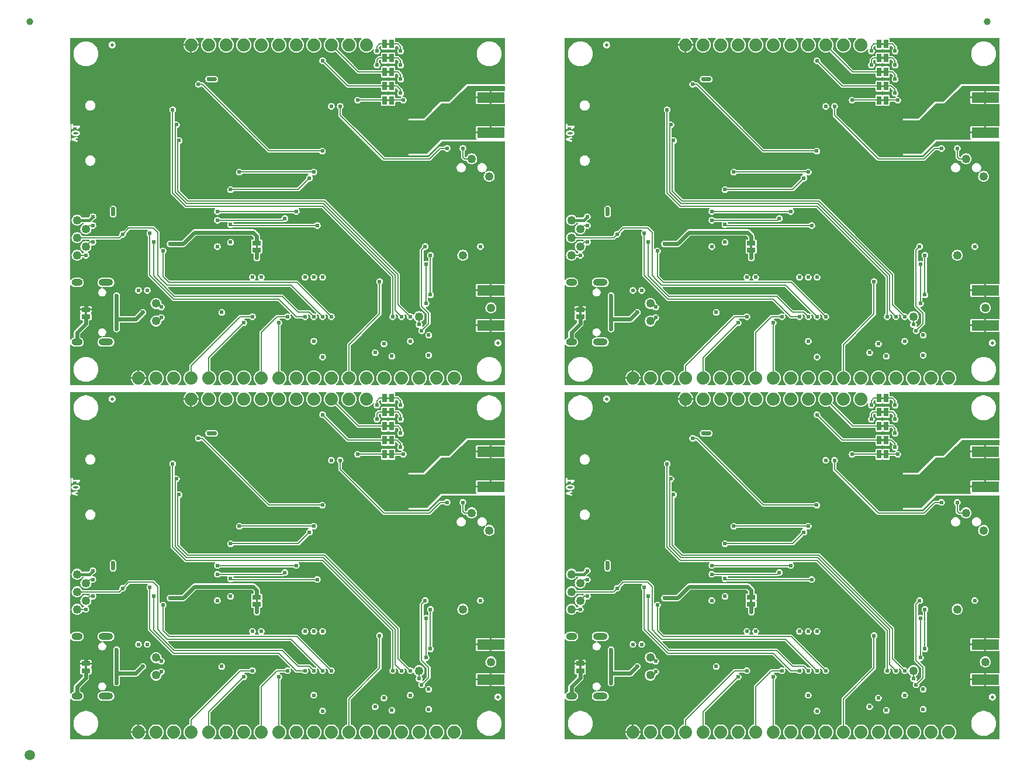
<source format=gbl>
%TF.GenerationSoftware,KiCad,Pcbnew,9.0.0*%
%TF.CreationDate,2025-03-13T13:39:30+00:00*%
%TF.ProjectId,SparkFun_GNSS_mosaic-T_panelized,53706172-6b46-4756-9e5f-474e53535f6d,v10*%
%TF.SameCoordinates,Original*%
%TF.FileFunction,Copper,L4,Bot*%
%TF.FilePolarity,Positive*%
%FSLAX46Y46*%
G04 Gerber Fmt 4.6, Leading zero omitted, Abs format (unit mm)*
G04 Created by KiCad (PCBNEW 9.0.0) date 2025-03-13 13:39:30*
%MOMM*%
%LPD*%
G01*
G04 APERTURE LIST*
G04 Aperture macros list*
%AMRoundRect*
0 Rectangle with rounded corners*
0 $1 Rounding radius*
0 $2 $3 $4 $5 $6 $7 $8 $9 X,Y pos of 4 corners*
0 Add a 4 corners polygon primitive as box body*
4,1,4,$2,$3,$4,$5,$6,$7,$8,$9,$2,$3,0*
0 Add four circle primitives for the rounded corners*
1,1,$1+$1,$2,$3*
1,1,$1+$1,$4,$5*
1,1,$1+$1,$6,$7*
1,1,$1+$1,$8,$9*
0 Add four rect primitives between the rounded corners*
20,1,$1+$1,$2,$3,$4,$5,0*
20,1,$1+$1,$4,$5,$6,$7,0*
20,1,$1+$1,$6,$7,$8,$9,0*
20,1,$1+$1,$8,$9,$2,$3,0*%
G04 Aperture macros list end*
%ADD10C,0.254000*%
%TA.AperFunction,EtchedComponent*%
%ADD11C,0.000000*%
%TD*%
%TA.AperFunction,ComponentPad*%
%ADD12C,1.879600*%
%TD*%
%TA.AperFunction,SMDPad,CuDef*%
%ADD13R,4.000000X1.500000*%
%TD*%
%TA.AperFunction,ComponentPad*%
%ADD14O,1.600000X1.000000*%
%TD*%
%TA.AperFunction,ComponentPad*%
%ADD15O,2.100000X1.000000*%
%TD*%
%TA.AperFunction,SMDPad,CuDef*%
%ADD16RoundRect,0.625000X0.000010X0.000010X-0.000010X0.000010X-0.000010X-0.000010X0.000010X-0.000010X0*%
%TD*%
%TA.AperFunction,SMDPad,CuDef*%
%ADD17C,0.500000*%
%TD*%
%TA.AperFunction,SMDPad,CuDef*%
%ADD18C,1.000000*%
%TD*%
%TA.AperFunction,SMDPad,CuDef*%
%ADD19R,0.660400X1.270000*%
%TD*%
%TA.AperFunction,SMDPad,CuDef*%
%ADD20C,1.500000*%
%TD*%
%TA.AperFunction,SMDPad,CuDef*%
%ADD21R,1.270000X0.660400*%
%TD*%
%TA.AperFunction,ViaPad*%
%ADD22C,0.609600*%
%TD*%
%TA.AperFunction,Conductor*%
%ADD23C,0.558800*%
%TD*%
%TA.AperFunction,Conductor*%
%ADD24C,0.177800*%
%TD*%
%TA.AperFunction,Conductor*%
%ADD25C,0.406400*%
%TD*%
%TA.AperFunction,Conductor*%
%ADD26C,0.277622*%
%TD*%
G04 APERTURE END LIST*
D10*
G36*
X1337337Y88155317D02*
G01*
X1403193Y88122389D01*
X1422432Y88103150D01*
X1448187Y88051640D01*
X1448187Y88014838D01*
X1422432Y87963328D01*
X1403193Y87944089D01*
X1337337Y87911161D01*
X1172505Y87869953D01*
X961868Y87869953D01*
X797036Y87911161D01*
X731178Y87944090D01*
X711943Y87963326D01*
X686187Y88014838D01*
X686187Y88051640D01*
X711943Y88103153D01*
X731178Y88122389D01*
X797036Y88155317D01*
X961868Y88196525D01*
X1172505Y88196525D01*
X1337337Y88155317D01*
G37*
G36*
X1829187Y86667841D02*
G01*
X305187Y86667841D01*
X305187Y87180944D01*
X433551Y87180944D01*
X434473Y87162382D01*
X433551Y87143820D01*
X435694Y87137818D01*
X436011Y87131452D01*
X443966Y87114658D01*
X450217Y87097155D01*
X454495Y87092430D01*
X457224Y87086668D01*
X471001Y87074197D01*
X483473Y87060419D01*
X489234Y87057691D01*
X493960Y87053412D01*
X516472Y87042781D01*
X1193805Y86800876D01*
X1217958Y86794841D01*
X1267450Y86797301D01*
X1312234Y86818514D01*
X1345490Y86855250D01*
X1362156Y86901916D01*
X1359696Y86951407D01*
X1338482Y86996191D01*
X1301746Y87029447D01*
X1279234Y87040078D01*
X936783Y87162382D01*
X1279234Y87284686D01*
X1301746Y87295317D01*
X1338482Y87328573D01*
X1359696Y87373357D01*
X1362156Y87422848D01*
X1345490Y87469514D01*
X1312234Y87506250D01*
X1267450Y87527463D01*
X1217958Y87529923D01*
X1193805Y87523888D01*
X516472Y87281983D01*
X493960Y87271352D01*
X489234Y87267074D01*
X483473Y87264345D01*
X471001Y87250568D01*
X457224Y87238096D01*
X454495Y87232335D01*
X450217Y87227609D01*
X443966Y87210107D01*
X436011Y87193312D01*
X435694Y87186947D01*
X433551Y87180944D01*
X305187Y87180944D01*
X305187Y88081620D01*
X432187Y88081620D01*
X432187Y87984858D01*
X434627Y87960082D01*
X436373Y87955866D01*
X436697Y87951313D01*
X445595Y87928062D01*
X493976Y87831300D01*
X500687Y87820638D01*
X501971Y87817539D01*
X504833Y87814052D01*
X507238Y87810231D01*
X509772Y87808033D01*
X517765Y87798294D01*
X566144Y87749914D01*
X575885Y87741920D01*
X578083Y87739385D01*
X581900Y87736982D01*
X585389Y87734119D01*
X588488Y87732835D01*
X599152Y87726123D01*
X695914Y87677742D01*
X697726Y87677049D01*
X698464Y87676502D01*
X708856Y87672790D01*
X719165Y87668844D01*
X720080Y87668779D01*
X721908Y87668126D01*
X915432Y87619745D01*
X919727Y87619110D01*
X921458Y87618393D01*
X930787Y87617475D01*
X940060Y87616103D01*
X941912Y87616379D01*
X946234Y87615953D01*
X1188139Y87615953D01*
X1192460Y87616379D01*
X1194313Y87616103D01*
X1203585Y87617475D01*
X1212915Y87618393D01*
X1214645Y87619110D01*
X1218941Y87619745D01*
X1412465Y87668126D01*
X1414292Y87668779D01*
X1415208Y87668844D01*
X1425508Y87672787D01*
X1435910Y87676502D01*
X1436648Y87677050D01*
X1438459Y87677742D01*
X1535221Y87726123D01*
X1545885Y87732837D01*
X1548983Y87734119D01*
X1552469Y87736981D01*
X1556290Y87739385D01*
X1558487Y87741919D01*
X1568228Y87749912D01*
X1616609Y87798293D01*
X1624602Y87808034D01*
X1627136Y87810231D01*
X1629540Y87814052D01*
X1632402Y87817538D01*
X1633684Y87820636D01*
X1640398Y87831300D01*
X1688779Y87928062D01*
X1697677Y87951313D01*
X1698000Y87955866D01*
X1699747Y87960082D01*
X1702187Y87984858D01*
X1702187Y88081620D01*
X1699747Y88106396D01*
X1698000Y88110613D01*
X1697677Y88115165D01*
X1688779Y88138416D01*
X1640398Y88235178D01*
X1633684Y88245843D01*
X1632402Y88248940D01*
X1629540Y88252427D01*
X1627136Y88256247D01*
X1624602Y88258445D01*
X1616609Y88268185D01*
X1568228Y88316566D01*
X1558487Y88324560D01*
X1556290Y88327093D01*
X1552469Y88329498D01*
X1548983Y88332359D01*
X1545885Y88333642D01*
X1535221Y88340355D01*
X1438459Y88388736D01*
X1436648Y88389429D01*
X1435910Y88389976D01*
X1425508Y88393692D01*
X1415208Y88397634D01*
X1414292Y88397700D01*
X1412465Y88398352D01*
X1218941Y88446733D01*
X1214645Y88447369D01*
X1212915Y88448085D01*
X1203585Y88449004D01*
X1194313Y88450375D01*
X1192460Y88450100D01*
X1188139Y88450525D01*
X946234Y88450525D01*
X941912Y88450100D01*
X940060Y88450375D01*
X930787Y88449004D01*
X921458Y88448085D01*
X919727Y88447369D01*
X915432Y88446733D01*
X721908Y88398352D01*
X720080Y88397700D01*
X719165Y88397634D01*
X708856Y88393689D01*
X698464Y88389976D01*
X697726Y88389430D01*
X695914Y88388736D01*
X599152Y88340355D01*
X588488Y88333644D01*
X585389Y88332359D01*
X581900Y88329497D01*
X578083Y88327093D01*
X575885Y88324559D01*
X566144Y88316564D01*
X517765Y88268184D01*
X509772Y88258446D01*
X507238Y88256247D01*
X504833Y88252427D01*
X501971Y88248939D01*
X500687Y88245841D01*
X493976Y88235178D01*
X445595Y88138416D01*
X436697Y88115165D01*
X436373Y88110613D01*
X434627Y88106396D01*
X432187Y88081620D01*
X305187Y88081620D01*
X305187Y89291144D01*
X432187Y89291144D01*
X432187Y88710572D01*
X434627Y88685796D01*
X453590Y88640015D01*
X488630Y88604975D01*
X534411Y88586012D01*
X583963Y88586012D01*
X629744Y88604975D01*
X664784Y88640015D01*
X683747Y88685796D01*
X686187Y88710572D01*
X686187Y88873858D01*
X1225813Y88873858D01*
X1219690Y88864130D01*
X1171309Y88767368D01*
X1162411Y88744117D01*
X1158898Y88694688D01*
X1174568Y88647677D01*
X1207036Y88610242D01*
X1251356Y88588082D01*
X1300785Y88584569D01*
X1347796Y88600239D01*
X1385231Y88632707D01*
X1398493Y88653776D01*
X1437656Y88732103D01*
X1510955Y88805403D01*
X1645634Y88895188D01*
X1645701Y88895244D01*
X1645744Y88895261D01*
X1645838Y88895356D01*
X1664895Y88910961D01*
X1671892Y88921410D01*
X1680784Y88930301D01*
X1685545Y88941796D01*
X1692469Y88952134D01*
X1694935Y88964465D01*
X1699747Y88976082D01*
X1699747Y88988526D01*
X1702187Y89000726D01*
X1699747Y89013060D01*
X1699747Y89025634D01*
X1694984Y89037132D01*
X1692570Y89049336D01*
X1685596Y89059797D01*
X1680784Y89071415D01*
X1671985Y89080214D01*
X1665084Y89090566D01*
X1654635Y89097564D01*
X1645744Y89106455D01*
X1634249Y89111217D01*
X1623911Y89118140D01*
X1611580Y89120607D01*
X1599963Y89125418D01*
X1575447Y89127833D01*
X1575319Y89127858D01*
X1575275Y89127850D01*
X1575187Y89127858D01*
X686187Y89127858D01*
X686187Y89291144D01*
X683747Y89315920D01*
X664784Y89361701D01*
X629744Y89396741D01*
X583963Y89415704D01*
X534411Y89415704D01*
X488630Y89396741D01*
X453590Y89361701D01*
X434627Y89315920D01*
X432187Y89291144D01*
X305187Y89291144D01*
X305187Y89542704D01*
X1829187Y89542704D01*
X1829187Y86667841D01*
G37*
G36*
X72957337Y88155317D02*
G01*
X73023193Y88122389D01*
X73042432Y88103150D01*
X73068187Y88051640D01*
X73068187Y88014838D01*
X73042432Y87963328D01*
X73023193Y87944089D01*
X72957337Y87911161D01*
X72792505Y87869953D01*
X72581868Y87869953D01*
X72417036Y87911161D01*
X72351178Y87944090D01*
X72331943Y87963326D01*
X72306187Y88014838D01*
X72306187Y88051640D01*
X72331943Y88103153D01*
X72351178Y88122389D01*
X72417036Y88155317D01*
X72581868Y88196525D01*
X72792505Y88196525D01*
X72957337Y88155317D01*
G37*
G36*
X73449187Y86667841D02*
G01*
X71925187Y86667841D01*
X71925187Y87180944D01*
X72053551Y87180944D01*
X72054473Y87162382D01*
X72053551Y87143820D01*
X72055694Y87137818D01*
X72056011Y87131452D01*
X72063966Y87114658D01*
X72070217Y87097155D01*
X72074495Y87092430D01*
X72077224Y87086668D01*
X72091001Y87074197D01*
X72103473Y87060419D01*
X72109234Y87057691D01*
X72113960Y87053412D01*
X72136472Y87042781D01*
X72813805Y86800876D01*
X72837958Y86794841D01*
X72887450Y86797301D01*
X72932234Y86818514D01*
X72965490Y86855250D01*
X72982156Y86901916D01*
X72979696Y86951407D01*
X72958482Y86996191D01*
X72921746Y87029447D01*
X72899234Y87040078D01*
X72556783Y87162382D01*
X72899234Y87284686D01*
X72921746Y87295317D01*
X72958482Y87328573D01*
X72979696Y87373357D01*
X72982156Y87422848D01*
X72965490Y87469514D01*
X72932234Y87506250D01*
X72887450Y87527463D01*
X72837958Y87529923D01*
X72813805Y87523888D01*
X72136472Y87281983D01*
X72113960Y87271352D01*
X72109234Y87267074D01*
X72103473Y87264345D01*
X72091001Y87250568D01*
X72077224Y87238096D01*
X72074495Y87232335D01*
X72070217Y87227609D01*
X72063966Y87210107D01*
X72056011Y87193312D01*
X72055694Y87186947D01*
X72053551Y87180944D01*
X71925187Y87180944D01*
X71925187Y88081620D01*
X72052187Y88081620D01*
X72052187Y87984858D01*
X72054627Y87960082D01*
X72056373Y87955866D01*
X72056697Y87951313D01*
X72065595Y87928062D01*
X72113976Y87831300D01*
X72120687Y87820638D01*
X72121971Y87817539D01*
X72124833Y87814052D01*
X72127238Y87810231D01*
X72129772Y87808033D01*
X72137765Y87798294D01*
X72186144Y87749914D01*
X72195885Y87741920D01*
X72198083Y87739385D01*
X72201900Y87736982D01*
X72205389Y87734119D01*
X72208488Y87732835D01*
X72219152Y87726123D01*
X72315914Y87677742D01*
X72317726Y87677049D01*
X72318464Y87676502D01*
X72328856Y87672790D01*
X72339165Y87668844D01*
X72340080Y87668779D01*
X72341908Y87668126D01*
X72535432Y87619745D01*
X72539727Y87619110D01*
X72541458Y87618393D01*
X72550787Y87617475D01*
X72560060Y87616103D01*
X72561912Y87616379D01*
X72566234Y87615953D01*
X72808139Y87615953D01*
X72812460Y87616379D01*
X72814313Y87616103D01*
X72823585Y87617475D01*
X72832915Y87618393D01*
X72834645Y87619110D01*
X72838941Y87619745D01*
X73032465Y87668126D01*
X73034292Y87668779D01*
X73035208Y87668844D01*
X73045508Y87672787D01*
X73055910Y87676502D01*
X73056648Y87677050D01*
X73058459Y87677742D01*
X73155221Y87726123D01*
X73165885Y87732837D01*
X73168983Y87734119D01*
X73172469Y87736981D01*
X73176290Y87739385D01*
X73178487Y87741919D01*
X73188228Y87749912D01*
X73236609Y87798293D01*
X73244602Y87808034D01*
X73247136Y87810231D01*
X73249540Y87814052D01*
X73252402Y87817538D01*
X73253684Y87820636D01*
X73260398Y87831300D01*
X73308779Y87928062D01*
X73317677Y87951313D01*
X73318000Y87955866D01*
X73319747Y87960082D01*
X73322187Y87984858D01*
X73322187Y88081620D01*
X73319747Y88106396D01*
X73318000Y88110613D01*
X73317677Y88115165D01*
X73308779Y88138416D01*
X73260398Y88235178D01*
X73253684Y88245843D01*
X73252402Y88248940D01*
X73249540Y88252427D01*
X73247136Y88256247D01*
X73244602Y88258445D01*
X73236609Y88268185D01*
X73188228Y88316566D01*
X73178487Y88324560D01*
X73176290Y88327093D01*
X73172469Y88329498D01*
X73168983Y88332359D01*
X73165885Y88333642D01*
X73155221Y88340355D01*
X73058459Y88388736D01*
X73056648Y88389429D01*
X73055910Y88389976D01*
X73045508Y88393692D01*
X73035208Y88397634D01*
X73034292Y88397700D01*
X73032465Y88398352D01*
X72838941Y88446733D01*
X72834645Y88447369D01*
X72832915Y88448085D01*
X72823585Y88449004D01*
X72814313Y88450375D01*
X72812460Y88450100D01*
X72808139Y88450525D01*
X72566234Y88450525D01*
X72561912Y88450100D01*
X72560060Y88450375D01*
X72550787Y88449004D01*
X72541458Y88448085D01*
X72539727Y88447369D01*
X72535432Y88446733D01*
X72341908Y88398352D01*
X72340080Y88397700D01*
X72339165Y88397634D01*
X72328856Y88393689D01*
X72318464Y88389976D01*
X72317726Y88389430D01*
X72315914Y88388736D01*
X72219152Y88340355D01*
X72208488Y88333644D01*
X72205389Y88332359D01*
X72201900Y88329497D01*
X72198083Y88327093D01*
X72195885Y88324559D01*
X72186144Y88316564D01*
X72137765Y88268184D01*
X72129772Y88258446D01*
X72127238Y88256247D01*
X72124833Y88252427D01*
X72121971Y88248939D01*
X72120687Y88245841D01*
X72113976Y88235178D01*
X72065595Y88138416D01*
X72056697Y88115165D01*
X72056373Y88110613D01*
X72054627Y88106396D01*
X72052187Y88081620D01*
X71925187Y88081620D01*
X71925187Y89291144D01*
X72052187Y89291144D01*
X72052187Y88710572D01*
X72054627Y88685796D01*
X72073590Y88640015D01*
X72108630Y88604975D01*
X72154411Y88586012D01*
X72203963Y88586012D01*
X72249744Y88604975D01*
X72284784Y88640015D01*
X72303747Y88685796D01*
X72306187Y88710572D01*
X72306187Y88873858D01*
X72845813Y88873858D01*
X72839690Y88864130D01*
X72791309Y88767368D01*
X72782411Y88744117D01*
X72778898Y88694688D01*
X72794568Y88647677D01*
X72827036Y88610242D01*
X72871356Y88588082D01*
X72920785Y88584569D01*
X72967796Y88600239D01*
X73005231Y88632707D01*
X73018493Y88653776D01*
X73057656Y88732103D01*
X73130955Y88805403D01*
X73265634Y88895188D01*
X73265701Y88895244D01*
X73265744Y88895261D01*
X73265838Y88895356D01*
X73284895Y88910961D01*
X73291892Y88921410D01*
X73300784Y88930301D01*
X73305545Y88941796D01*
X73312469Y88952134D01*
X73314935Y88964465D01*
X73319747Y88976082D01*
X73319747Y88988526D01*
X73322187Y89000726D01*
X73319747Y89013060D01*
X73319747Y89025634D01*
X73314984Y89037132D01*
X73312570Y89049336D01*
X73305596Y89059797D01*
X73300784Y89071415D01*
X73291985Y89080214D01*
X73285084Y89090566D01*
X73274635Y89097564D01*
X73265744Y89106455D01*
X73254249Y89111217D01*
X73243911Y89118140D01*
X73231580Y89120607D01*
X73219963Y89125418D01*
X73195447Y89127833D01*
X73195319Y89127858D01*
X73195275Y89127850D01*
X73195187Y89127858D01*
X72306187Y89127858D01*
X72306187Y89291144D01*
X72303747Y89315920D01*
X72284784Y89361701D01*
X72249744Y89396741D01*
X72203963Y89415704D01*
X72154411Y89415704D01*
X72108630Y89396741D01*
X72073590Y89361701D01*
X72054627Y89315920D01*
X72052187Y89291144D01*
X71925187Y89291144D01*
X71925187Y89542704D01*
X73449187Y89542704D01*
X73449187Y86667841D01*
G37*
G36*
X1337337Y36855317D02*
G01*
X1403193Y36822389D01*
X1422432Y36803150D01*
X1448187Y36751640D01*
X1448187Y36714838D01*
X1422432Y36663328D01*
X1403193Y36644089D01*
X1337337Y36611161D01*
X1172505Y36569953D01*
X961868Y36569953D01*
X797036Y36611161D01*
X731178Y36644090D01*
X711943Y36663326D01*
X686187Y36714838D01*
X686187Y36751640D01*
X711943Y36803153D01*
X731178Y36822389D01*
X797036Y36855317D01*
X961868Y36896525D01*
X1172505Y36896525D01*
X1337337Y36855317D01*
G37*
G36*
X1829187Y35367841D02*
G01*
X305187Y35367841D01*
X305187Y35880944D01*
X433551Y35880944D01*
X434473Y35862382D01*
X433551Y35843820D01*
X435694Y35837818D01*
X436011Y35831452D01*
X443966Y35814658D01*
X450217Y35797155D01*
X454495Y35792430D01*
X457224Y35786668D01*
X471001Y35774197D01*
X483473Y35760419D01*
X489234Y35757691D01*
X493960Y35753412D01*
X516472Y35742781D01*
X1193805Y35500876D01*
X1217958Y35494841D01*
X1267450Y35497301D01*
X1312234Y35518514D01*
X1345490Y35555250D01*
X1362156Y35601916D01*
X1359696Y35651407D01*
X1338482Y35696191D01*
X1301746Y35729447D01*
X1279234Y35740078D01*
X936783Y35862382D01*
X1279234Y35984686D01*
X1301746Y35995317D01*
X1338482Y36028573D01*
X1359696Y36073357D01*
X1362156Y36122848D01*
X1345490Y36169514D01*
X1312234Y36206250D01*
X1267450Y36227463D01*
X1217958Y36229923D01*
X1193805Y36223888D01*
X516472Y35981983D01*
X493960Y35971352D01*
X489234Y35967074D01*
X483473Y35964345D01*
X471001Y35950568D01*
X457224Y35938096D01*
X454495Y35932335D01*
X450217Y35927609D01*
X443966Y35910107D01*
X436011Y35893312D01*
X435694Y35886947D01*
X433551Y35880944D01*
X305187Y35880944D01*
X305187Y36781620D01*
X432187Y36781620D01*
X432187Y36684858D01*
X434627Y36660082D01*
X436373Y36655866D01*
X436697Y36651313D01*
X445595Y36628062D01*
X493976Y36531300D01*
X500687Y36520638D01*
X501971Y36517539D01*
X504833Y36514052D01*
X507238Y36510231D01*
X509772Y36508033D01*
X517765Y36498294D01*
X566144Y36449914D01*
X575885Y36441920D01*
X578083Y36439385D01*
X581900Y36436982D01*
X585389Y36434119D01*
X588488Y36432835D01*
X599152Y36426123D01*
X695914Y36377742D01*
X697726Y36377049D01*
X698464Y36376502D01*
X708856Y36372790D01*
X719165Y36368844D01*
X720080Y36368779D01*
X721908Y36368126D01*
X915432Y36319745D01*
X919727Y36319110D01*
X921458Y36318393D01*
X930787Y36317475D01*
X940060Y36316103D01*
X941912Y36316379D01*
X946234Y36315953D01*
X1188139Y36315953D01*
X1192460Y36316379D01*
X1194313Y36316103D01*
X1203585Y36317475D01*
X1212915Y36318393D01*
X1214645Y36319110D01*
X1218941Y36319745D01*
X1412465Y36368126D01*
X1414292Y36368779D01*
X1415208Y36368844D01*
X1425508Y36372787D01*
X1435910Y36376502D01*
X1436648Y36377050D01*
X1438459Y36377742D01*
X1535221Y36426123D01*
X1545885Y36432837D01*
X1548983Y36434119D01*
X1552469Y36436981D01*
X1556290Y36439385D01*
X1558487Y36441919D01*
X1568228Y36449912D01*
X1616609Y36498293D01*
X1624602Y36508034D01*
X1627136Y36510231D01*
X1629540Y36514052D01*
X1632402Y36517538D01*
X1633684Y36520636D01*
X1640398Y36531300D01*
X1688779Y36628062D01*
X1697677Y36651313D01*
X1698000Y36655866D01*
X1699747Y36660082D01*
X1702187Y36684858D01*
X1702187Y36781620D01*
X1699747Y36806396D01*
X1698000Y36810613D01*
X1697677Y36815165D01*
X1688779Y36838416D01*
X1640398Y36935178D01*
X1633684Y36945843D01*
X1632402Y36948940D01*
X1629540Y36952427D01*
X1627136Y36956247D01*
X1624602Y36958445D01*
X1616609Y36968185D01*
X1568228Y37016566D01*
X1558487Y37024560D01*
X1556290Y37027093D01*
X1552469Y37029498D01*
X1548983Y37032359D01*
X1545885Y37033642D01*
X1535221Y37040355D01*
X1438459Y37088736D01*
X1436648Y37089429D01*
X1435910Y37089976D01*
X1425508Y37093692D01*
X1415208Y37097634D01*
X1414292Y37097700D01*
X1412465Y37098352D01*
X1218941Y37146733D01*
X1214645Y37147369D01*
X1212915Y37148085D01*
X1203585Y37149004D01*
X1194313Y37150375D01*
X1192460Y37150100D01*
X1188139Y37150525D01*
X946234Y37150525D01*
X941912Y37150100D01*
X940060Y37150375D01*
X930787Y37149004D01*
X921458Y37148085D01*
X919727Y37147369D01*
X915432Y37146733D01*
X721908Y37098352D01*
X720080Y37097700D01*
X719165Y37097634D01*
X708856Y37093689D01*
X698464Y37089976D01*
X697726Y37089430D01*
X695914Y37088736D01*
X599152Y37040355D01*
X588488Y37033644D01*
X585389Y37032359D01*
X581900Y37029497D01*
X578083Y37027093D01*
X575885Y37024559D01*
X566144Y37016564D01*
X517765Y36968184D01*
X509772Y36958446D01*
X507238Y36956247D01*
X504833Y36952427D01*
X501971Y36948939D01*
X500687Y36945841D01*
X493976Y36935178D01*
X445595Y36838416D01*
X436697Y36815165D01*
X436373Y36810613D01*
X434627Y36806396D01*
X432187Y36781620D01*
X305187Y36781620D01*
X305187Y37991144D01*
X432187Y37991144D01*
X432187Y37410572D01*
X434627Y37385796D01*
X453590Y37340015D01*
X488630Y37304975D01*
X534411Y37286012D01*
X583963Y37286012D01*
X629744Y37304975D01*
X664784Y37340015D01*
X683747Y37385796D01*
X686187Y37410572D01*
X686187Y37573858D01*
X1225813Y37573858D01*
X1219690Y37564130D01*
X1171309Y37467368D01*
X1162411Y37444117D01*
X1158898Y37394688D01*
X1174568Y37347677D01*
X1207036Y37310242D01*
X1251356Y37288082D01*
X1300785Y37284569D01*
X1347796Y37300239D01*
X1385231Y37332707D01*
X1398493Y37353776D01*
X1437656Y37432103D01*
X1510955Y37505403D01*
X1645634Y37595188D01*
X1645701Y37595244D01*
X1645744Y37595261D01*
X1645838Y37595356D01*
X1664895Y37610961D01*
X1671892Y37621410D01*
X1680784Y37630301D01*
X1685545Y37641796D01*
X1692469Y37652134D01*
X1694935Y37664465D01*
X1699747Y37676082D01*
X1699747Y37688526D01*
X1702187Y37700726D01*
X1699747Y37713060D01*
X1699747Y37725634D01*
X1694984Y37737132D01*
X1692570Y37749336D01*
X1685596Y37759797D01*
X1680784Y37771415D01*
X1671985Y37780214D01*
X1665084Y37790566D01*
X1654635Y37797564D01*
X1645744Y37806455D01*
X1634249Y37811217D01*
X1623911Y37818140D01*
X1611580Y37820607D01*
X1599963Y37825418D01*
X1575447Y37827833D01*
X1575319Y37827858D01*
X1575275Y37827850D01*
X1575187Y37827858D01*
X686187Y37827858D01*
X686187Y37991144D01*
X683747Y38015920D01*
X664784Y38061701D01*
X629744Y38096741D01*
X583963Y38115704D01*
X534411Y38115704D01*
X488630Y38096741D01*
X453590Y38061701D01*
X434627Y38015920D01*
X432187Y37991144D01*
X305187Y37991144D01*
X305187Y38242704D01*
X1829187Y38242704D01*
X1829187Y35367841D01*
G37*
G36*
X72957337Y36855317D02*
G01*
X73023193Y36822389D01*
X73042432Y36803150D01*
X73068187Y36751640D01*
X73068187Y36714838D01*
X73042432Y36663328D01*
X73023193Y36644089D01*
X72957337Y36611161D01*
X72792505Y36569953D01*
X72581868Y36569953D01*
X72417036Y36611161D01*
X72351178Y36644090D01*
X72331943Y36663326D01*
X72306187Y36714838D01*
X72306187Y36751640D01*
X72331943Y36803153D01*
X72351178Y36822389D01*
X72417036Y36855317D01*
X72581868Y36896525D01*
X72792505Y36896525D01*
X72957337Y36855317D01*
G37*
G36*
X73449187Y35367841D02*
G01*
X71925187Y35367841D01*
X71925187Y35880944D01*
X72053551Y35880944D01*
X72054473Y35862382D01*
X72053551Y35843820D01*
X72055694Y35837818D01*
X72056011Y35831452D01*
X72063966Y35814658D01*
X72070217Y35797155D01*
X72074495Y35792430D01*
X72077224Y35786668D01*
X72091001Y35774197D01*
X72103473Y35760419D01*
X72109234Y35757691D01*
X72113960Y35753412D01*
X72136472Y35742781D01*
X72813805Y35500876D01*
X72837958Y35494841D01*
X72887450Y35497301D01*
X72932234Y35518514D01*
X72965490Y35555250D01*
X72982156Y35601916D01*
X72979696Y35651407D01*
X72958482Y35696191D01*
X72921746Y35729447D01*
X72899234Y35740078D01*
X72556783Y35862382D01*
X72899234Y35984686D01*
X72921746Y35995317D01*
X72958482Y36028573D01*
X72979696Y36073357D01*
X72982156Y36122848D01*
X72965490Y36169514D01*
X72932234Y36206250D01*
X72887450Y36227463D01*
X72837958Y36229923D01*
X72813805Y36223888D01*
X72136472Y35981983D01*
X72113960Y35971352D01*
X72109234Y35967074D01*
X72103473Y35964345D01*
X72091001Y35950568D01*
X72077224Y35938096D01*
X72074495Y35932335D01*
X72070217Y35927609D01*
X72063966Y35910107D01*
X72056011Y35893312D01*
X72055694Y35886947D01*
X72053551Y35880944D01*
X71925187Y35880944D01*
X71925187Y36781620D01*
X72052187Y36781620D01*
X72052187Y36684858D01*
X72054627Y36660082D01*
X72056373Y36655866D01*
X72056697Y36651313D01*
X72065595Y36628062D01*
X72113976Y36531300D01*
X72120687Y36520638D01*
X72121971Y36517539D01*
X72124833Y36514052D01*
X72127238Y36510231D01*
X72129772Y36508033D01*
X72137765Y36498294D01*
X72186144Y36449914D01*
X72195885Y36441920D01*
X72198083Y36439385D01*
X72201900Y36436982D01*
X72205389Y36434119D01*
X72208488Y36432835D01*
X72219152Y36426123D01*
X72315914Y36377742D01*
X72317726Y36377049D01*
X72318464Y36376502D01*
X72328856Y36372790D01*
X72339165Y36368844D01*
X72340080Y36368779D01*
X72341908Y36368126D01*
X72535432Y36319745D01*
X72539727Y36319110D01*
X72541458Y36318393D01*
X72550787Y36317475D01*
X72560060Y36316103D01*
X72561912Y36316379D01*
X72566234Y36315953D01*
X72808139Y36315953D01*
X72812460Y36316379D01*
X72814313Y36316103D01*
X72823585Y36317475D01*
X72832915Y36318393D01*
X72834645Y36319110D01*
X72838941Y36319745D01*
X73032465Y36368126D01*
X73034292Y36368779D01*
X73035208Y36368844D01*
X73045508Y36372787D01*
X73055910Y36376502D01*
X73056648Y36377050D01*
X73058459Y36377742D01*
X73155221Y36426123D01*
X73165885Y36432837D01*
X73168983Y36434119D01*
X73172469Y36436981D01*
X73176290Y36439385D01*
X73178487Y36441919D01*
X73188228Y36449912D01*
X73236609Y36498293D01*
X73244602Y36508034D01*
X73247136Y36510231D01*
X73249540Y36514052D01*
X73252402Y36517538D01*
X73253684Y36520636D01*
X73260398Y36531300D01*
X73308779Y36628062D01*
X73317677Y36651313D01*
X73318000Y36655866D01*
X73319747Y36660082D01*
X73322187Y36684858D01*
X73322187Y36781620D01*
X73319747Y36806396D01*
X73318000Y36810613D01*
X73317677Y36815165D01*
X73308779Y36838416D01*
X73260398Y36935178D01*
X73253684Y36945843D01*
X73252402Y36948940D01*
X73249540Y36952427D01*
X73247136Y36956247D01*
X73244602Y36958445D01*
X73236609Y36968185D01*
X73188228Y37016566D01*
X73178487Y37024560D01*
X73176290Y37027093D01*
X73172469Y37029498D01*
X73168983Y37032359D01*
X73165885Y37033642D01*
X73155221Y37040355D01*
X73058459Y37088736D01*
X73056648Y37089429D01*
X73055910Y37089976D01*
X73045508Y37093692D01*
X73035208Y37097634D01*
X73034292Y37097700D01*
X73032465Y37098352D01*
X72838941Y37146733D01*
X72834645Y37147369D01*
X72832915Y37148085D01*
X72823585Y37149004D01*
X72814313Y37150375D01*
X72812460Y37150100D01*
X72808139Y37150525D01*
X72566234Y37150525D01*
X72561912Y37150100D01*
X72560060Y37150375D01*
X72550787Y37149004D01*
X72541458Y37148085D01*
X72539727Y37147369D01*
X72535432Y37146733D01*
X72341908Y37098352D01*
X72340080Y37097700D01*
X72339165Y37097634D01*
X72328856Y37093689D01*
X72318464Y37089976D01*
X72317726Y37089430D01*
X72315914Y37088736D01*
X72219152Y37040355D01*
X72208488Y37033644D01*
X72205389Y37032359D01*
X72201900Y37029497D01*
X72198083Y37027093D01*
X72195885Y37024559D01*
X72186144Y37016564D01*
X72137765Y36968184D01*
X72129772Y36958446D01*
X72127238Y36956247D01*
X72124833Y36952427D01*
X72121971Y36948939D01*
X72120687Y36945841D01*
X72113976Y36935178D01*
X72065595Y36838416D01*
X72056697Y36815165D01*
X72056373Y36810613D01*
X72054627Y36806396D01*
X72052187Y36781620D01*
X71925187Y36781620D01*
X71925187Y37991144D01*
X72052187Y37991144D01*
X72052187Y37410572D01*
X72054627Y37385796D01*
X72073590Y37340015D01*
X72108630Y37304975D01*
X72154411Y37286012D01*
X72203963Y37286012D01*
X72249744Y37304975D01*
X72284784Y37340015D01*
X72303747Y37385796D01*
X72306187Y37410572D01*
X72306187Y37573858D01*
X72845813Y37573858D01*
X72839690Y37564130D01*
X72791309Y37467368D01*
X72782411Y37444117D01*
X72778898Y37394688D01*
X72794568Y37347677D01*
X72827036Y37310242D01*
X72871356Y37288082D01*
X72920785Y37284569D01*
X72967796Y37300239D01*
X73005231Y37332707D01*
X73018493Y37353776D01*
X73057656Y37432103D01*
X73130955Y37505403D01*
X73265634Y37595188D01*
X73265701Y37595244D01*
X73265744Y37595261D01*
X73265838Y37595356D01*
X73284895Y37610961D01*
X73291892Y37621410D01*
X73300784Y37630301D01*
X73305545Y37641796D01*
X73312469Y37652134D01*
X73314935Y37664465D01*
X73319747Y37676082D01*
X73319747Y37688526D01*
X73322187Y37700726D01*
X73319747Y37713060D01*
X73319747Y37725634D01*
X73314984Y37737132D01*
X73312570Y37749336D01*
X73305596Y37759797D01*
X73300784Y37771415D01*
X73291985Y37780214D01*
X73285084Y37790566D01*
X73274635Y37797564D01*
X73265744Y37806455D01*
X73254249Y37811217D01*
X73243911Y37818140D01*
X73231580Y37820607D01*
X73219963Y37825418D01*
X73195447Y37827833D01*
X73195319Y37827858D01*
X73195275Y37827850D01*
X73195187Y37827858D01*
X72306187Y37827858D01*
X72306187Y37991144D01*
X72303747Y38015920D01*
X72284784Y38061701D01*
X72249744Y38096741D01*
X72203963Y38115704D01*
X72154411Y38115704D01*
X72108630Y38096741D01*
X72073590Y38061701D01*
X72054627Y38015920D01*
X72052187Y37991144D01*
X71925187Y37991144D01*
X71925187Y38242704D01*
X73449187Y38242704D01*
X73449187Y35367841D01*
G37*
D11*
%TA.AperFunction,EtchedComponent*%
%TO.C,PPS1*%
G36*
X46592300Y47484400D02*
G01*
X46092300Y47484400D01*
X46092300Y47784400D01*
X46592300Y47784400D01*
X46592300Y47484400D01*
G37*
%TD.AperFunction*%
%TA.AperFunction,EtchedComponent*%
G36*
X46592300Y98784400D02*
G01*
X46092300Y98784400D01*
X46092300Y99084400D01*
X46592300Y99084400D01*
X46592300Y98784400D01*
G37*
%TD.AperFunction*%
%TA.AperFunction,EtchedComponent*%
G36*
X118212300Y47484400D02*
G01*
X117712300Y47484400D01*
X117712300Y47784400D01*
X118212300Y47784400D01*
X118212300Y47484400D01*
G37*
%TD.AperFunction*%
%TA.AperFunction,EtchedComponent*%
G36*
X118212300Y98784400D02*
G01*
X117712300Y98784400D01*
X117712300Y99084400D01*
X118212300Y99084400D01*
X118212300Y98784400D01*
G37*
%TD.AperFunction*%
%TA.AperFunction,EtchedComponent*%
%TO.C,PWR1*%
G36*
X46592300Y49497600D02*
G01*
X46092300Y49497600D01*
X46092300Y49797600D01*
X46592300Y49797600D01*
X46592300Y49497600D01*
G37*
%TD.AperFunction*%
%TA.AperFunction,EtchedComponent*%
G36*
X46592300Y100797600D02*
G01*
X46092300Y100797600D01*
X46092300Y101097600D01*
X46592300Y101097600D01*
X46592300Y100797600D01*
G37*
%TD.AperFunction*%
%TA.AperFunction,EtchedComponent*%
G36*
X118212300Y100797600D02*
G01*
X117712300Y100797600D01*
X117712300Y101097600D01*
X118212300Y101097600D01*
X118212300Y100797600D01*
G37*
%TD.AperFunction*%
%TA.AperFunction,EtchedComponent*%
G36*
X118212300Y49497600D02*
G01*
X117712300Y49497600D01*
X117712300Y49797600D01*
X118212300Y49797600D01*
X118212300Y49497600D01*
G37*
%TD.AperFunction*%
%TA.AperFunction,EtchedComponent*%
%TO.C,VBATT1*%
G36*
X27442300Y20070000D02*
G01*
X27142300Y20070000D01*
X27142300Y20570000D01*
X27442300Y20570000D01*
X27442300Y20070000D01*
G37*
%TD.AperFunction*%
%TA.AperFunction,EtchedComponent*%
G36*
X99062300Y71370000D02*
G01*
X98762300Y71370000D01*
X98762300Y71870000D01*
X99062300Y71870000D01*
X99062300Y71370000D01*
G37*
%TD.AperFunction*%
%TA.AperFunction,EtchedComponent*%
G36*
X27442300Y71370000D02*
G01*
X27142300Y71370000D01*
X27142300Y71870000D01*
X27442300Y71870000D01*
X27442300Y71370000D01*
G37*
%TD.AperFunction*%
%TA.AperFunction,EtchedComponent*%
G36*
X99062300Y20070000D02*
G01*
X98762300Y20070000D01*
X98762300Y20570000D01*
X99062300Y20570000D01*
X99062300Y20070000D01*
G37*
%TD.AperFunction*%
%TA.AperFunction,EtchedComponent*%
%TO.C,RTK1*%
G36*
X46592300Y41360200D02*
G01*
X46092300Y41360200D01*
X46092300Y41660200D01*
X46592300Y41660200D01*
X46592300Y41360200D01*
G37*
%TD.AperFunction*%
%TA.AperFunction,EtchedComponent*%
G36*
X46592300Y92660200D02*
G01*
X46092300Y92660200D01*
X46092300Y92960200D01*
X46592300Y92960200D01*
X46592300Y92660200D01*
G37*
%TD.AperFunction*%
%TA.AperFunction,EtchedComponent*%
G36*
X118212300Y41360200D02*
G01*
X117712300Y41360200D01*
X117712300Y41660200D01*
X118212300Y41660200D01*
X118212300Y41360200D01*
G37*
%TD.AperFunction*%
%TA.AperFunction,EtchedComponent*%
G36*
X118212300Y92660200D02*
G01*
X117712300Y92660200D01*
X117712300Y92960200D01*
X118212300Y92960200D01*
X118212300Y92660200D01*
G37*
%TD.AperFunction*%
%TA.AperFunction,EtchedComponent*%
%TO.C,SHLD1*%
G36*
X2690000Y10430700D02*
G01*
X2390000Y10430700D01*
X2390000Y10930700D01*
X2690000Y10930700D01*
X2690000Y10430700D01*
G37*
%TD.AperFunction*%
%TA.AperFunction,EtchedComponent*%
G36*
X74310000Y10430700D02*
G01*
X74010000Y10430700D01*
X74010000Y10930700D01*
X74310000Y10930700D01*
X74310000Y10430700D01*
G37*
%TD.AperFunction*%
%TA.AperFunction,EtchedComponent*%
G36*
X2690000Y61730700D02*
G01*
X2390000Y61730700D01*
X2390000Y62230700D01*
X2690000Y62230700D01*
X2690000Y61730700D01*
G37*
%TD.AperFunction*%
%TA.AperFunction,EtchedComponent*%
G36*
X74310000Y61730700D02*
G01*
X74010000Y61730700D01*
X74010000Y62230700D01*
X74310000Y62230700D01*
X74310000Y61730700D01*
G37*
%TD.AperFunction*%
%TA.AperFunction,EtchedComponent*%
%TO.C,PVT1*%
G36*
X46592300Y43411000D02*
G01*
X46092300Y43411000D01*
X46092300Y43711000D01*
X46592300Y43711000D01*
X46592300Y43411000D01*
G37*
%TD.AperFunction*%
%TA.AperFunction,EtchedComponent*%
G36*
X46592300Y94711000D02*
G01*
X46092300Y94711000D01*
X46092300Y95011000D01*
X46592300Y95011000D01*
X46592300Y94711000D01*
G37*
%TD.AperFunction*%
%TA.AperFunction,EtchedComponent*%
G36*
X118212300Y43411000D02*
G01*
X117712300Y43411000D01*
X117712300Y43711000D01*
X118212300Y43711000D01*
X118212300Y43411000D01*
G37*
%TD.AperFunction*%
%TA.AperFunction,EtchedComponent*%
G36*
X118212300Y94711000D02*
G01*
X117712300Y94711000D01*
X117712300Y95011000D01*
X118212300Y95011000D01*
X118212300Y94711000D01*
G37*
%TD.AperFunction*%
%TA.AperFunction,EtchedComponent*%
%TO.C,LOG1*%
G36*
X46592300Y45461800D02*
G01*
X46092300Y45461800D01*
X46092300Y45761800D01*
X46592300Y45761800D01*
X46592300Y45461800D01*
G37*
%TD.AperFunction*%
%TA.AperFunction,EtchedComponent*%
G36*
X46592300Y96761800D02*
G01*
X46092300Y96761800D01*
X46092300Y97061800D01*
X46592300Y97061800D01*
X46592300Y96761800D01*
G37*
%TD.AperFunction*%
%TA.AperFunction,EtchedComponent*%
G36*
X118212300Y96761800D02*
G01*
X117712300Y96761800D01*
X117712300Y97061800D01*
X118212300Y97061800D01*
X118212300Y96761800D01*
G37*
%TD.AperFunction*%
%TA.AperFunction,EtchedComponent*%
G36*
X118212300Y45461800D02*
G01*
X117712300Y45461800D01*
X117712300Y45761800D01*
X118212300Y45761800D01*
X118212300Y45461800D01*
G37*
%TD.AperFunction*%
%TD*%
D12*
%TO.P,J3,1,Pin_1*%
%TO.N,GND*%
X17780000Y49530000D03*
%TO.P,J3,2,Pin_2*%
%TO.N,3.3V*%
X20320000Y49530000D03*
%TO.P,J3,3,Pin_3*%
%TO.N,VIN*%
X22860000Y49530000D03*
%TO.P,J3,4,Pin_4*%
%TO.N,VUSB*%
X25400000Y49530000D03*
%TO.P,J3,5,Pin_5*%
%TO.N,VBATT*%
X27940000Y49530000D03*
%TO.P,J3,6,Pin_6*%
%TO.N,~{RESET}*%
X30480000Y49530000D03*
%TO.P,J3,7,Pin_7*%
%TO.N,RDY*%
X33020000Y49530000D03*
%TO.P,J3,8,Pin_8*%
%TO.N,PVT_LED*%
X35560000Y49530000D03*
%TO.P,J3,9,Pin_9*%
%TO.N,LOG_LED*%
X38100000Y49530000D03*
%TO.P,J3,10,Pin_10*%
%TO.N,PMIC_ON_REQ*%
X40640000Y49530000D03*
%TO.P,J3,11,Pin_11*%
%TO.N,ON_OFF*%
X43180000Y49530000D03*
%TD*%
%TO.P,J3,1,Pin_1*%
%TO.N,GND*%
X17780000Y100830000D03*
%TO.P,J3,2,Pin_2*%
%TO.N,3.3V*%
X20320000Y100830000D03*
%TO.P,J3,3,Pin_3*%
%TO.N,VIN*%
X22860000Y100830000D03*
%TO.P,J3,4,Pin_4*%
%TO.N,VUSB*%
X25400000Y100830000D03*
%TO.P,J3,5,Pin_5*%
%TO.N,VBATT*%
X27940000Y100830000D03*
%TO.P,J3,6,Pin_6*%
%TO.N,~{RESET}*%
X30480000Y100830000D03*
%TO.P,J3,7,Pin_7*%
%TO.N,RDY*%
X33020000Y100830000D03*
%TO.P,J3,8,Pin_8*%
%TO.N,PVT_LED*%
X35560000Y100830000D03*
%TO.P,J3,9,Pin_9*%
%TO.N,LOG_LED*%
X38100000Y100830000D03*
%TO.P,J3,10,Pin_10*%
%TO.N,PMIC_ON_REQ*%
X40640000Y100830000D03*
%TO.P,J3,11,Pin_11*%
%TO.N,ON_OFF*%
X43180000Y100830000D03*
%TD*%
%TO.P,J3,1,Pin_1*%
%TO.N,GND*%
X89400000Y49530000D03*
%TO.P,J3,2,Pin_2*%
%TO.N,3.3V*%
X91940000Y49530000D03*
%TO.P,J3,3,Pin_3*%
%TO.N,VIN*%
X94480000Y49530000D03*
%TO.P,J3,4,Pin_4*%
%TO.N,VUSB*%
X97020000Y49530000D03*
%TO.P,J3,5,Pin_5*%
%TO.N,VBATT*%
X99560000Y49530000D03*
%TO.P,J3,6,Pin_6*%
%TO.N,~{RESET}*%
X102100000Y49530000D03*
%TO.P,J3,7,Pin_7*%
%TO.N,RDY*%
X104640000Y49530000D03*
%TO.P,J3,8,Pin_8*%
%TO.N,PVT_LED*%
X107180000Y49530000D03*
%TO.P,J3,9,Pin_9*%
%TO.N,LOG_LED*%
X109720000Y49530000D03*
%TO.P,J3,10,Pin_10*%
%TO.N,PMIC_ON_REQ*%
X112260000Y49530000D03*
%TO.P,J3,11,Pin_11*%
%TO.N,ON_OFF*%
X114800000Y49530000D03*
%TD*%
%TO.P,J3,1,Pin_1*%
%TO.N,GND*%
X89400000Y100830000D03*
%TO.P,J3,2,Pin_2*%
%TO.N,3.3V*%
X91940000Y100830000D03*
%TO.P,J3,3,Pin_3*%
%TO.N,VIN*%
X94480000Y100830000D03*
%TO.P,J3,4,Pin_4*%
%TO.N,VUSB*%
X97020000Y100830000D03*
%TO.P,J3,5,Pin_5*%
%TO.N,VBATT*%
X99560000Y100830000D03*
%TO.P,J3,6,Pin_6*%
%TO.N,~{RESET}*%
X102100000Y100830000D03*
%TO.P,J3,7,Pin_7*%
%TO.N,RDY*%
X104640000Y100830000D03*
%TO.P,J3,8,Pin_8*%
%TO.N,PVT_LED*%
X107180000Y100830000D03*
%TO.P,J3,9,Pin_9*%
%TO.N,LOG_LED*%
X109720000Y100830000D03*
%TO.P,J3,10,Pin_10*%
%TO.N,PMIC_ON_REQ*%
X112260000Y100830000D03*
%TO.P,J3,11,Pin_11*%
%TO.N,ON_OFF*%
X114800000Y100830000D03*
%TD*%
%TO.P,J4,1,Pin_1*%
%TO.N,GND*%
X10160000Y1270000D03*
%TO.P,J4,2,Pin_2*%
%TO.N,3.3V*%
X12700000Y1270000D03*
%TO.P,J4,3,Pin_3*%
%TO.N,RX1*%
X15240000Y1270000D03*
%TO.P,J4,4,Pin_4*%
%TO.N,TX1*%
X17780000Y1270000D03*
%TO.P,J4,5,Pin_5*%
%TO.N,RTS1*%
X20320000Y1270000D03*
%TO.P,J4,6,Pin_6*%
%TO.N,CTS1*%
X22860000Y1270000D03*
%TO.P,J4,7,Pin_7*%
%TO.N,RX2*%
X25400000Y1270000D03*
%TO.P,J4,8,Pin_8*%
%TO.N,TX2*%
X27940000Y1270000D03*
%TO.P,J4,9,Pin_9*%
%TO.N,RTS2*%
X30480000Y1270000D03*
%TO.P,J4,10,Pin_10*%
%TO.N,CTS2*%
X33020000Y1270000D03*
%TO.P,J4,11,Pin_11*%
%TO.N,RX4*%
X35560000Y1270000D03*
%TO.P,J4,12,Pin_12*%
%TO.N,TX4*%
X38100000Y1270000D03*
%TO.P,J4,13,Pin_13*%
%TO.N,GP1*%
X40640000Y1270000D03*
%TO.P,J4,14,Pin_14*%
%TO.N,GP2*%
X43180000Y1270000D03*
%TO.P,J4,15,Pin_15*%
%TO.N,RTK_LED*%
X45720000Y1270000D03*
%TO.P,J4,16,Pin_16*%
%TO.N,LOG_BTN*%
X48260000Y1270000D03*
%TO.P,J4,17,Pin_17*%
%TO.N,PPS*%
X50800000Y1270000D03*
%TO.P,J4,18,Pin_18*%
%TO.N,EVENT_A*%
X53340000Y1270000D03*
%TO.P,J4,19,Pin_19*%
%TO.N,EVENT_B*%
X55880000Y1270000D03*
%TD*%
%TO.P,J4,1,Pin_1*%
%TO.N,GND*%
X81780000Y52570000D03*
%TO.P,J4,2,Pin_2*%
%TO.N,3.3V*%
X84320000Y52570000D03*
%TO.P,J4,3,Pin_3*%
%TO.N,RX1*%
X86860000Y52570000D03*
%TO.P,J4,4,Pin_4*%
%TO.N,TX1*%
X89400000Y52570000D03*
%TO.P,J4,5,Pin_5*%
%TO.N,RTS1*%
X91940000Y52570000D03*
%TO.P,J4,6,Pin_6*%
%TO.N,CTS1*%
X94480000Y52570000D03*
%TO.P,J4,7,Pin_7*%
%TO.N,RX2*%
X97020000Y52570000D03*
%TO.P,J4,8,Pin_8*%
%TO.N,TX2*%
X99560000Y52570000D03*
%TO.P,J4,9,Pin_9*%
%TO.N,RTS2*%
X102100000Y52570000D03*
%TO.P,J4,10,Pin_10*%
%TO.N,CTS2*%
X104640000Y52570000D03*
%TO.P,J4,11,Pin_11*%
%TO.N,RX4*%
X107180000Y52570000D03*
%TO.P,J4,12,Pin_12*%
%TO.N,TX4*%
X109720000Y52570000D03*
%TO.P,J4,13,Pin_13*%
%TO.N,GP1*%
X112260000Y52570000D03*
%TO.P,J4,14,Pin_14*%
%TO.N,GP2*%
X114800000Y52570000D03*
%TO.P,J4,15,Pin_15*%
%TO.N,RTK_LED*%
X117340000Y52570000D03*
%TO.P,J4,16,Pin_16*%
%TO.N,LOG_BTN*%
X119880000Y52570000D03*
%TO.P,J4,17,Pin_17*%
%TO.N,PPS*%
X122420000Y52570000D03*
%TO.P,J4,18,Pin_18*%
%TO.N,EVENT_A*%
X124960000Y52570000D03*
%TO.P,J4,19,Pin_19*%
%TO.N,EVENT_B*%
X127500000Y52570000D03*
%TD*%
%TO.P,J4,1,Pin_1*%
%TO.N,GND*%
X81780000Y1270000D03*
%TO.P,J4,2,Pin_2*%
%TO.N,3.3V*%
X84320000Y1270000D03*
%TO.P,J4,3,Pin_3*%
%TO.N,RX1*%
X86860000Y1270000D03*
%TO.P,J4,4,Pin_4*%
%TO.N,TX1*%
X89400000Y1270000D03*
%TO.P,J4,5,Pin_5*%
%TO.N,RTS1*%
X91940000Y1270000D03*
%TO.P,J4,6,Pin_6*%
%TO.N,CTS1*%
X94480000Y1270000D03*
%TO.P,J4,7,Pin_7*%
%TO.N,RX2*%
X97020000Y1270000D03*
%TO.P,J4,8,Pin_8*%
%TO.N,TX2*%
X99560000Y1270000D03*
%TO.P,J4,9,Pin_9*%
%TO.N,RTS2*%
X102100000Y1270000D03*
%TO.P,J4,10,Pin_10*%
%TO.N,CTS2*%
X104640000Y1270000D03*
%TO.P,J4,11,Pin_11*%
%TO.N,RX4*%
X107180000Y1270000D03*
%TO.P,J4,12,Pin_12*%
%TO.N,TX4*%
X109720000Y1270000D03*
%TO.P,J4,13,Pin_13*%
%TO.N,GP1*%
X112260000Y1270000D03*
%TO.P,J4,14,Pin_14*%
%TO.N,GP2*%
X114800000Y1270000D03*
%TO.P,J4,15,Pin_15*%
%TO.N,RTK_LED*%
X117340000Y1270000D03*
%TO.P,J4,16,Pin_16*%
%TO.N,LOG_BTN*%
X119880000Y1270000D03*
%TO.P,J4,17,Pin_17*%
%TO.N,PPS*%
X122420000Y1270000D03*
%TO.P,J4,18,Pin_18*%
%TO.N,EVENT_A*%
X124960000Y1270000D03*
%TO.P,J4,19,Pin_19*%
%TO.N,EVENT_B*%
X127500000Y1270000D03*
%TD*%
%TO.P,J4,1,Pin_1*%
%TO.N,GND*%
X10160000Y52570000D03*
%TO.P,J4,2,Pin_2*%
%TO.N,3.3V*%
X12700000Y52570000D03*
%TO.P,J4,3,Pin_3*%
%TO.N,RX1*%
X15240000Y52570000D03*
%TO.P,J4,4,Pin_4*%
%TO.N,TX1*%
X17780000Y52570000D03*
%TO.P,J4,5,Pin_5*%
%TO.N,RTS1*%
X20320000Y52570000D03*
%TO.P,J4,6,Pin_6*%
%TO.N,CTS1*%
X22860000Y52570000D03*
%TO.P,J4,7,Pin_7*%
%TO.N,RX2*%
X25400000Y52570000D03*
%TO.P,J4,8,Pin_8*%
%TO.N,TX2*%
X27940000Y52570000D03*
%TO.P,J4,9,Pin_9*%
%TO.N,RTS2*%
X30480000Y52570000D03*
%TO.P,J4,10,Pin_10*%
%TO.N,CTS2*%
X33020000Y52570000D03*
%TO.P,J4,11,Pin_11*%
%TO.N,RX4*%
X35560000Y52570000D03*
%TO.P,J4,12,Pin_12*%
%TO.N,TX4*%
X38100000Y52570000D03*
%TO.P,J4,13,Pin_13*%
%TO.N,GP1*%
X40640000Y52570000D03*
%TO.P,J4,14,Pin_14*%
%TO.N,GP2*%
X43180000Y52570000D03*
%TO.P,J4,15,Pin_15*%
%TO.N,RTK_LED*%
X45720000Y52570000D03*
%TO.P,J4,16,Pin_16*%
%TO.N,LOG_BTN*%
X48260000Y52570000D03*
%TO.P,J4,17,Pin_17*%
%TO.N,PPS*%
X50800000Y52570000D03*
%TO.P,J4,18,Pin_18*%
%TO.N,EVENT_A*%
X53340000Y52570000D03*
%TO.P,J4,19,Pin_19*%
%TO.N,EVENT_B*%
X55880000Y52570000D03*
%TD*%
D13*
%TO.P,J6,2,Ext*%
%TO.N,GND*%
X61214000Y13970000D03*
X61214000Y8890000D03*
%TD*%
%TO.P,J6,2,Ext*%
%TO.N,GND*%
X61214000Y65270000D03*
X61214000Y60190000D03*
%TD*%
%TO.P,J6,2,Ext*%
%TO.N,GND*%
X132834000Y65270000D03*
X132834000Y60190000D03*
%TD*%
%TO.P,J6,2,Ext*%
%TO.N,GND*%
X132834000Y13970000D03*
X132834000Y8890000D03*
%TD*%
%TO.P,J2,2,Ext*%
%TO.N,GND*%
X61214000Y41910000D03*
X61214000Y36830000D03*
%TD*%
%TO.P,J2,2,Ext*%
%TO.N,GND*%
X132834000Y93210000D03*
X132834000Y88130000D03*
%TD*%
%TO.P,J2,2,Ext*%
%TO.N,GND*%
X61214000Y93210000D03*
X61214000Y88130000D03*
%TD*%
%TO.P,J2,2,Ext*%
%TO.N,GND*%
X132834000Y41910000D03*
X132834000Y36830000D03*
%TD*%
D14*
%TO.P,J7,NC1,NC*%
%TO.N,unconnected-(J7-NC-PadNC1)*%
X1255000Y15113000D03*
D15*
%TO.P,J7,NC2,NC*%
%TO.N,unconnected-(J7-NC-PadNC2)*%
X5435000Y15113000D03*
%TO.P,J7,NC3,NC*%
%TO.N,unconnected-(J7-NC-PadNC3)*%
X5435000Y6477000D03*
D14*
%TO.P,J7,S,SHIELD*%
%TO.N,Net-(J7-SHIELD)*%
X1255000Y6477000D03*
%TD*%
%TO.P,J7,NC1,NC*%
%TO.N,unconnected-(J7-NC-PadNC1)*%
X1255000Y66413000D03*
D15*
%TO.P,J7,NC2,NC*%
%TO.N,unconnected-(J7-NC-PadNC2)*%
X5435000Y66413000D03*
%TO.P,J7,NC3,NC*%
%TO.N,unconnected-(J7-NC-PadNC3)*%
X5435000Y57777000D03*
D14*
%TO.P,J7,S,SHIELD*%
%TO.N,Net-(J7-SHIELD)*%
X1255000Y57777000D03*
%TD*%
%TO.P,J7,NC1,NC*%
%TO.N,unconnected-(J7-NC-PadNC1)*%
X72875000Y15113000D03*
D15*
%TO.P,J7,NC2,NC*%
%TO.N,unconnected-(J7-NC-PadNC2)*%
X77055000Y15113000D03*
%TO.P,J7,NC3,NC*%
%TO.N,unconnected-(J7-NC-PadNC3)*%
X77055000Y6477000D03*
D14*
%TO.P,J7,S,SHIELD*%
%TO.N,Net-(J7-SHIELD)*%
X72875000Y6477000D03*
%TD*%
%TO.P,J7,NC1,NC*%
%TO.N,unconnected-(J7-NC-PadNC1)*%
X72875000Y66413000D03*
D15*
%TO.P,J7,NC2,NC*%
%TO.N,unconnected-(J7-NC-PadNC2)*%
X77055000Y66413000D03*
%TO.P,J7,NC3,NC*%
%TO.N,unconnected-(J7-NC-PadNC3)*%
X77055000Y57777000D03*
D14*
%TO.P,J7,S,SHIELD*%
%TO.N,Net-(J7-SHIELD)*%
X72875000Y57777000D03*
%TD*%
D16*
%TO.P,TP7,1,1*%
%TO.N,RX3*%
X2540000Y22860000D03*
%TD*%
%TO.P,TP7,1,1*%
%TO.N,RX3*%
X74160000Y22860000D03*
%TD*%
%TO.P,TP7,1,1*%
%TO.N,RX3*%
X74160000Y74160000D03*
%TD*%
%TO.P,TP7,1,1*%
%TO.N,RX3*%
X2540000Y74160000D03*
%TD*%
D17*
%TO.P,FID3,*%
%TO.N,*%
X6350000Y49530000D03*
%TD*%
%TO.P,FID3,*%
%TO.N,*%
X77970000Y49530000D03*
%TD*%
%TO.P,FID3,*%
%TO.N,*%
X6350000Y100830000D03*
%TD*%
%TO.P,FID3,*%
%TO.N,*%
X77970000Y100830000D03*
%TD*%
D16*
%TO.P,TP2,1,1*%
%TO.N,2V8_IN*%
X58420000Y33020000D03*
%TD*%
%TO.P,TP2,1,1*%
%TO.N,2V8_IN*%
X130040000Y33020000D03*
%TD*%
%TO.P,TP2,1,1*%
%TO.N,2V8_IN*%
X58420000Y84320000D03*
%TD*%
%TO.P,TP2,1,1*%
%TO.N,2V8_IN*%
X130040000Y84320000D03*
%TD*%
%TO.P,TP11,1,1*%
%TO.N,5V*%
X1270000Y24130000D03*
%TD*%
%TO.P,TP11,1,1*%
%TO.N,5V*%
X72890000Y24130000D03*
%TD*%
%TO.P,TP11,1,1*%
%TO.N,5V*%
X72890000Y75430000D03*
%TD*%
%TO.P,TP11,1,1*%
%TO.N,5V*%
X1270000Y75430000D03*
%TD*%
D18*
%TO.P,,*%
%TO.N,*%
X-5620000Y104187500D03*
%TD*%
D19*
%TO.P,PPS1,1,A*%
%TO.N,Net-(PPS1-A)*%
X46863000Y47634400D03*
%TO.P,PPS1,2,B*%
%TO.N,PPS*%
X45821600Y47634400D03*
%TD*%
%TO.P,PPS1,1,A*%
%TO.N,Net-(PPS1-A)*%
X46863000Y98934400D03*
%TO.P,PPS1,2,B*%
%TO.N,PPS*%
X45821600Y98934400D03*
%TD*%
%TO.P,PPS1,1,A*%
%TO.N,Net-(PPS1-A)*%
X118483000Y47634400D03*
%TO.P,PPS1,2,B*%
%TO.N,PPS*%
X117441600Y47634400D03*
%TD*%
%TO.P,PPS1,1,A*%
%TO.N,Net-(PPS1-A)*%
X118483000Y98934400D03*
%TO.P,PPS1,2,B*%
%TO.N,PPS*%
X117441600Y98934400D03*
%TD*%
%TO.P,PWR1,1,A*%
%TO.N,Net-(PWR1-A)*%
X46863000Y49647600D03*
%TO.P,PWR1,2,B*%
%TO.N,3.3V*%
X45821600Y49647600D03*
%TD*%
%TO.P,PWR1,1,A*%
%TO.N,Net-(PWR1-A)*%
X46863000Y100947600D03*
%TO.P,PWR1,2,B*%
%TO.N,3.3V*%
X45821600Y100947600D03*
%TD*%
%TO.P,PWR1,1,A*%
%TO.N,Net-(PWR1-A)*%
X118483000Y100947600D03*
%TO.P,PWR1,2,B*%
%TO.N,3.3V*%
X117441600Y100947600D03*
%TD*%
%TO.P,PWR1,1,A*%
%TO.N,Net-(PWR1-A)*%
X118483000Y49647600D03*
%TO.P,PWR1,2,B*%
%TO.N,3.3V*%
X117441600Y49647600D03*
%TD*%
D16*
%TO.P,TP5,1,1*%
%TO.N,CTS3*%
X2540000Y20320000D03*
%TD*%
%TO.P,TP5,1,1*%
%TO.N,CTS3*%
X74160000Y71620000D03*
%TD*%
%TO.P,TP5,1,1*%
%TO.N,CTS3*%
X2540000Y71620000D03*
%TD*%
%TO.P,TP5,1,1*%
%TO.N,CTS3*%
X74160000Y20320000D03*
%TD*%
D20*
%TO.P,,*%
%TO.N,*%
X-5620000Y-2087500D03*
%TD*%
D21*
%TO.P,VBATT1,1,A*%
%TO.N,3.3V*%
X27292300Y20840700D03*
%TO.P,VBATT1,2,B*%
%TO.N,VBATT*%
X27292300Y19799300D03*
%TD*%
%TO.P,VBATT1,1,A*%
%TO.N,3.3V*%
X98912300Y72140700D03*
%TO.P,VBATT1,2,B*%
%TO.N,VBATT*%
X98912300Y71099300D03*
%TD*%
%TO.P,VBATT1,1,A*%
%TO.N,3.3V*%
X27292300Y72140700D03*
%TO.P,VBATT1,2,B*%
%TO.N,VBATT*%
X27292300Y71099300D03*
%TD*%
%TO.P,VBATT1,1,A*%
%TO.N,3.3V*%
X98912300Y20840700D03*
%TO.P,VBATT1,2,B*%
%TO.N,VBATT*%
X98912300Y19799300D03*
%TD*%
D17*
%TO.P,FID2,*%
%TO.N,*%
X62230000Y6350000D03*
%TD*%
%TO.P,FID2,*%
%TO.N,*%
X133850000Y6350000D03*
%TD*%
%TO.P,FID2,*%
%TO.N,*%
X62230000Y57650000D03*
%TD*%
%TO.P,FID2,*%
%TO.N,*%
X133850000Y57650000D03*
%TD*%
D19*
%TO.P,RTK1,1,A*%
%TO.N,Net-(RTK1-A)*%
X46863000Y41510200D03*
%TO.P,RTK1,2,B*%
%TO.N,RTK_LED*%
X45821600Y41510200D03*
%TD*%
%TO.P,RTK1,1,A*%
%TO.N,Net-(RTK1-A)*%
X46863000Y92810200D03*
%TO.P,RTK1,2,B*%
%TO.N,RTK_LED*%
X45821600Y92810200D03*
%TD*%
%TO.P,RTK1,1,A*%
%TO.N,Net-(RTK1-A)*%
X118483000Y41510200D03*
%TO.P,RTK1,2,B*%
%TO.N,RTK_LED*%
X117441600Y41510200D03*
%TD*%
%TO.P,RTK1,1,A*%
%TO.N,Net-(RTK1-A)*%
X118483000Y92810200D03*
%TO.P,RTK1,2,B*%
%TO.N,RTK_LED*%
X117441600Y92810200D03*
%TD*%
D16*
%TO.P,TP6,1,1*%
%TO.N,TX3*%
X1270000Y21590000D03*
%TD*%
%TO.P,TP6,1,1*%
%TO.N,TX3*%
X1270000Y72890000D03*
%TD*%
%TO.P,TP6,1,1*%
%TO.N,TX3*%
X72890000Y72890000D03*
%TD*%
%TO.P,TP6,1,1*%
%TO.N,TX3*%
X72890000Y21590000D03*
%TD*%
D21*
%TO.P,SHLD1,1,A*%
%TO.N,GND*%
X2540000Y11201400D03*
%TO.P,SHLD1,2,B*%
%TO.N,Net-(J7-SHIELD)*%
X2540000Y10160000D03*
%TD*%
%TO.P,SHLD1,1,A*%
%TO.N,GND*%
X74160000Y11201400D03*
%TO.P,SHLD1,2,B*%
%TO.N,Net-(J7-SHIELD)*%
X74160000Y10160000D03*
%TD*%
%TO.P,SHLD1,1,A*%
%TO.N,GND*%
X2540000Y62501400D03*
%TO.P,SHLD1,2,B*%
%TO.N,Net-(J7-SHIELD)*%
X2540000Y61460000D03*
%TD*%
%TO.P,SHLD1,1,A*%
%TO.N,GND*%
X74160000Y62501400D03*
%TO.P,SHLD1,2,B*%
%TO.N,Net-(J7-SHIELD)*%
X74160000Y61460000D03*
%TD*%
D16*
%TO.P,TP12,1,1*%
%TO.N,Net-(D17-I{slash}O1)*%
X12700000Y12065000D03*
%TD*%
%TO.P,TP12,1,1*%
%TO.N,Net-(D17-I{slash}O1)*%
X12700000Y63365000D03*
%TD*%
%TO.P,TP12,1,1*%
%TO.N,Net-(D17-I{slash}O1)*%
X84320000Y63365000D03*
%TD*%
%TO.P,TP12,1,1*%
%TO.N,Net-(D17-I{slash}O1)*%
X84320000Y12065000D03*
%TD*%
%TO.P,TP8,1,1*%
%TO.N,Net-(D16-A2)*%
X61214000Y11430000D03*
%TD*%
%TO.P,TP8,1,1*%
%TO.N,Net-(D16-A2)*%
X132834000Y62730000D03*
%TD*%
%TO.P,TP8,1,1*%
%TO.N,Net-(D16-A2)*%
X61214000Y62730000D03*
%TD*%
%TO.P,TP8,1,1*%
%TO.N,Net-(D16-A2)*%
X132834000Y11430000D03*
%TD*%
%TO.P,TP1,1,1*%
%TO.N,1.8V*%
X57150000Y19050000D03*
%TD*%
%TO.P,TP1,1,1*%
%TO.N,1.8V*%
X128770000Y19050000D03*
%TD*%
%TO.P,TP1,1,1*%
%TO.N,1.8V*%
X57150000Y70350000D03*
%TD*%
%TO.P,TP1,1,1*%
%TO.N,1.8V*%
X128770000Y70350000D03*
%TD*%
%TO.P,TP10,1,1*%
%TO.N,REF_EXT*%
X60960000Y30480000D03*
%TD*%
%TO.P,TP10,1,1*%
%TO.N,REF_EXT*%
X132580000Y30480000D03*
%TD*%
%TO.P,TP10,1,1*%
%TO.N,REF_EXT*%
X60960000Y81780000D03*
%TD*%
%TO.P,TP10,1,1*%
%TO.N,REF_EXT*%
X132580000Y81780000D03*
%TD*%
%TO.P,TP4,1,1*%
%TO.N,RTS3*%
X1270000Y19050000D03*
%TD*%
%TO.P,TP4,1,1*%
%TO.N,RTS3*%
X72890000Y70350000D03*
%TD*%
%TO.P,TP4,1,1*%
%TO.N,RTS3*%
X1270000Y70350000D03*
%TD*%
%TO.P,TP4,1,1*%
%TO.N,RTS3*%
X72890000Y19050000D03*
%TD*%
D19*
%TO.P,PVT1,1,A*%
%TO.N,Net-(PVT1-A)*%
X46863000Y43561000D03*
%TO.P,PVT1,2,B*%
%TO.N,PVT_LED*%
X45821600Y43561000D03*
%TD*%
%TO.P,PVT1,1,A*%
%TO.N,Net-(PVT1-A)*%
X46863000Y94861000D03*
%TO.P,PVT1,2,B*%
%TO.N,PVT_LED*%
X45821600Y94861000D03*
%TD*%
%TO.P,PVT1,1,A*%
%TO.N,Net-(PVT1-A)*%
X118483000Y43561000D03*
%TO.P,PVT1,2,B*%
%TO.N,PVT_LED*%
X117441600Y43561000D03*
%TD*%
%TO.P,PVT1,1,A*%
%TO.N,Net-(PVT1-A)*%
X118483000Y94861000D03*
%TO.P,PVT1,2,B*%
%TO.N,PVT_LED*%
X117441600Y94861000D03*
%TD*%
D16*
%TO.P,TP3,1,1*%
%TO.N,Net-(U2-2B)*%
X50800000Y10160000D03*
%TD*%
%TO.P,TP3,1,1*%
%TO.N,Net-(U2-2B)*%
X122420000Y10160000D03*
%TD*%
%TO.P,TP3,1,1*%
%TO.N,Net-(U2-2B)*%
X50800000Y61460000D03*
%TD*%
%TO.P,TP3,1,1*%
%TO.N,Net-(U2-2B)*%
X122420000Y61460000D03*
%TD*%
D19*
%TO.P,LOG1,1,A*%
%TO.N,Net-(LOG1-A)*%
X46863000Y45611800D03*
%TO.P,LOG1,2,B*%
%TO.N,LOG_LED*%
X45821600Y45611800D03*
%TD*%
%TO.P,LOG1,1,A*%
%TO.N,Net-(LOG1-A)*%
X46863000Y96911800D03*
%TO.P,LOG1,2,B*%
%TO.N,LOG_LED*%
X45821600Y96911800D03*
%TD*%
%TO.P,LOG1,1,A*%
%TO.N,Net-(LOG1-A)*%
X118483000Y96911800D03*
%TO.P,LOG1,2,B*%
%TO.N,LOG_LED*%
X117441600Y96911800D03*
%TD*%
%TO.P,LOG1,1,A*%
%TO.N,Net-(LOG1-A)*%
X118483000Y45611800D03*
%TO.P,LOG1,2,B*%
%TO.N,LOG_LED*%
X117441600Y45611800D03*
%TD*%
D16*
%TO.P,TP9,1,1*%
%TO.N,Net-(D17-I{slash}O2)*%
X12700000Y9525000D03*
%TD*%
%TO.P,TP9,1,1*%
%TO.N,Net-(D17-I{slash}O2)*%
X12700000Y60825000D03*
%TD*%
%TO.P,TP9,1,1*%
%TO.N,Net-(D17-I{slash}O2)*%
X84320000Y9525000D03*
%TD*%
%TO.P,TP9,1,1*%
%TO.N,Net-(D17-I{slash}O2)*%
X84320000Y60825000D03*
%TD*%
D18*
%TO.P,,*%
%TO.N,*%
X133120000Y104187500D03*
%TD*%
D22*
%TO.N,3.3V*%
X59690000Y71620000D03*
X81780000Y65270000D03*
X81780000Y13970000D03*
X52197000Y55872000D03*
X44704000Y48641000D03*
X14732000Y20701000D03*
X123817000Y55872000D03*
X14732000Y72001000D03*
X44704000Y99941000D03*
X86352000Y20701000D03*
X123817000Y4572000D03*
X11430000Y65270000D03*
X59690000Y20320000D03*
X131310000Y71620000D03*
X10160000Y13970000D03*
X86352000Y72001000D03*
X83050000Y13970000D03*
X10160000Y65270000D03*
X116324000Y48641000D03*
X52197000Y4572000D03*
X11430000Y13970000D03*
X116324000Y99941000D03*
X83050000Y65270000D03*
X131310000Y20320000D03*
%TO.N,GND*%
X17145000Y63365000D03*
X120515000Y82415000D03*
X50165000Y31115000D03*
X127500000Y65270000D03*
X58420000Y83050000D03*
X105275000Y63365000D03*
X74160000Y12319000D03*
X48895000Y82415000D03*
X90035000Y17145000D03*
X100703000Y93210000D03*
X128770000Y9398000D03*
X80891000Y17653000D03*
X76573000Y17399000D03*
X12446000Y23876000D03*
X55880000Y61587000D03*
X46355000Y88765000D03*
X132834000Y15367000D03*
X91305000Y9525000D03*
X117975000Y90035000D03*
X88765000Y9525000D03*
X48895000Y90035000D03*
X8255000Y10795000D03*
X86225000Y9525000D03*
X48895000Y81145000D03*
X15875000Y63365000D03*
X95115000Y67175000D03*
X120515000Y33655000D03*
X58420000Y60190000D03*
X126230000Y74160000D03*
X12319000Y38989000D03*
X97655000Y38735000D03*
X34290000Y71620000D03*
X130040000Y41910000D03*
X41910000Y17780000D03*
X123436000Y88130000D03*
X87495000Y12065000D03*
X125849000Y36830000D03*
X41275000Y90035000D03*
X33655000Y37465000D03*
X13970000Y75176000D03*
X21590000Y55745000D03*
X98925000Y63365000D03*
X55118000Y98417000D03*
X59817000Y43180000D03*
X92575000Y15875000D03*
X17145000Y9525000D03*
X98925000Y88765000D03*
X96385000Y69715000D03*
X127119000Y88130000D03*
X41910000Y46736000D03*
X6985000Y13970000D03*
X88765000Y60825000D03*
X130040000Y36830000D03*
X126230000Y55745000D03*
X95115000Y18415000D03*
X104005000Y37465000D03*
X126738000Y47117000D03*
X105910000Y71620000D03*
X20955000Y10795000D03*
X120515000Y34925000D03*
X83939000Y38989000D03*
X36830000Y95877000D03*
X24765000Y18415000D03*
X48895000Y84955000D03*
X82415000Y64000000D03*
X34290000Y20320000D03*
X120515000Y88765000D03*
X123436000Y34925000D03*
X113530000Y33020000D03*
X120515000Y32385000D03*
X54229000Y89400000D03*
X50673000Y5842000D03*
X108450000Y44577000D03*
X100703000Y41910000D03*
X126230000Y77970000D03*
X95115000Y82415000D03*
X103497000Y96893000D03*
X130040000Y8890000D03*
X40005000Y88765000D03*
X75176000Y42164000D03*
X28575000Y37465000D03*
X45720000Y21590000D03*
X131691000Y15367000D03*
X3810000Y58920000D03*
X53340000Y33020000D03*
X113530000Y4445000D03*
X126738000Y98417000D03*
X8255000Y62095000D03*
X58166000Y5334000D03*
X58039000Y17526000D03*
X124960000Y33020000D03*
X112895000Y38735000D03*
X58420000Y36830000D03*
X50165000Y15875000D03*
X103370000Y4445000D03*
X113530000Y46736000D03*
X131437000Y43180000D03*
X43815000Y37465000D03*
X58166000Y56634000D03*
X20955000Y65270000D03*
X112895000Y90035000D03*
X24765000Y29845000D03*
X27305000Y38735000D03*
X10795000Y64000000D03*
X131691000Y7493000D03*
X34290000Y98036000D03*
X92575000Y12065000D03*
X55499000Y89400000D03*
X128135000Y88130000D03*
X29845000Y12065000D03*
X120515000Y36195000D03*
X54229000Y38100000D03*
X15875000Y60825000D03*
X78605000Y7620000D03*
X62611000Y43180000D03*
X48895000Y88765000D03*
X38735000Y88765000D03*
X120515000Y86225000D03*
X56515000Y38100000D03*
X75430000Y7620000D03*
X125849000Y91432000D03*
X40005000Y37465000D03*
X127500000Y13970000D03*
X55880000Y10287000D03*
X129659000Y17526000D03*
X11430000Y100830000D03*
X120515000Y87495000D03*
X46355000Y63365000D03*
X88130000Y32766000D03*
X121785000Y81145000D03*
X130040000Y13970000D03*
X8890000Y12700000D03*
X117340000Y21590000D03*
X29845000Y37465000D03*
X122293000Y5842000D03*
X50165000Y87495000D03*
X50165000Y78605000D03*
X90035000Y13970000D03*
X31877000Y99052000D03*
X62230000Y58793000D03*
X82415000Y60190000D03*
X5334000Y45466000D03*
X75176000Y93464000D03*
X20955000Y15875000D03*
X51816000Y86225000D03*
X60071000Y7493000D03*
X12319000Y90289000D03*
X50165000Y86225000D03*
X113530000Y55745000D03*
X96385000Y81145000D03*
X29210000Y47752000D03*
X128135000Y36830000D03*
X40005000Y63365000D03*
X41275000Y38735000D03*
X131691000Y66667000D03*
X128770000Y60698000D03*
X28575000Y90035000D03*
X128135000Y89400000D03*
X14605000Y60825000D03*
X111625000Y64635000D03*
X125849000Y88130000D03*
X46355000Y38735000D03*
X53340000Y36068000D03*
X117975000Y88765000D03*
X31877000Y41910000D03*
X88765000Y63365000D03*
X102608000Y41910000D03*
X100830000Y99052000D03*
X60960000Y33020000D03*
X111625000Y63365000D03*
X54610000Y4445000D03*
X127500000Y61587000D03*
X18415000Y13970000D03*
X33655000Y63365000D03*
X50165000Y18415000D03*
X10795000Y60190000D03*
X60960000Y84320000D03*
X91305000Y18415000D03*
X108450000Y95877000D03*
X31115000Y37465000D03*
X55118000Y94861000D03*
X94480000Y94480000D03*
X58420000Y65270000D03*
X51816000Y38100000D03*
X50165000Y19685000D03*
X126738000Y45339000D03*
X50165000Y79875000D03*
X58420000Y88130000D03*
X113530000Y69080000D03*
X13970000Y23876000D03*
X18415000Y68445000D03*
X8001000Y53840000D03*
X96385000Y18415000D03*
X124452000Y90670000D03*
X48895000Y29845000D03*
X129786000Y5334000D03*
X110355000Y37465000D03*
X31750000Y55745000D03*
X131310000Y21590000D03*
X4318000Y4318000D03*
X121785000Y36195000D03*
X117975000Y63365000D03*
X117975000Y37465000D03*
X18415000Y15875000D03*
X32385000Y37465000D03*
X16510000Y82542000D03*
X59817000Y94480000D03*
X102735000Y38735000D03*
X55880000Y84320000D03*
X50165000Y37465000D03*
X15875000Y12065000D03*
X86225000Y95115000D03*
X88130000Y34036000D03*
X57150000Y80256000D03*
X75176000Y30480000D03*
X127500000Y33020000D03*
X51816000Y36830000D03*
X133850000Y15367000D03*
X19685000Y9525000D03*
X29845000Y38735000D03*
X53340000Y87368000D03*
X84828000Y30480000D03*
X103370000Y55745000D03*
X76573000Y68699000D03*
X41910000Y4445000D03*
X31877000Y46736000D03*
X57277000Y20193000D03*
X8890000Y64000000D03*
X121785000Y31115000D03*
X121785000Y70985000D03*
X95115000Y81145000D03*
X14605000Y12065000D03*
X117340000Y72890000D03*
X111625000Y12065000D03*
X54229000Y36830000D03*
X131437000Y94480000D03*
X50165000Y82415000D03*
X26035000Y90035000D03*
X100195000Y38735000D03*
X29210000Y69080000D03*
X87495000Y63365000D03*
X92575000Y10795000D03*
X28575000Y88765000D03*
X50165000Y36195000D03*
X92575000Y67175000D03*
X43815000Y38735000D03*
X55118000Y47117000D03*
X76954000Y96766000D03*
X62230000Y28194000D03*
X91305000Y60825000D03*
X58166000Y25654000D03*
X86225000Y12065000D03*
X48895000Y32385000D03*
X126230000Y76065000D03*
X58420000Y13970000D03*
X16510000Y84066000D03*
X126230000Y24765000D03*
X113530000Y98036000D03*
X55880000Y65270000D03*
X90035000Y68445000D03*
X48895000Y87495000D03*
X83939000Y90289000D03*
X20955000Y62095000D03*
X90035000Y90924000D03*
X48895000Y37465000D03*
X121785000Y64635000D03*
X58420000Y93210000D03*
X31877000Y47752000D03*
X54610000Y55745000D03*
X29845000Y90035000D03*
X50165000Y83685000D03*
X18415000Y65270000D03*
X82542000Y75176000D03*
X6985000Y58920000D03*
X14605000Y95115000D03*
X95115000Y31115000D03*
X48895000Y31115000D03*
X120515000Y28575000D03*
X121785000Y19685000D03*
X55118000Y100195000D03*
X62230000Y7493000D03*
X94480000Y43180000D03*
X128897000Y20193000D03*
X26035000Y38735000D03*
X29972000Y93210000D03*
X134231000Y94480000D03*
X18415000Y39624000D03*
X8509000Y21590000D03*
X88257000Y22606000D03*
X29210000Y96893000D03*
X61214000Y7493000D03*
X95115000Y38735000D03*
X41910000Y33020000D03*
X29210000Y17780000D03*
X23495000Y15875000D03*
X29210000Y46736000D03*
X90035000Y67175000D03*
X18415000Y63365000D03*
X46355000Y90035000D03*
X80129000Y72890000D03*
X129659000Y68826000D03*
X113530000Y17780000D03*
X55880000Y13970000D03*
X100830000Y45593000D03*
X55880000Y33020000D03*
X20955000Y63365000D03*
X92575000Y69715000D03*
X120515000Y90035000D03*
X8001000Y2540000D03*
X2540000Y12319000D03*
X82542000Y23876000D03*
X53467000Y37465000D03*
X96385000Y67175000D03*
X88765000Y12065000D03*
X11430000Y49530000D03*
X80510000Y8890000D03*
X10922000Y23876000D03*
X54610000Y74160000D03*
X84066000Y75176000D03*
X102608000Y93210000D03*
X121785000Y69715000D03*
X82415000Y8890000D03*
X121785000Y17145000D03*
X30988000Y41910000D03*
X111625000Y13335000D03*
X100830000Y17780000D03*
X48895000Y33655000D03*
X50165000Y67175000D03*
X14605000Y43815000D03*
X50165000Y81145000D03*
X78605000Y13970000D03*
X22860000Y94480000D03*
X16510000Y32766000D03*
X58420000Y31750000D03*
X92575000Y63365000D03*
X27305000Y37465000D03*
X16637000Y22606000D03*
X125087000Y37465000D03*
X103497000Y98036000D03*
X31877000Y96893000D03*
X133850000Y28194000D03*
X10922000Y75176000D03*
X123436000Y89400000D03*
X125849000Y40132000D03*
X124960000Y87368000D03*
X23495000Y31115000D03*
X55499000Y36830000D03*
X52832000Y39370000D03*
X48895000Y36195000D03*
X50673000Y57142000D03*
X50165000Y69715000D03*
X54610000Y24765000D03*
X54610000Y77970000D03*
X23495000Y18415000D03*
X61214000Y15367000D03*
X105910000Y46736000D03*
X119880000Y4445000D03*
X90035000Y15875000D03*
X129786000Y25654000D03*
X61214000Y58793000D03*
X99560000Y33020000D03*
X95115000Y29845000D03*
X85590000Y23876000D03*
X46355000Y37465000D03*
X125087000Y88765000D03*
X33655000Y38735000D03*
X16510000Y31242000D03*
X62230000Y66667000D03*
X50165000Y13335000D03*
X128897000Y71493000D03*
X53467000Y88765000D03*
X134231000Y43180000D03*
X126230000Y72255000D03*
X48895000Y28575000D03*
X54610000Y28956000D03*
X121785000Y13335000D03*
X95115000Y15875000D03*
X126230000Y16510000D03*
X23495000Y82415000D03*
X23495000Y88765000D03*
X58039000Y68826000D03*
X56515000Y88130000D03*
X126230000Y28956000D03*
X57150000Y60698000D03*
X50165000Y29845000D03*
X101465000Y88765000D03*
X113530000Y84320000D03*
X82415000Y12700000D03*
X23495000Y67175000D03*
X132580000Y84320000D03*
X105275000Y37465000D03*
X79875000Y62095000D03*
X29972000Y41910000D03*
X124960000Y29845000D03*
X23495000Y37465000D03*
X23495000Y38735000D03*
X132580000Y33020000D03*
X21590000Y4445000D03*
X5334000Y96766000D03*
X32385000Y38735000D03*
X54229000Y91432000D03*
X124960000Y84320000D03*
X53340000Y29845000D03*
X131691000Y58793000D03*
X33655000Y90035000D03*
X34290000Y46736000D03*
X3556000Y30480000D03*
X48895000Y34925000D03*
X54610000Y72255000D03*
X20955000Y13970000D03*
X75430000Y65270000D03*
X18415000Y60825000D03*
X121785000Y68445000D03*
X24765000Y69715000D03*
X61214000Y66667000D03*
X3556000Y93464000D03*
X62230000Y79494000D03*
X90035000Y39624000D03*
X90035000Y63365000D03*
X60071000Y15367000D03*
X131310000Y29591000D03*
X80891000Y68953000D03*
X96385000Y29845000D03*
X88130000Y31242000D03*
X133850000Y79494000D03*
X56515000Y92702000D03*
X17145000Y60825000D03*
X132834000Y66667000D03*
X24765000Y67175000D03*
X74160000Y63619000D03*
X50165000Y68445000D03*
X27940000Y33020000D03*
X56515000Y89400000D03*
X95115000Y37465000D03*
X75938000Y55618000D03*
X40005000Y12065000D03*
X126230000Y26670000D03*
X6985000Y7620000D03*
X31877000Y98036000D03*
X80129000Y21590000D03*
X121785000Y65905000D03*
X15875000Y9525000D03*
X121785000Y86225000D03*
X40005000Y13335000D03*
X54610000Y76065000D03*
X41910000Y98036000D03*
X14605000Y9525000D03*
X105275000Y12065000D03*
X125849000Y89400000D03*
X100830000Y47752000D03*
X80510000Y60190000D03*
X78605000Y58920000D03*
X55118000Y48895000D03*
X52832000Y90670000D03*
X79621000Y2540000D03*
X127500000Y10287000D03*
X27940000Y84320000D03*
X55499000Y88130000D03*
X128770000Y80256000D03*
X9271000Y68953000D03*
X51816000Y34925000D03*
X50165000Y14605000D03*
X54229000Y40132000D03*
X124960000Y36068000D03*
X130040000Y88130000D03*
X90035000Y12065000D03*
X121785000Y34925000D03*
X19685000Y60825000D03*
X126738000Y43561000D03*
X101465000Y90035000D03*
X122293000Y57142000D03*
X103497000Y99052000D03*
X48260000Y55745000D03*
X3556000Y81780000D03*
X75938000Y4318000D03*
X121785000Y67175000D03*
X115435000Y90035000D03*
X50165000Y88765000D03*
X121785000Y79875000D03*
X88257000Y73906000D03*
X59690000Y80891000D03*
X115435000Y63365000D03*
X104005000Y38735000D03*
X120515000Y38735000D03*
X23495000Y69715000D03*
X33655000Y88765000D03*
X41910000Y69080000D03*
X55499000Y38100000D03*
X50165000Y34925000D03*
X86225000Y43815000D03*
X54229000Y88130000D03*
X55880000Y63365000D03*
X13208000Y81780000D03*
X61214000Y43180000D03*
X127500000Y84320000D03*
X103497000Y47752000D03*
X60071000Y66667000D03*
X75430000Y58920000D03*
X126738000Y48895000D03*
X18415000Y12065000D03*
X54610000Y16510000D03*
X126230000Y20955000D03*
X55118000Y43561000D03*
X100195000Y90035000D03*
X121785000Y87495000D03*
X121785000Y37465000D03*
X50165000Y27305000D03*
X120515000Y83685000D03*
X16510000Y85336000D03*
X105275000Y88765000D03*
X27305000Y12065000D03*
X55880000Y12065000D03*
X4318000Y55618000D03*
X127500000Y12065000D03*
X87495000Y60825000D03*
X130040000Y65270000D03*
X24765000Y81145000D03*
X20955000Y69715000D03*
X28575000Y38735000D03*
X23495000Y81145000D03*
X126230000Y22860000D03*
X99560000Y84320000D03*
X27305000Y63365000D03*
X76954000Y45466000D03*
X129786000Y76954000D03*
X22860000Y43180000D03*
X18415000Y90924000D03*
X88130000Y85336000D03*
X90035000Y60825000D03*
X120515000Y27305000D03*
X105910000Y20320000D03*
X128135000Y92702000D03*
X29845000Y63365000D03*
X95115000Y69715000D03*
X56515000Y41402000D03*
X54610000Y22860000D03*
X105910000Y98036000D03*
X98925000Y38735000D03*
X104005000Y88765000D03*
X92575000Y65270000D03*
X24765000Y15875000D03*
X53340000Y84320000D03*
X121785000Y78605000D03*
X133850000Y66667000D03*
X18415000Y67175000D03*
X103497000Y93210000D03*
X100195000Y88765000D03*
X51816000Y89400000D03*
X124452000Y39370000D03*
X100830000Y46736000D03*
X121785000Y88765000D03*
X128770000Y28956000D03*
X48895000Y38735000D03*
X130040000Y93210000D03*
X120515000Y29845000D03*
X98925000Y90035000D03*
X14605000Y63365000D03*
X86225000Y63365000D03*
X6985000Y65270000D03*
X8890000Y60190000D03*
X53340000Y81145000D03*
X88130000Y84066000D03*
X58420000Y8890000D03*
X97655000Y90035000D03*
X84066000Y23876000D03*
X132834000Y94480000D03*
X48895000Y79875000D03*
X17145000Y12065000D03*
X18415000Y9525000D03*
X126738000Y96639000D03*
X79875000Y10795000D03*
X117975000Y38735000D03*
X31877000Y93210000D03*
X129786000Y56634000D03*
X132834000Y7493000D03*
X55118000Y45339000D03*
X131310000Y72890000D03*
X16510000Y34036000D03*
X121785000Y29845000D03*
X31877000Y45593000D03*
X121785000Y32385000D03*
X29210000Y45593000D03*
X62611000Y94480000D03*
X59690000Y29591000D03*
X121785000Y14605000D03*
X126230000Y67810000D03*
X75176000Y81780000D03*
X8890000Y8890000D03*
X124960000Y81145000D03*
X3810000Y7620000D03*
X23495000Y29845000D03*
X100830000Y69080000D03*
X111625000Y88765000D03*
X18415000Y17145000D03*
X55118000Y96639000D03*
X101592000Y41910000D03*
X130040000Y83050000D03*
X20955000Y12065000D03*
X12446000Y75176000D03*
X126738000Y94861000D03*
X96385000Y15875000D03*
X61214000Y94480000D03*
X62230000Y15367000D03*
X101465000Y38735000D03*
X85590000Y75176000D03*
X2540000Y63619000D03*
X100830000Y98036000D03*
X125849000Y38100000D03*
X104005000Y90035000D03*
X133850000Y58793000D03*
X127119000Y38100000D03*
X51816000Y88130000D03*
X31115000Y38735000D03*
X32385000Y90035000D03*
X60071000Y58793000D03*
X31115000Y88765000D03*
X132834000Y58793000D03*
X92575000Y62095000D03*
X123436000Y38100000D03*
X57150000Y28956000D03*
X120515000Y84955000D03*
X105275000Y38735000D03*
X115435000Y37465000D03*
X132834000Y43180000D03*
X127119000Y89400000D03*
X29083000Y41910000D03*
X75430000Y13970000D03*
X123436000Y86225000D03*
X126230000Y4445000D03*
X41910000Y84320000D03*
X95115000Y88765000D03*
X46355000Y12065000D03*
X105275000Y90035000D03*
X120515000Y31115000D03*
X27305000Y88765000D03*
X111625000Y37465000D03*
X4953000Y17399000D03*
X88130000Y82542000D03*
X92575000Y13970000D03*
X133850000Y7493000D03*
X48895000Y86225000D03*
X19685000Y18415000D03*
X121785000Y83685000D03*
X83050000Y49530000D03*
X20955000Y18415000D03*
X130040000Y31750000D03*
X98925000Y12065000D03*
X98925000Y37465000D03*
X56515000Y36830000D03*
X41910000Y55745000D03*
X80510000Y64000000D03*
X54610000Y26670000D03*
X102735000Y88765000D03*
X83050000Y100830000D03*
X19685000Y69715000D03*
X121785000Y27305000D03*
X102735000Y37465000D03*
X43815000Y90035000D03*
X29845000Y88765000D03*
X59690000Y72890000D03*
X115435000Y88765000D03*
X13208000Y30480000D03*
X40005000Y64635000D03*
X50165000Y65905000D03*
X87495000Y9525000D03*
X121785000Y82415000D03*
X32385000Y88765000D03*
X101465000Y12065000D03*
X29083000Y93210000D03*
X126738000Y100195000D03*
X43815000Y12065000D03*
X54610000Y80256000D03*
X103497000Y41910000D03*
X86225000Y60825000D03*
X29210000Y99052000D03*
X33655000Y12065000D03*
X50165000Y70985000D03*
X27305000Y90035000D03*
X119880000Y55745000D03*
X48895000Y83685000D03*
X31115000Y90035000D03*
X120515000Y79875000D03*
X128135000Y38100000D03*
X121785000Y28575000D03*
X29210000Y98036000D03*
X57277000Y71493000D03*
X59690000Y21590000D03*
X93210000Y4445000D03*
X115435000Y38735000D03*
X115435000Y12065000D03*
X54610000Y20955000D03*
X90035000Y9525000D03*
X50165000Y17145000D03*
X36830000Y44577000D03*
X48895000Y27305000D03*
X50165000Y28575000D03*
X9271000Y17653000D03*
X10795000Y8890000D03*
X130040000Y60190000D03*
X100830000Y96893000D03*
X91305000Y69715000D03*
X48895000Y78605000D03*
X101592000Y93210000D03*
X93210000Y55745000D03*
X50165000Y64635000D03*
X120515000Y78605000D03*
X120515000Y81145000D03*
X123436000Y36830000D03*
X90035000Y65270000D03*
X43815000Y63365000D03*
X131310000Y80891000D03*
X79621000Y53840000D03*
X43815000Y88765000D03*
X95115000Y90035000D03*
X30988000Y93210000D03*
X16637000Y73906000D03*
X78605000Y65270000D03*
X58166000Y76954000D03*
X48260000Y4445000D03*
X110355000Y88765000D03*
X23495000Y90035000D03*
X121785000Y18415000D03*
X120515000Y37465000D03*
X100195000Y37465000D03*
X20955000Y67175000D03*
X31750000Y4445000D03*
X57150000Y9398000D03*
X127119000Y36830000D03*
X4953000Y68699000D03*
X103497000Y46736000D03*
X101465000Y63365000D03*
X54610000Y67810000D03*
X8509000Y72890000D03*
X126230000Y80256000D03*
X3556000Y42164000D03*
X92575000Y18415000D03*
X3810000Y65270000D03*
X117975000Y12065000D03*
X50165000Y32385000D03*
X128135000Y41402000D03*
X84828000Y81780000D03*
X45720000Y72890000D03*
X102735000Y90035000D03*
X3810000Y13970000D03*
X103497000Y45593000D03*
X121785000Y15875000D03*
X10795000Y12700000D03*
X38735000Y37465000D03*
X58420000Y41910000D03*
X80510000Y12700000D03*
X101465000Y37465000D03*
X127500000Y63365000D03*
%TO.N,1.8V*%
X52197000Y7493000D03*
X128770000Y70350000D03*
X123817000Y7493000D03*
X57150000Y19050000D03*
X57150000Y70350000D03*
X128770000Y19050000D03*
X52197000Y58793000D03*
X123817000Y58793000D03*
%TO.N,~{RESET}*%
X21590000Y75430000D03*
X31369000Y24384000D03*
X93210000Y24130000D03*
X21590000Y24130000D03*
X102989000Y24384000D03*
X93210000Y75430000D03*
X102989000Y75684000D03*
X31369000Y75684000D03*
%TO.N,Net-(D16-A2)*%
X132834000Y11430000D03*
X61214000Y62730000D03*
X61214000Y11430000D03*
X132834000Y62730000D03*
%TO.N,5V*%
X21209000Y44577000D03*
X6477000Y25019000D03*
X78097000Y25781000D03*
X6477000Y76319000D03*
X91940000Y44577000D03*
X78097000Y76319000D03*
X3556000Y24638000D03*
X75176000Y24638000D03*
X92829000Y44577000D03*
X20320000Y95877000D03*
X78097000Y77081000D03*
X21209000Y95877000D03*
X20320000Y44577000D03*
X75176000Y75938000D03*
X3556000Y75938000D03*
X91940000Y95877000D03*
X78097000Y25019000D03*
X92829000Y95877000D03*
X6477000Y25781000D03*
X6477000Y77081000D03*
%TO.N,SD_DATA*%
X118610000Y10160000D03*
X118610000Y61460000D03*
X46990000Y10160000D03*
X15113000Y40132000D03*
X86733000Y40132000D03*
X86733000Y91432000D03*
X46990000Y61460000D03*
X15113000Y91432000D03*
%TO.N,SD_CLK*%
X119880000Y10160000D03*
X87279100Y89273000D03*
X48260000Y10160000D03*
X87279100Y37973000D03*
X119880000Y61460000D03*
X15659100Y37973000D03*
X15659100Y89273000D03*
X48260000Y61460000D03*
%TO.N,SD_CMD*%
X16040100Y86987000D03*
X49530000Y10160000D03*
X16040100Y35687000D03*
X87660100Y86987000D03*
X49530000Y61460000D03*
X121150000Y10160000D03*
X87660100Y35687000D03*
X121150000Y61460000D03*
%TO.N,PMIC_ON_REQ*%
X96385000Y82415000D03*
X96385000Y31115000D03*
X35560000Y31115000D03*
X107180000Y31115000D03*
X24765000Y31115000D03*
X24765000Y82415000D03*
X107180000Y82415000D03*
X35560000Y82415000D03*
%TO.N,LOG_LED*%
X22225000Y62095000D03*
X93845000Y62095000D03*
X93845000Y10795000D03*
X22225000Y10795000D03*
%TO.N,RDY*%
X33020000Y25400000D03*
X21590000Y25400000D03*
X93210000Y76700000D03*
X93210000Y25400000D03*
X104640000Y76700000D03*
X21590000Y76700000D03*
X33020000Y76700000D03*
X104640000Y25400000D03*
%TO.N,PVT_LED*%
X95115000Y28575000D03*
X95115000Y79875000D03*
X106545000Y30226000D03*
X106545000Y81526000D03*
X108450000Y98544000D03*
X34925000Y30226000D03*
X23495000Y28575000D03*
X36830000Y98544000D03*
X23495000Y79875000D03*
X108450000Y47244000D03*
X36830000Y47244000D03*
X34925000Y81526000D03*
%TO.N,PPS*%
X121150000Y57904000D03*
X116324000Y46609000D03*
X44704000Y97909000D03*
X121150000Y6604000D03*
X49530000Y57904000D03*
X49530000Y6604000D03*
X44704000Y46609000D03*
X116324000Y97909000D03*
%TO.N,RTK_LED*%
X108450000Y15875000D03*
X36830000Y67175000D03*
X41910000Y41529000D03*
X117340000Y6223000D03*
X45720000Y57523000D03*
X45720000Y6223000D03*
X117340000Y57523000D03*
X108450000Y67175000D03*
X41910000Y92829000D03*
X113530000Y92829000D03*
X36830000Y15875000D03*
X113530000Y41529000D03*
%TO.N,GP1*%
X45085000Y15240000D03*
X45085000Y66540000D03*
X116705000Y66540000D03*
X116705000Y15240000D03*
%TO.N,TX4*%
X99560000Y15875000D03*
X108450000Y55618000D03*
X27940000Y15875000D03*
X108450000Y4318000D03*
X27940000Y67175000D03*
X36830000Y4318000D03*
X99560000Y67175000D03*
X36830000Y55618000D03*
%TO.N,RX4*%
X26670000Y67175000D03*
X26670000Y15875000D03*
X98290000Y67175000D03*
X107180000Y57904000D03*
X35560000Y57904000D03*
X107180000Y6604000D03*
X35560000Y6604000D03*
X98290000Y15875000D03*
%TO.N,GP2*%
X35560000Y67175000D03*
X44450000Y56253000D03*
X107180000Y67175000D03*
X107180000Y15875000D03*
X44450000Y4953000D03*
X116070000Y56253000D03*
X116070000Y4953000D03*
X35560000Y15875000D03*
%TO.N,RTS2*%
X30480000Y60571000D03*
X102100000Y60571000D03*
X102100000Y9271000D03*
X30480000Y9271000D03*
%TO.N,TX2*%
X31750000Y61460000D03*
X103370000Y10160000D03*
X103370000Y61460000D03*
X31750000Y10160000D03*
%TO.N,TX1*%
X98290000Y61460000D03*
X26670000Y10160000D03*
X26670000Y61460000D03*
X98290000Y10160000D03*
%TO.N,RTS1*%
X25400000Y9271000D03*
X25400000Y60571000D03*
X97020000Y60571000D03*
X97020000Y9271000D03*
%TO.N,TX3*%
X108450000Y10160000D03*
X79494000Y73398000D03*
X36830000Y61460000D03*
X7874000Y73398000D03*
X79494000Y22098000D03*
X7874000Y22098000D03*
X108450000Y61460000D03*
X36830000Y10160000D03*
%TO.N,CTS3*%
X85336000Y70985000D03*
X13716000Y19685000D03*
X75176000Y72255000D03*
X3556000Y20955000D03*
X75176000Y20955000D03*
X38100000Y10160000D03*
X3556000Y72255000D03*
X38100000Y61460000D03*
X85336000Y19685000D03*
X13716000Y70985000D03*
X109720000Y61460000D03*
X109720000Y10160000D03*
%TO.N,RTS3*%
X83977100Y72255000D03*
X74160000Y19050000D03*
X2540000Y70350000D03*
X107180000Y61460000D03*
X83977100Y20955000D03*
X35560000Y10160000D03*
X107180000Y10160000D03*
X35560000Y61460000D03*
X12357100Y72255000D03*
X12357100Y20955000D03*
X2540000Y19050000D03*
X74160000Y70350000D03*
%TO.N,RX3*%
X11811000Y73525000D03*
X34290000Y61460000D03*
X105910000Y61460000D03*
X11811000Y22225000D03*
X34290000Y10160000D03*
X75176000Y23368000D03*
X75176000Y74668000D03*
X3556000Y74668000D03*
X83431000Y22225000D03*
X3556000Y23368000D03*
X105910000Y10160000D03*
X83431000Y73525000D03*
%TO.N,LOG_BTN*%
X105910000Y67175000D03*
X90441400Y95134567D03*
X46863000Y4445000D03*
X34290000Y67175000D03*
X36791900Y85463000D03*
X36791900Y34163000D03*
X105910000Y15875000D03*
X118483000Y55745000D03*
X108411900Y34163000D03*
X46863000Y55745000D03*
X118483000Y4445000D03*
X90441400Y43834567D03*
X18821400Y43834567D03*
X34290000Y15875000D03*
X108411900Y85463000D03*
X18821400Y95134567D03*
%TO.N,Net-(D17-I{slash}O1)*%
X13462000Y11557000D03*
X85082000Y62857000D03*
X85082000Y11557000D03*
X13462000Y62857000D03*
%TO.N,Net-(D17-I{slash}O2)*%
X13462000Y10033000D03*
X13462000Y61333000D03*
X85082000Y61333000D03*
X85082000Y10033000D03*
%TO.N,VUSB*%
X78605000Y13208000D03*
X93210000Y71620000D03*
X82415000Y10795000D03*
X21590000Y71620000D03*
X78605000Y59682000D03*
X10795000Y10795000D03*
X82415000Y62095000D03*
X10795000Y62095000D03*
X78605000Y64508000D03*
X6985000Y59682000D03*
X21590000Y20320000D03*
X6985000Y13208000D03*
X78605000Y8382000D03*
X93210000Y20320000D03*
X6985000Y64508000D03*
X6985000Y8382000D03*
%TO.N,ON_OFF*%
X107688000Y23368000D03*
X95115000Y23495000D03*
X107688000Y74668000D03*
X23495000Y23495000D03*
X95115000Y74795000D03*
X36068000Y74668000D03*
X36068000Y23368000D03*
X23495000Y74795000D03*
%TO.N,VBATT*%
X95115000Y72255000D03*
X27305000Y69969000D03*
X98925000Y18669000D03*
X23495000Y20955000D03*
X23495000Y72255000D03*
X27305000Y18669000D03*
X98925000Y69969000D03*
X95115000Y20955000D03*
%TO.N,Net-(LOG1-A)*%
X119753000Y95877000D03*
X119753000Y44577000D03*
X48133000Y44577000D03*
X48133000Y95877000D03*
%TO.N,Net-(PPS1-A)*%
X48133000Y97909000D03*
X119753000Y46609000D03*
X48133000Y46609000D03*
X119753000Y97909000D03*
%TO.N,Net-(PVT1-A)*%
X48133000Y42545000D03*
X119753000Y93845000D03*
X119753000Y42545000D03*
X48133000Y93845000D03*
%TO.N,Net-(PWR1-A)*%
X48133000Y99941000D03*
X119753000Y48641000D03*
X48133000Y48641000D03*
X119753000Y99941000D03*
%TO.N,Net-(U1-EVENTA)*%
X51816000Y17780000D03*
X123436000Y69080000D03*
X51816000Y12065000D03*
X123436000Y63365000D03*
X123436000Y17780000D03*
X51816000Y63365000D03*
X123436000Y12065000D03*
X51816000Y69080000D03*
%TO.N,Net-(U1-EVENTB)*%
X52451000Y70350000D03*
X124071000Y19050000D03*
X124071000Y64635000D03*
X52451000Y19050000D03*
X52451000Y13335000D03*
X52451000Y64635000D03*
X124071000Y13335000D03*
X124071000Y70350000D03*
%TO.N,Net-(RTK1-A)*%
X48514000Y92829000D03*
X48514000Y41529000D03*
X120134000Y92829000D03*
X120134000Y41529000D03*
%TO.N,REF_EXT*%
X60960000Y81780000D03*
X132580000Y30480000D03*
X60960000Y30480000D03*
X132580000Y81780000D03*
%TO.N,2V8_OUT*%
X39370000Y40640000D03*
X54864000Y85844000D03*
X39370000Y91940000D03*
X54864000Y34544000D03*
X126484000Y34544000D03*
X110990000Y40640000D03*
X110990000Y91940000D03*
X126484000Y85844000D03*
%TO.N,2V8_IN*%
X128770000Y85844000D03*
X109720000Y91940000D03*
X128770000Y34544000D03*
X38100000Y91940000D03*
X109720000Y40640000D03*
X57150000Y34544000D03*
X38100000Y40640000D03*
X57150000Y85844000D03*
%TO.N,Net-(U2-2B)*%
X50800000Y9017000D03*
X122420000Y60317000D03*
X50800000Y60317000D03*
X122420000Y9017000D03*
%TO.N,PPS_1V8*%
X123309000Y71620000D03*
X51181000Y8128000D03*
X123309000Y20320000D03*
X122801000Y59428000D03*
X122801000Y8128000D03*
X51689000Y20320000D03*
X51689000Y71620000D03*
X51181000Y59428000D03*
%TD*%
D23*
%TO.N,3.3V*%
X98912300Y72140700D02*
X98912300Y73156700D01*
X27292300Y72140700D02*
X27292300Y73156700D01*
X26797000Y73652000D02*
X18288000Y73652000D01*
D24*
X116324000Y49276000D02*
X116695600Y49647600D01*
D23*
X88257000Y20701000D02*
X86352000Y20701000D01*
X98912300Y20840700D02*
X98912300Y21856700D01*
X98912300Y73156700D02*
X98417000Y73652000D01*
X18288000Y73652000D02*
X16637000Y72001000D01*
D24*
X116695600Y100947600D02*
X117441600Y100947600D01*
X45075600Y49647600D02*
X45821600Y49647600D01*
X45075600Y100947600D02*
X45821600Y100947600D01*
X44704000Y99941000D02*
X44704000Y100576000D01*
X116324000Y48641000D02*
X116324000Y49276000D01*
D23*
X27292300Y73156700D02*
X26797000Y73652000D01*
D24*
X116695600Y49647600D02*
X117441600Y49647600D01*
D23*
X16637000Y72001000D02*
X14732000Y72001000D01*
X88257000Y72001000D02*
X86352000Y72001000D01*
X89908000Y22352000D02*
X88257000Y20701000D01*
X98417000Y22352000D02*
X89908000Y22352000D01*
D24*
X116324000Y100576000D02*
X116695600Y100947600D01*
D23*
X18288000Y22352000D02*
X16637000Y20701000D01*
D24*
X44704000Y49276000D02*
X45075600Y49647600D01*
D23*
X16637000Y20701000D02*
X14732000Y20701000D01*
X98417000Y73652000D02*
X89908000Y73652000D01*
X27292300Y20840700D02*
X27292300Y21856700D01*
D24*
X44704000Y48641000D02*
X44704000Y49276000D01*
X116324000Y99941000D02*
X116324000Y100576000D01*
D23*
X89908000Y73652000D02*
X88257000Y72001000D01*
D24*
X44704000Y100576000D02*
X45075600Y100947600D01*
D23*
X26797000Y22352000D02*
X18288000Y22352000D01*
X27292300Y21856700D02*
X26797000Y22352000D01*
X98912300Y21856700D02*
X98417000Y22352000D01*
%TO.N,GND*%
X2540000Y62501400D02*
X2540000Y63619000D01*
X2540000Y11201400D02*
X2540000Y12319000D01*
X74160000Y62501400D02*
X74160000Y63619000D01*
X74160000Y11201400D02*
X74160000Y12319000D01*
D24*
%TO.N,~{RESET}*%
X102735000Y75430000D02*
X102989000Y75684000D01*
X93210000Y75430000D02*
X102735000Y75430000D01*
X21590000Y75430000D02*
X31115000Y75430000D01*
X31115000Y24130000D02*
X31369000Y24384000D01*
X21590000Y24130000D02*
X31115000Y24130000D01*
X102735000Y24130000D02*
X102989000Y24384000D01*
X31115000Y75430000D02*
X31369000Y75684000D01*
X93210000Y24130000D02*
X102735000Y24130000D01*
D23*
%TO.N,5V*%
X20320000Y44577000D02*
X21209000Y44577000D01*
X20320000Y95877000D02*
X21209000Y95877000D01*
X91940000Y95877000D02*
X92829000Y95877000D01*
D25*
X3048000Y75430000D02*
X1270000Y75430000D01*
D23*
X6477000Y25019000D02*
X6477000Y25781000D01*
X78097000Y25019000D02*
X78097000Y25781000D01*
D25*
X74668000Y24130000D02*
X72890000Y24130000D01*
X3556000Y24638000D02*
X3048000Y24130000D01*
D23*
X78097000Y76319000D02*
X78097000Y77081000D01*
X91940000Y44577000D02*
X92829000Y44577000D01*
D25*
X3556000Y75938000D02*
X3048000Y75430000D01*
X75176000Y24638000D02*
X74668000Y24130000D01*
X3048000Y24130000D02*
X1270000Y24130000D01*
D23*
X6477000Y76319000D02*
X6477000Y77081000D01*
D25*
X74668000Y75430000D02*
X72890000Y75430000D01*
X75176000Y75938000D02*
X74668000Y75430000D01*
D24*
%TO.N,SD_DATA*%
X88003000Y78097000D02*
X86733000Y79367000D01*
X46990000Y10160000D02*
X46990000Y16002000D01*
X88638000Y26162000D02*
X88003000Y26797000D01*
X108450000Y77462000D02*
X96893000Y77462000D01*
X108450000Y26162000D02*
X96893000Y26162000D01*
X42545000Y20447000D02*
X36830000Y26162000D01*
X118610000Y16002000D02*
X114165000Y20447000D01*
X88003000Y26797000D02*
X86733000Y28067000D01*
X96893000Y77462000D02*
X88638000Y77462000D01*
X96893000Y26162000D02*
X88638000Y26162000D01*
X15113000Y79367000D02*
X15113000Y91432000D01*
X36830000Y26162000D02*
X25273000Y26162000D01*
X42545000Y71747000D02*
X36830000Y77462000D01*
X118610000Y61460000D02*
X118610000Y67302000D01*
X118610000Y10160000D02*
X118610000Y16002000D01*
X114165000Y20447000D02*
X108450000Y26162000D01*
X46990000Y61460000D02*
X46990000Y67302000D01*
X36830000Y77462000D02*
X25273000Y77462000D01*
X17018000Y77462000D02*
X16383000Y78097000D01*
X46990000Y67302000D02*
X42545000Y71747000D01*
X86733000Y79367000D02*
X86733000Y91432000D01*
X25273000Y26162000D02*
X17018000Y26162000D01*
X16383000Y26797000D02*
X15113000Y28067000D01*
X88638000Y77462000D02*
X88003000Y78097000D01*
X114165000Y71747000D02*
X108450000Y77462000D01*
X15113000Y28067000D02*
X15113000Y40132000D01*
X25273000Y77462000D02*
X17018000Y77462000D01*
X17018000Y26162000D02*
X16383000Y26797000D01*
X86733000Y28067000D02*
X86733000Y40132000D01*
X118610000Y67302000D02*
X114165000Y71747000D01*
X16383000Y78097000D02*
X15113000Y79367000D01*
X46990000Y16002000D02*
X42545000Y20447000D01*
%TO.N,SD_CLK*%
X87114000Y29083000D02*
X87114000Y37807900D01*
X118991000Y11303000D02*
X118991000Y16129000D01*
X36957000Y26543000D02*
X35433000Y26543000D01*
X118991000Y62603000D02*
X118991000Y67429000D01*
X47371000Y62603000D02*
X47371000Y67429000D01*
X46990000Y16510000D02*
X36957000Y26543000D01*
X87114000Y89107900D02*
X87279100Y89273000D01*
X35433000Y26543000D02*
X17145000Y26543000D01*
X88765000Y77843000D02*
X88638000Y77970000D01*
X47371000Y11303000D02*
X47371000Y16129000D01*
X119880000Y61460000D02*
X118991000Y62349000D01*
X118991000Y16129000D02*
X118610000Y16510000D01*
X46990000Y67810000D02*
X36957000Y77843000D01*
X119880000Y10160000D02*
X118991000Y11049000D01*
X88765000Y26543000D02*
X88638000Y26670000D01*
X15494000Y29083000D02*
X15494000Y37807900D01*
X47371000Y62349000D02*
X47371000Y62603000D01*
X118991000Y67429000D02*
X118610000Y67810000D01*
X48260000Y10160000D02*
X47371000Y11049000D01*
X118991000Y11049000D02*
X118991000Y11303000D01*
X108577000Y26543000D02*
X107053000Y26543000D01*
X48260000Y61460000D02*
X47371000Y62349000D01*
X107053000Y26543000D02*
X88765000Y26543000D01*
X15494000Y37807900D02*
X15659100Y37973000D01*
X35433000Y77843000D02*
X17145000Y77843000D01*
X88638000Y26670000D02*
X87114000Y28194000D01*
X108577000Y77843000D02*
X107053000Y77843000D01*
X17018000Y77970000D02*
X15494000Y79494000D01*
X15494000Y80383000D02*
X15494000Y89107900D01*
X15494000Y28194000D02*
X15494000Y29083000D01*
X47371000Y67429000D02*
X46990000Y67810000D01*
X36957000Y77843000D02*
X35433000Y77843000D01*
X88638000Y77970000D02*
X87114000Y79494000D01*
X17018000Y26670000D02*
X15494000Y28194000D01*
X118610000Y16510000D02*
X108577000Y26543000D01*
X47371000Y11049000D02*
X47371000Y11303000D01*
X17145000Y77843000D02*
X17018000Y77970000D01*
X47371000Y16129000D02*
X46990000Y16510000D01*
X118610000Y67810000D02*
X108577000Y77843000D01*
X87114000Y37807900D02*
X87279100Y37973000D01*
X87114000Y79494000D02*
X87114000Y80383000D01*
X87114000Y28194000D02*
X87114000Y29083000D01*
X17145000Y26543000D02*
X17018000Y26670000D01*
X107053000Y77843000D02*
X88765000Y77843000D01*
X15494000Y89107900D02*
X15659100Y89273000D01*
X87114000Y80383000D02*
X87114000Y89107900D01*
X15494000Y79494000D02*
X15494000Y80383000D01*
X118991000Y62349000D02*
X118991000Y62603000D01*
%TO.N,SD_CMD*%
X119626000Y62984000D02*
X119372000Y63238000D01*
X47752000Y63238000D02*
X47752000Y63619000D01*
X49530000Y61460000D02*
X48006000Y62984000D01*
X34671000Y26924000D02*
X17272000Y26924000D01*
X108704000Y78224000D02*
X106291000Y78224000D01*
X88384000Y27432000D02*
X87495000Y28321000D01*
X88892000Y78224000D02*
X88384000Y78732000D01*
X17272000Y78224000D02*
X16764000Y78732000D01*
X121150000Y61460000D02*
X119626000Y62984000D01*
X87495000Y28321000D02*
X87495000Y29337000D01*
X17272000Y26924000D02*
X16764000Y27432000D01*
X15875000Y35521900D02*
X16040100Y35687000D01*
X119372000Y67556000D02*
X118991000Y67937000D01*
X15875000Y86821900D02*
X16040100Y86987000D01*
X119372000Y11938000D02*
X119372000Y12319000D01*
X106291000Y26924000D02*
X88892000Y26924000D01*
X48006000Y11684000D02*
X47752000Y11938000D01*
X119372000Y16256000D02*
X118991000Y16637000D01*
X47371000Y16637000D02*
X37084000Y26924000D01*
X87495000Y80637000D02*
X87495000Y86821900D01*
X119372000Y63619000D02*
X119372000Y67556000D01*
X47371000Y67937000D02*
X37084000Y78224000D01*
X87495000Y86821900D02*
X87660100Y86987000D01*
X15875000Y29337000D02*
X15875000Y35521900D01*
X47752000Y12319000D02*
X47752000Y16256000D01*
X48006000Y62984000D02*
X47752000Y63238000D01*
X118991000Y16637000D02*
X108704000Y26924000D01*
X118991000Y67937000D02*
X108704000Y78224000D01*
X119626000Y11684000D02*
X119372000Y11938000D01*
X16764000Y27432000D02*
X15875000Y28321000D01*
X49530000Y10160000D02*
X48006000Y11684000D01*
X15875000Y28321000D02*
X15875000Y29337000D01*
X15875000Y79621000D02*
X15875000Y80637000D01*
X119372000Y63238000D02*
X119372000Y63619000D01*
X108704000Y26924000D02*
X106291000Y26924000D01*
X119372000Y12319000D02*
X119372000Y16256000D01*
X34671000Y78224000D02*
X17272000Y78224000D01*
X88384000Y78732000D02*
X87495000Y79621000D01*
X87495000Y29337000D02*
X87495000Y35521900D01*
X121150000Y10160000D02*
X119626000Y11684000D01*
X87495000Y79621000D02*
X87495000Y80637000D01*
X47752000Y67556000D02*
X47371000Y67937000D01*
X37084000Y26924000D02*
X34671000Y26924000D01*
X37084000Y78224000D02*
X34671000Y78224000D01*
X88892000Y26924000D02*
X88384000Y27432000D01*
X16764000Y78732000D02*
X15875000Y79621000D01*
X47752000Y16256000D02*
X47371000Y16637000D01*
X15875000Y80637000D02*
X15875000Y86821900D01*
X87495000Y35521900D02*
X87660100Y35687000D01*
X47752000Y11938000D02*
X47752000Y12319000D01*
X106291000Y78224000D02*
X88892000Y78224000D01*
X47752000Y63619000D02*
X47752000Y67556000D01*
%TO.N,PMIC_ON_REQ*%
X96385000Y31115000D02*
X107180000Y31115000D01*
X24765000Y82415000D02*
X35560000Y82415000D01*
X24765000Y31115000D02*
X35560000Y31115000D01*
X96385000Y82415000D02*
X107180000Y82415000D01*
%TO.N,LOG_LED*%
X113638200Y45611800D02*
X109720000Y49530000D01*
X113638200Y96911800D02*
X109720000Y100830000D01*
X42018200Y96911800D02*
X38100000Y100830000D01*
X42018200Y45611800D02*
X38100000Y49530000D01*
X117441600Y45611800D02*
X113638200Y45611800D01*
X45821600Y45611800D02*
X42018200Y45611800D01*
X45821600Y96911800D02*
X42018200Y96911800D01*
X117441600Y96911800D02*
X113638200Y96911800D01*
%TO.N,RDY*%
X93210000Y76700000D02*
X104640000Y76700000D01*
X21590000Y76700000D02*
X33020000Y76700000D01*
X21590000Y25400000D02*
X33020000Y25400000D01*
X93210000Y25400000D02*
X104640000Y25400000D01*
%TO.N,PVT_LED*%
X33274000Y79875000D02*
X34925000Y81526000D01*
X117441600Y43561000D02*
X112133000Y43561000D01*
X95115000Y79875000D02*
X104894000Y79875000D01*
X45821600Y94861000D02*
X40513000Y94861000D01*
X95115000Y28575000D02*
X104894000Y28575000D01*
X23495000Y28575000D02*
X33274000Y28575000D01*
X45821600Y43561000D02*
X40513000Y43561000D01*
X23495000Y79875000D02*
X33274000Y79875000D01*
X33274000Y28575000D02*
X34925000Y30226000D01*
X104894000Y79875000D02*
X106545000Y81526000D01*
X112133000Y94861000D02*
X108450000Y98544000D01*
X40513000Y94861000D02*
X36830000Y98544000D01*
X40513000Y43561000D02*
X36830000Y47244000D01*
X104894000Y28575000D02*
X106545000Y30226000D01*
X112133000Y43561000D02*
X108450000Y47244000D01*
X117441600Y94861000D02*
X112133000Y94861000D01*
%TO.N,PPS*%
X116324000Y98671000D02*
X116324000Y97909000D01*
X44967400Y98934400D02*
X44704000Y98671000D01*
X45821600Y47634400D02*
X44967400Y47634400D01*
X45821600Y98934400D02*
X44967400Y98934400D01*
X44704000Y47371000D02*
X44704000Y46609000D01*
X116587400Y47634400D02*
X116324000Y47371000D01*
X116324000Y47371000D02*
X116324000Y46609000D01*
X44967400Y47634400D02*
X44704000Y47371000D01*
X44704000Y98671000D02*
X44704000Y97909000D01*
X116587400Y98934400D02*
X116324000Y98671000D01*
X117441600Y47634400D02*
X116587400Y47634400D01*
X117441600Y98934400D02*
X116587400Y98934400D01*
%TO.N,RTK_LED*%
X45802800Y92829000D02*
X45821600Y92810200D01*
X113530000Y92829000D02*
X117422800Y92829000D01*
X41910000Y41529000D02*
X45802800Y41529000D01*
X117422800Y92829000D02*
X117441600Y92810200D01*
X45802800Y41529000D02*
X45821600Y41510200D01*
X41910000Y92829000D02*
X45802800Y92829000D01*
X113530000Y41529000D02*
X117422800Y41529000D01*
X117422800Y41529000D02*
X117441600Y41510200D01*
%TO.N,GP1*%
X45085000Y10541000D02*
X40640000Y6096000D01*
X112260000Y57396000D02*
X112260000Y52570000D01*
X116705000Y66540000D02*
X116705000Y61841000D01*
X112260000Y6096000D02*
X112260000Y1270000D01*
X45085000Y15240000D02*
X45085000Y10541000D01*
X45085000Y61841000D02*
X40640000Y57396000D01*
X116705000Y15240000D02*
X116705000Y10541000D01*
X116705000Y10541000D02*
X112260000Y6096000D01*
X116705000Y61841000D02*
X112260000Y57396000D01*
X40640000Y6096000D02*
X40640000Y1270000D01*
X40640000Y57396000D02*
X40640000Y52570000D01*
X45085000Y66540000D02*
X45085000Y61841000D01*
%TO.N,RTS2*%
X102100000Y9271000D02*
X102100000Y1270000D01*
X102100000Y60571000D02*
X102100000Y52570000D01*
X30480000Y9271000D02*
X30480000Y1270000D01*
X30480000Y60571000D02*
X30480000Y52570000D01*
%TO.N,TX2*%
X30226000Y10160000D02*
X27940000Y7874000D01*
X103370000Y61460000D02*
X101846000Y61460000D01*
X27940000Y7874000D02*
X27940000Y1270000D01*
X27940000Y59174000D02*
X27940000Y52570000D01*
X101846000Y10160000D02*
X99560000Y7874000D01*
X30226000Y61460000D02*
X27940000Y59174000D01*
X103370000Y10160000D02*
X101846000Y10160000D01*
X101846000Y61460000D02*
X99560000Y59174000D01*
X31750000Y10160000D02*
X30226000Y10160000D01*
X31750000Y61460000D02*
X30226000Y61460000D01*
X99560000Y7874000D02*
X99560000Y1270000D01*
X99560000Y59174000D02*
X99560000Y52570000D01*
%TO.N,TX1*%
X89400000Y3048000D02*
X89400000Y1270000D01*
X24892000Y10160000D02*
X17780000Y3048000D01*
X17780000Y54348000D02*
X17780000Y52570000D01*
X24892000Y61460000D02*
X17780000Y54348000D01*
X98290000Y10160000D02*
X96512000Y10160000D01*
X17780000Y3048000D02*
X17780000Y1270000D01*
X26670000Y61460000D02*
X24892000Y61460000D01*
X96512000Y10160000D02*
X89400000Y3048000D01*
X89400000Y54348000D02*
X89400000Y52570000D01*
X26670000Y10160000D02*
X24892000Y10160000D01*
X96512000Y61460000D02*
X89400000Y54348000D01*
X98290000Y61460000D02*
X96512000Y61460000D01*
%TO.N,RTS1*%
X97020000Y60571000D02*
X91940000Y55491000D01*
X25400000Y9271000D02*
X20320000Y4191000D01*
X20320000Y4191000D02*
X20320000Y1270000D01*
X20320000Y55491000D02*
X20320000Y52570000D01*
X97020000Y9271000D02*
X91940000Y4191000D01*
X25400000Y60571000D02*
X20320000Y55491000D01*
X91940000Y55491000D02*
X91940000Y52570000D01*
X91940000Y4191000D02*
X91940000Y1270000D01*
%TO.N,TX3*%
X32258000Y66032000D02*
X20828000Y66032000D01*
X7366000Y72890000D02*
X1270000Y72890000D01*
X12954000Y16129000D02*
X12954000Y16510000D01*
X108450000Y61460000D02*
X103878000Y66032000D01*
X12954000Y22352000D02*
X12319000Y22987000D01*
X80383000Y74287000D02*
X79494000Y73398000D01*
X14351000Y14732000D02*
X13589000Y15494000D01*
X84574000Y16510000D02*
X84574000Y22352000D01*
X78986000Y21590000D02*
X72890000Y21590000D01*
X84574000Y22352000D02*
X83939000Y22987000D01*
X85209000Y66794000D02*
X84574000Y67429000D01*
X7366000Y21590000D02*
X1270000Y21590000D01*
X80383000Y22987000D02*
X79494000Y22098000D01*
X36830000Y61460000D02*
X32258000Y66032000D01*
X103878000Y14732000D02*
X92448000Y14732000D01*
X12319000Y22987000D02*
X8763000Y22987000D01*
X14351000Y66032000D02*
X13589000Y66794000D01*
X13589000Y66794000D02*
X12954000Y67429000D01*
X79494000Y22098000D02*
X78986000Y21590000D01*
X85971000Y66032000D02*
X85209000Y66794000D01*
X84574000Y16129000D02*
X84574000Y16510000D01*
X12954000Y67810000D02*
X12954000Y73652000D01*
X12954000Y16510000D02*
X12954000Y22352000D01*
X20828000Y14732000D02*
X14351000Y14732000D01*
X85971000Y14732000D02*
X85209000Y15494000D01*
X103878000Y66032000D02*
X92448000Y66032000D01*
X32258000Y14732000D02*
X20828000Y14732000D01*
X83939000Y74287000D02*
X80383000Y74287000D01*
X79494000Y73398000D02*
X78986000Y72890000D01*
X8763000Y22987000D02*
X7874000Y22098000D01*
X85209000Y15494000D02*
X84574000Y16129000D01*
X12954000Y67429000D02*
X12954000Y67810000D01*
X84574000Y67429000D02*
X84574000Y67810000D01*
X8763000Y74287000D02*
X7874000Y73398000D01*
X84574000Y73652000D02*
X83939000Y74287000D01*
X92448000Y14732000D02*
X85971000Y14732000D01*
X12954000Y73652000D02*
X12319000Y74287000D01*
X78986000Y72890000D02*
X72890000Y72890000D01*
X12319000Y74287000D02*
X8763000Y74287000D01*
X13589000Y15494000D02*
X12954000Y16129000D01*
X20828000Y66032000D02*
X14351000Y66032000D01*
X83939000Y22987000D02*
X80383000Y22987000D01*
X7874000Y73398000D02*
X7366000Y72890000D01*
X7874000Y22098000D02*
X7366000Y21590000D01*
X92448000Y66032000D02*
X85971000Y66032000D01*
X36830000Y10160000D02*
X32258000Y14732000D01*
X84574000Y67810000D02*
X84574000Y73652000D01*
X108450000Y10160000D02*
X103878000Y14732000D01*
%TO.N,CTS3*%
X30734000Y66413000D02*
X14605000Y66413000D01*
X85336000Y16002000D02*
X85336000Y19685000D01*
X75176000Y72255000D02*
X74795000Y72255000D01*
X109720000Y10160000D02*
X104767000Y15113000D01*
X30734000Y15113000D02*
X14605000Y15113000D01*
X86225000Y66413000D02*
X85971000Y66667000D01*
X109720000Y61460000D02*
X104767000Y66413000D01*
X13716000Y16002000D02*
X13716000Y19685000D01*
X75176000Y20955000D02*
X74795000Y20955000D01*
X14351000Y66667000D02*
X13716000Y67302000D01*
X102354000Y66413000D02*
X86225000Y66413000D01*
X86225000Y15113000D02*
X85971000Y15367000D01*
X33147000Y66413000D02*
X30734000Y66413000D01*
X3175000Y20955000D02*
X2540000Y20320000D01*
X38100000Y10160000D02*
X33147000Y15113000D01*
X102354000Y15113000D02*
X86225000Y15113000D01*
X85336000Y67302000D02*
X85336000Y70985000D01*
X38100000Y61460000D02*
X33147000Y66413000D01*
X13716000Y67302000D02*
X13716000Y70985000D01*
X14605000Y66413000D02*
X14351000Y66667000D01*
X85971000Y66667000D02*
X85336000Y67302000D01*
X3556000Y20955000D02*
X3175000Y20955000D01*
X74795000Y72255000D02*
X74160000Y71620000D01*
X104767000Y66413000D02*
X102354000Y66413000D01*
X85971000Y15367000D02*
X85336000Y16002000D01*
X3556000Y72255000D02*
X3175000Y72255000D01*
X14605000Y15113000D02*
X14351000Y15367000D01*
X104767000Y15113000D02*
X102354000Y15113000D01*
X33147000Y15113000D02*
X30734000Y15113000D01*
X3175000Y72255000D02*
X2540000Y71620000D01*
X74795000Y20955000D02*
X74160000Y20320000D01*
X14351000Y15367000D02*
X13716000Y16002000D01*
%TO.N,RTS3*%
X15367000Y13081000D02*
X12357100Y16090900D01*
X86987000Y13081000D02*
X83977100Y16090900D01*
X34925000Y10795000D02*
X33274000Y10795000D01*
X12357100Y16090900D02*
X12357100Y20955000D01*
X30988000Y13081000D02*
X15367000Y13081000D01*
X107180000Y10160000D02*
X106545000Y10795000D01*
X15367000Y64381000D02*
X12357100Y67390900D01*
X83977100Y67390900D02*
X83977100Y72255000D01*
X30988000Y64381000D02*
X15367000Y64381000D01*
X104894000Y62095000D02*
X102608000Y64381000D01*
X83977100Y16090900D02*
X83977100Y20955000D01*
X72890000Y19050000D02*
X74160000Y19050000D01*
X33274000Y62095000D02*
X30988000Y64381000D01*
X104894000Y10795000D02*
X102608000Y13081000D01*
X72890000Y70350000D02*
X74160000Y70350000D01*
X35560000Y61460000D02*
X34925000Y62095000D01*
X102608000Y64381000D02*
X86987000Y64381000D01*
X12357100Y67390900D02*
X12357100Y72255000D01*
X107180000Y61460000D02*
X106545000Y62095000D01*
X35560000Y10160000D02*
X34925000Y10795000D01*
X34925000Y62095000D02*
X33274000Y62095000D01*
X1270000Y70350000D02*
X2540000Y70350000D01*
X1270000Y19050000D02*
X2540000Y19050000D01*
X102608000Y13081000D02*
X86987000Y13081000D01*
X106545000Y10795000D02*
X104894000Y10795000D01*
X106545000Y62095000D02*
X104894000Y62095000D01*
X86987000Y64381000D02*
X83977100Y67390900D01*
X33274000Y10795000D02*
X30988000Y13081000D01*
%TO.N,RX3*%
X3556000Y74668000D02*
X3048000Y74668000D01*
X3048000Y23368000D02*
X2540000Y22860000D01*
X105910000Y61460000D02*
X104640000Y61460000D01*
X33020000Y61460000D02*
X30480000Y64000000D01*
X102100000Y64000000D02*
X86860000Y64000000D01*
X34290000Y10160000D02*
X33020000Y10160000D01*
X15240000Y12700000D02*
X11811000Y16129000D01*
X3048000Y74668000D02*
X2540000Y74160000D01*
X86860000Y12700000D02*
X83431000Y16129000D01*
X30480000Y12700000D02*
X15240000Y12700000D01*
X34290000Y61460000D02*
X33020000Y61460000D01*
X104640000Y61460000D02*
X102100000Y64000000D01*
X11811000Y16129000D02*
X11811000Y22225000D01*
X30480000Y64000000D02*
X15240000Y64000000D01*
X75176000Y74668000D02*
X74668000Y74668000D01*
X33020000Y10160000D02*
X30480000Y12700000D01*
X105910000Y10160000D02*
X104640000Y10160000D01*
X11811000Y67429000D02*
X11811000Y73525000D01*
X86860000Y64000000D02*
X83431000Y67429000D01*
X104640000Y10160000D02*
X102100000Y12700000D01*
X15240000Y64000000D02*
X11811000Y67429000D01*
X83431000Y67429000D02*
X83431000Y73525000D01*
X102100000Y12700000D02*
X86860000Y12700000D01*
X3556000Y23368000D02*
X3048000Y23368000D01*
X74668000Y74668000D02*
X74160000Y74160000D01*
X74668000Y23368000D02*
X74160000Y22860000D01*
X83431000Y16129000D02*
X83431000Y22225000D01*
X75176000Y23368000D02*
X74668000Y23368000D01*
%TO.N,LOG_BTN*%
X29083000Y85463000D02*
X19411433Y95134567D01*
X100703000Y34163000D02*
X91031433Y43834567D01*
X91031433Y43834567D02*
X90441400Y43834567D01*
X108411900Y34163000D02*
X100703000Y34163000D01*
X100703000Y85463000D02*
X91031433Y95134567D01*
X91031433Y95134567D02*
X90441400Y95134567D01*
X29083000Y34163000D02*
X19411433Y43834567D01*
X36791900Y34163000D02*
X29083000Y34163000D01*
X19411433Y95134567D02*
X18821400Y95134567D01*
X108411900Y85463000D02*
X100703000Y85463000D01*
X36791900Y85463000D02*
X29083000Y85463000D01*
X19411433Y43834567D02*
X18821400Y43834567D01*
D26*
%TO.N,Net-(D17-I{slash}O1)*%
X12954000Y63365000D02*
X13462000Y62857000D01*
X84574000Y63365000D02*
X85082000Y62857000D01*
X12700000Y63365000D02*
X12954000Y63365000D01*
X12700000Y12065000D02*
X12954000Y12065000D01*
X12954000Y12065000D02*
X13462000Y11557000D01*
X84320000Y63365000D02*
X84574000Y63365000D01*
X84320000Y12065000D02*
X84574000Y12065000D01*
X84574000Y12065000D02*
X85082000Y11557000D01*
%TO.N,Net-(D17-I{slash}O2)*%
X84574000Y60825000D02*
X85082000Y61333000D01*
X12954000Y9525000D02*
X13462000Y10033000D01*
X84574000Y9525000D02*
X85082000Y10033000D01*
X84320000Y9525000D02*
X84574000Y9525000D01*
X12700000Y9525000D02*
X12954000Y9525000D01*
X12954000Y60825000D02*
X13462000Y61333000D01*
X12700000Y60825000D02*
X12954000Y60825000D01*
X84320000Y60825000D02*
X84574000Y60825000D01*
D23*
%TO.N,VUSB*%
X78605000Y9779000D02*
X81399000Y9779000D01*
X6985000Y8382000D02*
X6985000Y9779000D01*
X6985000Y9779000D02*
X9779000Y9779000D01*
X9779000Y61079000D02*
X10795000Y62095000D01*
X81399000Y61079000D02*
X82415000Y62095000D01*
X9779000Y9779000D02*
X10795000Y10795000D01*
X6985000Y64508000D02*
X6985000Y61079000D01*
X78605000Y13208000D02*
X78605000Y9779000D01*
X78605000Y59682000D02*
X78605000Y61079000D01*
X81399000Y9779000D02*
X82415000Y10795000D01*
X6985000Y61079000D02*
X9779000Y61079000D01*
X78605000Y8382000D02*
X78605000Y9779000D01*
X78605000Y64508000D02*
X78605000Y61079000D01*
X6985000Y13208000D02*
X6985000Y9779000D01*
X78605000Y61079000D02*
X81399000Y61079000D01*
X6985000Y59682000D02*
X6985000Y61079000D01*
D24*
%TO.N,ON_OFF*%
X107688000Y74668000D02*
X95242000Y74668000D01*
X36068000Y74668000D02*
X23622000Y74668000D01*
X23622000Y74668000D02*
X23495000Y74795000D01*
X107688000Y23368000D02*
X95242000Y23368000D01*
X95242000Y23368000D02*
X95115000Y23495000D01*
X36068000Y23368000D02*
X23622000Y23368000D01*
X23622000Y23368000D02*
X23495000Y23495000D01*
X95242000Y74668000D02*
X95115000Y74795000D01*
D23*
%TO.N,VBATT*%
X27305000Y69969000D02*
X27305000Y71086600D01*
X27305000Y19786600D02*
X27292300Y19799300D01*
X98925000Y69969000D02*
X98925000Y71086600D01*
X98925000Y19786600D02*
X98912300Y19799300D01*
X98925000Y71086600D02*
X98912300Y71099300D01*
X27305000Y18669000D02*
X27305000Y19786600D01*
X27305000Y71086600D02*
X27292300Y71099300D01*
X98925000Y18669000D02*
X98925000Y19786600D01*
%TO.N,Net-(J7-SHIELD)*%
X2540000Y9144000D02*
X1255000Y7859000D01*
X1255000Y59159000D02*
X1255000Y57777000D01*
X74160000Y60444000D02*
X72875000Y59159000D01*
X74160000Y9144000D02*
X72875000Y7859000D01*
X72875000Y59159000D02*
X72875000Y57777000D01*
X2540000Y61460000D02*
X2540000Y60444000D01*
X2540000Y60444000D02*
X1255000Y59159000D01*
X74160000Y61460000D02*
X74160000Y60444000D01*
X2540000Y10160000D02*
X2540000Y9144000D01*
X1255000Y7859000D02*
X1255000Y6477000D01*
X72875000Y7859000D02*
X72875000Y6477000D01*
X74160000Y10160000D02*
X74160000Y9144000D01*
D24*
%TO.N,Net-(LOG1-A)*%
X119753000Y44577000D02*
X119753000Y45212000D01*
X48133000Y95877000D02*
X48133000Y96512000D01*
X48133000Y96512000D02*
X47733200Y96911800D01*
X47733200Y45611800D02*
X46863000Y45611800D01*
X47733200Y96911800D02*
X46863000Y96911800D01*
X119353200Y45611800D02*
X118483000Y45611800D01*
X48133000Y45212000D02*
X47733200Y45611800D01*
X119753000Y96512000D02*
X119353200Y96911800D01*
X119753000Y95877000D02*
X119753000Y96512000D01*
X119353200Y96911800D02*
X118483000Y96911800D01*
X119753000Y45212000D02*
X119353200Y45611800D01*
X48133000Y44577000D02*
X48133000Y45212000D01*
%TO.N,Net-(PPS1-A)*%
X119362600Y47634400D02*
X118483000Y47634400D01*
X119753000Y98544000D02*
X119362600Y98934400D01*
X48133000Y97909000D02*
X48133000Y98544000D01*
X47742600Y98934400D02*
X46863000Y98934400D01*
X48133000Y46609000D02*
X48133000Y47244000D01*
X119753000Y47244000D02*
X119362600Y47634400D01*
X119753000Y97909000D02*
X119753000Y98544000D01*
X47742600Y47634400D02*
X46863000Y47634400D01*
X119753000Y46609000D02*
X119753000Y47244000D01*
X48133000Y98544000D02*
X47742600Y98934400D01*
X119362600Y98934400D02*
X118483000Y98934400D01*
X48133000Y47244000D02*
X47742600Y47634400D01*
%TO.N,Net-(PVT1-A)*%
X119245000Y94861000D02*
X118483000Y94861000D01*
X119753000Y43053000D02*
X119245000Y43561000D01*
X47625000Y43561000D02*
X46863000Y43561000D01*
X48133000Y43053000D02*
X47625000Y43561000D01*
X48133000Y42545000D02*
X48133000Y43053000D01*
X119753000Y42545000D02*
X119753000Y43053000D01*
X47625000Y94861000D02*
X46863000Y94861000D01*
X48133000Y93845000D02*
X48133000Y94353000D01*
X119753000Y94353000D02*
X119245000Y94861000D01*
X119753000Y93845000D02*
X119753000Y94353000D01*
X119245000Y43561000D02*
X118483000Y43561000D01*
X48133000Y94353000D02*
X47625000Y94861000D01*
%TO.N,Net-(PWR1-A)*%
X48133000Y49276000D02*
X47761400Y49647600D01*
X48133000Y48641000D02*
X48133000Y49276000D01*
X119753000Y49276000D02*
X119381400Y49647600D01*
X119753000Y100576000D02*
X119381400Y100947600D01*
X119753000Y48641000D02*
X119753000Y49276000D01*
X47761400Y49647600D02*
X46863000Y49647600D01*
X47761400Y100947600D02*
X46863000Y100947600D01*
X119381400Y100947600D02*
X118483000Y100947600D01*
X48133000Y100576000D02*
X47761400Y100947600D01*
X48133000Y99941000D02*
X48133000Y100576000D01*
X119753000Y99941000D02*
X119753000Y100576000D01*
X119381400Y49647600D02*
X118483000Y49647600D01*
%TO.N,Net-(U1-EVENTA)*%
X123436000Y63365000D02*
X123436000Y69080000D01*
X51816000Y12065000D02*
X51816000Y17780000D01*
X51816000Y63365000D02*
X51816000Y69080000D01*
X123436000Y12065000D02*
X123436000Y17780000D01*
%TO.N,Net-(U1-EVENTB)*%
X52451000Y64635000D02*
X52451000Y70350000D01*
X124071000Y13335000D02*
X124071000Y19050000D01*
X52451000Y13335000D02*
X52451000Y19050000D01*
X124071000Y64635000D02*
X124071000Y70350000D01*
%TO.N,Net-(RTK1-A)*%
X46881800Y92829000D02*
X46863000Y92810200D01*
X118501800Y92829000D02*
X118483000Y92810200D01*
X120134000Y92829000D02*
X118501800Y92829000D01*
X118501800Y41529000D02*
X118483000Y41510200D01*
X48514000Y41529000D02*
X46881800Y41529000D01*
X48514000Y92829000D02*
X46881800Y92829000D01*
X120134000Y41529000D02*
X118501800Y41529000D01*
X46881800Y41529000D02*
X46863000Y41510200D01*
%TO.N,2V8_OUT*%
X125468000Y34544000D02*
X126484000Y34544000D01*
X110990000Y90670000D02*
X117340000Y84320000D01*
X123944000Y33020000D02*
X125468000Y34544000D01*
X39370000Y90670000D02*
X45720000Y84320000D01*
X125468000Y85844000D02*
X126484000Y85844000D01*
X110990000Y91940000D02*
X110990000Y90670000D01*
X123944000Y84320000D02*
X125468000Y85844000D01*
X110990000Y40640000D02*
X110990000Y39370000D01*
X53848000Y34544000D02*
X54864000Y34544000D01*
X39370000Y91940000D02*
X39370000Y90670000D01*
X117340000Y84320000D02*
X123944000Y84320000D01*
X52324000Y33020000D02*
X53848000Y34544000D01*
X53848000Y85844000D02*
X54864000Y85844000D01*
X39370000Y40640000D02*
X39370000Y39370000D01*
X110990000Y39370000D02*
X117340000Y33020000D01*
X117340000Y33020000D02*
X123944000Y33020000D01*
X45720000Y33020000D02*
X52324000Y33020000D01*
X39370000Y39370000D02*
X45720000Y33020000D01*
X45720000Y84320000D02*
X52324000Y84320000D01*
X52324000Y84320000D02*
X53848000Y85844000D01*
%TO.N,2V8_IN*%
X129024000Y84320000D02*
X130040000Y84320000D01*
X57404000Y84320000D02*
X58420000Y84320000D01*
X128770000Y85844000D02*
X128770000Y84574000D01*
X57150000Y34544000D02*
X57150000Y33274000D01*
X128770000Y34544000D02*
X128770000Y33274000D01*
X57150000Y85844000D02*
X57150000Y84574000D01*
X128770000Y33274000D02*
X129024000Y33020000D01*
X57404000Y33020000D02*
X58420000Y33020000D01*
X57150000Y33274000D02*
X57404000Y33020000D01*
X128770000Y84574000D02*
X129024000Y84320000D01*
X57150000Y84574000D02*
X57404000Y84320000D01*
X129024000Y33020000D02*
X130040000Y33020000D01*
%TO.N,Net-(U2-2B)*%
X122420000Y60317000D02*
X122420000Y61460000D01*
X50800000Y9017000D02*
X50800000Y10160000D01*
X122420000Y9017000D02*
X122420000Y10160000D01*
X50800000Y60317000D02*
X50800000Y61460000D01*
%TO.N,PPS_1V8*%
X52197000Y10668000D02*
X51181000Y11684000D01*
X122801000Y11684000D02*
X122801000Y19812000D01*
X52197000Y60444000D02*
X52197000Y61968000D01*
X123817000Y9144000D02*
X123817000Y10668000D01*
X51181000Y59428000D02*
X52197000Y60444000D01*
X122801000Y62984000D02*
X122801000Y71112000D01*
X123817000Y10668000D02*
X122801000Y11684000D01*
X51181000Y8128000D02*
X52197000Y9144000D01*
X122801000Y59428000D02*
X123817000Y60444000D01*
X122801000Y71112000D02*
X123309000Y71620000D01*
X123817000Y61968000D02*
X122801000Y62984000D01*
X122801000Y19812000D02*
X123309000Y20320000D01*
X52197000Y9144000D02*
X52197000Y10668000D01*
X123817000Y60444000D02*
X123817000Y61968000D01*
X122801000Y8128000D02*
X123817000Y9144000D01*
X51181000Y11684000D02*
X51181000Y19812000D01*
X51181000Y71112000D02*
X51689000Y71620000D01*
X51181000Y62984000D02*
X51181000Y71112000D01*
X51181000Y19812000D02*
X51689000Y20320000D01*
X52197000Y61968000D02*
X51181000Y62984000D01*
%TD*%
%TA.AperFunction,Conductor*%
%TO.N,GND*%
G36*
X88682313Y50524935D02*
G01*
X88712377Y50472864D01*
X88701936Y50413650D01*
X88677476Y50386486D01*
X88671934Y50382461D01*
X88547542Y50258069D01*
X88444145Y50115755D01*
X88444141Y50115748D01*
X88364280Y49959013D01*
X88364277Y49959006D01*
X88309918Y49791703D01*
X88288583Y49657001D01*
X88288584Y49657000D01*
X88908109Y49657000D01*
X88892000Y49596880D01*
X88892000Y49463120D01*
X88908109Y49403000D01*
X88288584Y49403000D01*
X88309918Y49268298D01*
X88364277Y49100995D01*
X88364280Y49100988D01*
X88444141Y48944253D01*
X88444145Y48944246D01*
X88547542Y48801932D01*
X88671931Y48677543D01*
X88814245Y48574146D01*
X88814252Y48574142D01*
X88970987Y48494281D01*
X88970994Y48494278D01*
X89138297Y48439919D01*
X89272999Y48418584D01*
X89273000Y48418584D01*
X89273000Y49038109D01*
X89333120Y49022000D01*
X89466880Y49022000D01*
X89527000Y49038109D01*
X89527000Y48418584D01*
X89661702Y48439919D01*
X89829005Y48494278D01*
X89829012Y48494281D01*
X89985747Y48574142D01*
X89985754Y48574146D01*
X90128068Y48677543D01*
X90252457Y48801932D01*
X90355854Y48944246D01*
X90355858Y48944253D01*
X90435719Y49100988D01*
X90435722Y49100995D01*
X90490081Y49268298D01*
X90511416Y49403000D01*
X89891891Y49403000D01*
X89908000Y49463120D01*
X89908000Y49596880D01*
X89891891Y49657000D01*
X90511416Y49657000D01*
X90511416Y49657001D01*
X90490081Y49791703D01*
X90435722Y49959006D01*
X90435719Y49959013D01*
X90355858Y50115748D01*
X90355854Y50115755D01*
X90252457Y50258069D01*
X90128065Y50382461D01*
X90122524Y50386486D01*
X90088900Y50436333D01*
X90095183Y50496131D01*
X90138434Y50537900D01*
X90174188Y50545500D01*
X91164962Y50545500D01*
X91221463Y50524935D01*
X91251527Y50472864D01*
X91241086Y50413650D01*
X91216629Y50386488D01*
X91211609Y50382841D01*
X91211606Y50382839D01*
X91087161Y50258394D01*
X90983715Y50116013D01*
X90983713Y50116009D01*
X90903814Y49959197D01*
X90903813Y49959194D01*
X90849431Y49791821D01*
X90821900Y49617995D01*
X90821900Y49442006D01*
X90849431Y49268180D01*
X90903754Y49100988D01*
X90903816Y49100799D01*
X90983715Y48943988D01*
X91087161Y48801607D01*
X91211607Y48677161D01*
X91353988Y48573715D01*
X91510799Y48493816D01*
X91678178Y48439432D01*
X91852004Y48411900D01*
X91852006Y48411900D01*
X92027994Y48411900D01*
X92027996Y48411900D01*
X92201822Y48439432D01*
X92369201Y48493816D01*
X92526012Y48573715D01*
X92668393Y48677161D01*
X92792839Y48801607D01*
X92896285Y48943988D01*
X92976184Y49100799D01*
X93030568Y49268178D01*
X93058100Y49442004D01*
X93058100Y49617996D01*
X93030568Y49791822D01*
X92976184Y49959201D01*
X92896285Y50116012D01*
X92792839Y50258393D01*
X92668393Y50382839D01*
X92666503Y50384213D01*
X92663371Y50386488D01*
X92629749Y50436336D01*
X92636034Y50496133D01*
X92679286Y50537901D01*
X92715038Y50545500D01*
X93704962Y50545500D01*
X93761463Y50524935D01*
X93791527Y50472864D01*
X93781086Y50413650D01*
X93756629Y50386488D01*
X93751609Y50382841D01*
X93751606Y50382839D01*
X93627161Y50258394D01*
X93523715Y50116013D01*
X93523713Y50116009D01*
X93443814Y49959197D01*
X93443813Y49959194D01*
X93389431Y49791821D01*
X93361900Y49617995D01*
X93361900Y49442006D01*
X93389431Y49268180D01*
X93443754Y49100988D01*
X93443816Y49100799D01*
X93523715Y48943988D01*
X93627161Y48801607D01*
X93751607Y48677161D01*
X93893988Y48573715D01*
X94050799Y48493816D01*
X94218178Y48439432D01*
X94392004Y48411900D01*
X94392006Y48411900D01*
X94567994Y48411900D01*
X94567996Y48411900D01*
X94741822Y48439432D01*
X94909201Y48493816D01*
X95066012Y48573715D01*
X95208393Y48677161D01*
X95332839Y48801607D01*
X95436285Y48943988D01*
X95516184Y49100799D01*
X95570568Y49268178D01*
X95598100Y49442004D01*
X95598100Y49617996D01*
X95570568Y49791822D01*
X95516184Y49959201D01*
X95436285Y50116012D01*
X95332839Y50258393D01*
X95208393Y50382839D01*
X95206503Y50384213D01*
X95203371Y50386488D01*
X95169749Y50436336D01*
X95176034Y50496133D01*
X95219286Y50537901D01*
X95255038Y50545500D01*
X96244962Y50545500D01*
X96301463Y50524935D01*
X96331527Y50472864D01*
X96321086Y50413650D01*
X96296629Y50386488D01*
X96291609Y50382841D01*
X96291606Y50382839D01*
X96167161Y50258394D01*
X96063715Y50116013D01*
X96063713Y50116009D01*
X95983814Y49959197D01*
X95983813Y49959194D01*
X95929431Y49791821D01*
X95901900Y49617995D01*
X95901900Y49442006D01*
X95929431Y49268180D01*
X95983754Y49100988D01*
X95983816Y49100799D01*
X96063715Y48943988D01*
X96167161Y48801607D01*
X96291607Y48677161D01*
X96433988Y48573715D01*
X96590799Y48493816D01*
X96758178Y48439432D01*
X96932004Y48411900D01*
X96932006Y48411900D01*
X97107994Y48411900D01*
X97107996Y48411900D01*
X97281822Y48439432D01*
X97449201Y48493816D01*
X97606012Y48573715D01*
X97748393Y48677161D01*
X97872839Y48801607D01*
X97976285Y48943988D01*
X98056184Y49100799D01*
X98110568Y49268178D01*
X98138100Y49442004D01*
X98138100Y49617996D01*
X98110568Y49791822D01*
X98056184Y49959201D01*
X97976285Y50116012D01*
X97872839Y50258393D01*
X97748393Y50382839D01*
X97746503Y50384213D01*
X97743371Y50386488D01*
X97709749Y50436336D01*
X97716034Y50496133D01*
X97759286Y50537901D01*
X97795038Y50545500D01*
X98784962Y50545500D01*
X98841463Y50524935D01*
X98871527Y50472864D01*
X98861086Y50413650D01*
X98836629Y50386488D01*
X98831609Y50382841D01*
X98831606Y50382839D01*
X98707161Y50258394D01*
X98603715Y50116013D01*
X98603713Y50116009D01*
X98523814Y49959197D01*
X98523813Y49959194D01*
X98469431Y49791821D01*
X98441900Y49617995D01*
X98441900Y49442006D01*
X98469431Y49268180D01*
X98523754Y49100988D01*
X98523816Y49100799D01*
X98603715Y48943988D01*
X98707161Y48801607D01*
X98831607Y48677161D01*
X98973988Y48573715D01*
X99130799Y48493816D01*
X99298178Y48439432D01*
X99472004Y48411900D01*
X99472006Y48411900D01*
X99647994Y48411900D01*
X99647996Y48411900D01*
X99821822Y48439432D01*
X99989201Y48493816D01*
X100146012Y48573715D01*
X100288393Y48677161D01*
X100412839Y48801607D01*
X100516285Y48943988D01*
X100596184Y49100799D01*
X100650568Y49268178D01*
X100678100Y49442004D01*
X100678100Y49617996D01*
X100650568Y49791822D01*
X100596184Y49959201D01*
X100516285Y50116012D01*
X100412839Y50258393D01*
X100288393Y50382839D01*
X100286503Y50384213D01*
X100283371Y50386488D01*
X100249749Y50436336D01*
X100256034Y50496133D01*
X100299286Y50537901D01*
X100335038Y50545500D01*
X101324962Y50545500D01*
X101381463Y50524935D01*
X101411527Y50472864D01*
X101401086Y50413650D01*
X101376629Y50386488D01*
X101371609Y50382841D01*
X101371606Y50382839D01*
X101247161Y50258394D01*
X101143715Y50116013D01*
X101143713Y50116009D01*
X101063814Y49959197D01*
X101063813Y49959194D01*
X101009431Y49791821D01*
X100981900Y49617995D01*
X100981900Y49442006D01*
X101009431Y49268180D01*
X101063754Y49100988D01*
X101063816Y49100799D01*
X101143715Y48943988D01*
X101247161Y48801607D01*
X101371607Y48677161D01*
X101513988Y48573715D01*
X101670799Y48493816D01*
X101838178Y48439432D01*
X102012004Y48411900D01*
X102012006Y48411900D01*
X102187994Y48411900D01*
X102187996Y48411900D01*
X102361822Y48439432D01*
X102529201Y48493816D01*
X102686012Y48573715D01*
X102828393Y48677161D01*
X102952839Y48801607D01*
X103056285Y48943988D01*
X103136184Y49100799D01*
X103190568Y49268178D01*
X103218100Y49442004D01*
X103218100Y49617996D01*
X103190568Y49791822D01*
X103136184Y49959201D01*
X103056285Y50116012D01*
X102952839Y50258393D01*
X102828393Y50382839D01*
X102826503Y50384213D01*
X102823371Y50386488D01*
X102789749Y50436336D01*
X102796034Y50496133D01*
X102839286Y50537901D01*
X102875038Y50545500D01*
X103864962Y50545500D01*
X103921463Y50524935D01*
X103951527Y50472864D01*
X103941086Y50413650D01*
X103916629Y50386488D01*
X103911609Y50382841D01*
X103911606Y50382839D01*
X103787161Y50258394D01*
X103683715Y50116013D01*
X103683713Y50116009D01*
X103603814Y49959197D01*
X103603813Y49959194D01*
X103549431Y49791821D01*
X103521900Y49617995D01*
X103521900Y49442006D01*
X103549431Y49268180D01*
X103603754Y49100988D01*
X103603816Y49100799D01*
X103683715Y48943988D01*
X103787161Y48801607D01*
X103911607Y48677161D01*
X104053988Y48573715D01*
X104210799Y48493816D01*
X104378178Y48439432D01*
X104552004Y48411900D01*
X104552006Y48411900D01*
X104727994Y48411900D01*
X104727996Y48411900D01*
X104901822Y48439432D01*
X105069201Y48493816D01*
X105226012Y48573715D01*
X105368393Y48677161D01*
X105492839Y48801607D01*
X105596285Y48943988D01*
X105676184Y49100799D01*
X105730568Y49268178D01*
X105758100Y49442004D01*
X105758100Y49617996D01*
X105730568Y49791822D01*
X105676184Y49959201D01*
X105596285Y50116012D01*
X105492839Y50258393D01*
X105368393Y50382839D01*
X105366503Y50384213D01*
X105363371Y50386488D01*
X105329749Y50436336D01*
X105336034Y50496133D01*
X105379286Y50537901D01*
X105415038Y50545500D01*
X106404962Y50545500D01*
X106461463Y50524935D01*
X106491527Y50472864D01*
X106481086Y50413650D01*
X106456629Y50386488D01*
X106451609Y50382841D01*
X106451606Y50382839D01*
X106327161Y50258394D01*
X106223715Y50116013D01*
X106223713Y50116009D01*
X106143814Y49959197D01*
X106143813Y49959194D01*
X106089431Y49791821D01*
X106061900Y49617995D01*
X106061900Y49442006D01*
X106089431Y49268180D01*
X106143754Y49100988D01*
X106143816Y49100799D01*
X106223715Y48943988D01*
X106327161Y48801607D01*
X106451607Y48677161D01*
X106593988Y48573715D01*
X106750799Y48493816D01*
X106918178Y48439432D01*
X107092004Y48411900D01*
X107092006Y48411900D01*
X107267994Y48411900D01*
X107267996Y48411900D01*
X107441822Y48439432D01*
X107609201Y48493816D01*
X107766012Y48573715D01*
X107908393Y48677161D01*
X108032839Y48801607D01*
X108136285Y48943988D01*
X108216184Y49100799D01*
X108270568Y49268178D01*
X108298100Y49442004D01*
X108298100Y49617996D01*
X108270568Y49791822D01*
X108216184Y49959201D01*
X108136285Y50116012D01*
X108032839Y50258393D01*
X107908393Y50382839D01*
X107906503Y50384213D01*
X107903371Y50386488D01*
X107869749Y50436336D01*
X107876034Y50496133D01*
X107919286Y50537901D01*
X107955038Y50545500D01*
X108944962Y50545500D01*
X109001463Y50524935D01*
X109031527Y50472864D01*
X109021086Y50413650D01*
X108996629Y50386488D01*
X108991609Y50382841D01*
X108991606Y50382839D01*
X108867161Y50258394D01*
X108763715Y50116013D01*
X108763713Y50116009D01*
X108683814Y49959197D01*
X108683813Y49959194D01*
X108629431Y49791821D01*
X108601900Y49617995D01*
X108601900Y49442006D01*
X108629431Y49268180D01*
X108683754Y49100988D01*
X108683816Y49100799D01*
X108763715Y48943988D01*
X108867161Y48801607D01*
X108991607Y48677161D01*
X109133988Y48573715D01*
X109290799Y48493816D01*
X109458178Y48439432D01*
X109632004Y48411900D01*
X109632006Y48411900D01*
X109807994Y48411900D01*
X109807996Y48411900D01*
X109981822Y48439432D01*
X110149201Y48493816D01*
X110244070Y48542156D01*
X110303748Y48549483D01*
X110346131Y48525991D01*
X113411679Y45460443D01*
X113411678Y45460443D01*
X113486841Y45385281D01*
X113486843Y45385279D01*
X113585051Y45344600D01*
X116845201Y45344600D01*
X116901702Y45324035D01*
X116931766Y45271964D01*
X116933101Y45256700D01*
X116933101Y44959235D01*
X116943443Y44907235D01*
X116943443Y44907234D01*
X116943444Y44907232D01*
X116943445Y44907231D01*
X116982853Y44848253D01*
X117041831Y44808845D01*
X117093839Y44798500D01*
X117789360Y44798501D01*
X117789363Y44798501D01*
X117789365Y44798502D01*
X117841365Y44808844D01*
X117841366Y44808844D01*
X117841366Y44808845D01*
X117841369Y44808845D01*
X117900347Y44848253D01*
X117900347Y44848254D01*
X117907545Y44853063D01*
X117908339Y44851874D01*
X117954639Y44873463D01*
X118012717Y44857900D01*
X118024066Y44848379D01*
X118024251Y44848255D01*
X118024253Y44848253D01*
X118083231Y44808845D01*
X118135239Y44798500D01*
X118830760Y44798501D01*
X118830763Y44798501D01*
X118830765Y44798502D01*
X118882765Y44808844D01*
X118882766Y44808844D01*
X118882766Y44808845D01*
X118882769Y44808845D01*
X118941747Y44848253D01*
X118981155Y44907231D01*
X118991500Y44959239D01*
X118991500Y45256700D01*
X118999309Y45278158D01*
X119003276Y45300650D01*
X119009352Y45305749D01*
X119012065Y45313201D01*
X119031841Y45324620D01*
X119049336Y45339299D01*
X119060753Y45341313D01*
X119064136Y45343265D01*
X119079400Y45344600D01*
X119206112Y45344600D01*
X119262613Y45324035D01*
X119268267Y45318855D01*
X119460055Y45127067D01*
X119485466Y45072573D01*
X119485800Y45064912D01*
X119485800Y45029416D01*
X119465235Y44972915D01*
X119460055Y44967261D01*
X119456371Y44963578D01*
X119456369Y44963576D01*
X119400028Y44907235D01*
X119366422Y44873629D01*
X119302821Y44763469D01*
X119269900Y44640601D01*
X119269900Y44513399D01*
X119302822Y44390530D01*
X119366424Y44280369D01*
X119456369Y44190424D01*
X119566530Y44126822D01*
X119689399Y44093900D01*
X119816600Y44093900D01*
X119816601Y44093900D01*
X119939470Y44126822D01*
X120049631Y44190424D01*
X120139576Y44280369D01*
X120203178Y44390530D01*
X120236100Y44513399D01*
X120236100Y44640601D01*
X120203178Y44763470D01*
X120139576Y44873631D01*
X120049631Y44963576D01*
X120049628Y44963578D01*
X120045945Y44967261D01*
X120020534Y45021755D01*
X120020200Y45029416D01*
X120020200Y45265148D01*
X120020200Y45265149D01*
X119979521Y45363357D01*
X119957597Y45385281D01*
X119904357Y45438522D01*
X119904357Y45438521D01*
X119504557Y45838321D01*
X119504555Y45838322D01*
X119504556Y45838322D01*
X119447027Y45862151D01*
X119406349Y45879000D01*
X119406348Y45879000D01*
X119079399Y45879000D01*
X119022898Y45899565D01*
X118992834Y45951636D01*
X118991499Y45966900D01*
X118991499Y46264364D01*
X118991498Y46264366D01*
X118981156Y46316366D01*
X118981156Y46316367D01*
X118981155Y46316369D01*
X118941747Y46375347D01*
X118882769Y46414755D01*
X118830761Y46425100D01*
X118830759Y46425100D01*
X118135236Y46425100D01*
X118135234Y46425099D01*
X118083234Y46414757D01*
X118083233Y46414757D01*
X118043097Y46387939D01*
X118024255Y46375348D01*
X118017055Y46370537D01*
X118016260Y46371727D01*
X117969961Y46350137D01*
X117911883Y46365700D01*
X117900533Y46375222D01*
X117900347Y46375346D01*
X117900347Y46375347D01*
X117841369Y46414755D01*
X117789361Y46425100D01*
X117789359Y46425100D01*
X117093836Y46425100D01*
X117093834Y46425099D01*
X117041834Y46414757D01*
X117041833Y46414757D01*
X116982854Y46375348D01*
X116982852Y46375346D01*
X116943445Y46316369D01*
X116933100Y46264360D01*
X116933100Y45966900D01*
X116912535Y45910399D01*
X116860464Y45880335D01*
X116845200Y45879000D01*
X113785288Y45879000D01*
X113728787Y45899565D01*
X113723133Y45904745D01*
X112955277Y46672601D01*
X115840900Y46672601D01*
X115840900Y46545400D01*
X115873821Y46422532D01*
X115935115Y46316367D01*
X115937424Y46312369D01*
X116027369Y46222424D01*
X116137530Y46158822D01*
X116260399Y46125900D01*
X116387600Y46125900D01*
X116387601Y46125900D01*
X116510470Y46158822D01*
X116620631Y46222424D01*
X116710576Y46312369D01*
X116774178Y46422530D01*
X116807100Y46545399D01*
X116807100Y46672601D01*
X116774178Y46795470D01*
X116710576Y46905631D01*
X116620631Y46995576D01*
X116620628Y46995578D01*
X116616945Y46999261D01*
X116608834Y47016653D01*
X116596501Y47031352D01*
X116593169Y47050249D01*
X116591534Y47053755D01*
X116591200Y47061416D01*
X116591200Y47223912D01*
X116611765Y47280413D01*
X116616945Y47286067D01*
X116672333Y47341455D01*
X116726827Y47366866D01*
X116734488Y47367200D01*
X116845201Y47367200D01*
X116901702Y47346635D01*
X116931766Y47294564D01*
X116933101Y47279300D01*
X116933101Y46981835D01*
X116943443Y46929835D01*
X116943443Y46929834D01*
X116943444Y46929832D01*
X116943445Y46929831D01*
X116982853Y46870853D01*
X117041831Y46831445D01*
X117093839Y46821100D01*
X117789360Y46821101D01*
X117789363Y46821101D01*
X117789365Y46821102D01*
X117841365Y46831444D01*
X117841366Y46831444D01*
X117841366Y46831445D01*
X117841369Y46831445D01*
X117900347Y46870853D01*
X117900347Y46870854D01*
X117907545Y46875663D01*
X117908339Y46874474D01*
X117954639Y46896063D01*
X118012717Y46880500D01*
X118024066Y46870979D01*
X118024251Y46870855D01*
X118024253Y46870853D01*
X118083231Y46831445D01*
X118135239Y46821100D01*
X118830760Y46821101D01*
X118830763Y46821101D01*
X118830765Y46821102D01*
X118882765Y46831444D01*
X118882766Y46831444D01*
X118882766Y46831445D01*
X118882769Y46831445D01*
X118941747Y46870853D01*
X118981155Y46929831D01*
X118991500Y46981839D01*
X118991500Y47279300D01*
X118999309Y47300758D01*
X119003276Y47323250D01*
X119009352Y47328349D01*
X119012065Y47335801D01*
X119031841Y47347220D01*
X119049336Y47361899D01*
X119060753Y47363913D01*
X119064136Y47365865D01*
X119079400Y47367200D01*
X119215512Y47367200D01*
X119272013Y47346635D01*
X119277667Y47341455D01*
X119460055Y47159067D01*
X119485466Y47104573D01*
X119485800Y47096912D01*
X119485800Y47061416D01*
X119465235Y47004915D01*
X119460055Y46999261D01*
X119456371Y46995578D01*
X119456369Y46995576D01*
X119408165Y46947372D01*
X119366422Y46905629D01*
X119302821Y46795469D01*
X119269900Y46672601D01*
X119269900Y46545400D01*
X119302821Y46422532D01*
X119364115Y46316367D01*
X119366424Y46312369D01*
X119456369Y46222424D01*
X119566530Y46158822D01*
X119689399Y46125900D01*
X119816600Y46125900D01*
X119816601Y46125900D01*
X119939470Y46158822D01*
X120049631Y46222424D01*
X120139576Y46312369D01*
X120203178Y46422530D01*
X120236100Y46545399D01*
X120236100Y46672601D01*
X120203178Y46795470D01*
X120139576Y46905631D01*
X120049631Y46995576D01*
X120049628Y46995578D01*
X120045945Y46999261D01*
X120020534Y47053755D01*
X120020200Y47061416D01*
X120020200Y47297148D01*
X120020200Y47297149D01*
X119979521Y47395357D01*
X119944408Y47430470D01*
X119904357Y47470522D01*
X119904357Y47470521D01*
X119513957Y47860921D01*
X119513955Y47860922D01*
X119513956Y47860922D01*
X119456427Y47884751D01*
X119415749Y47901600D01*
X119415748Y47901600D01*
X119079399Y47901600D01*
X119022898Y47922165D01*
X118992834Y47974236D01*
X118991499Y47989500D01*
X118991499Y48286964D01*
X118991498Y48286966D01*
X118981156Y48338966D01*
X118981156Y48338967D01*
X118981155Y48338969D01*
X118941747Y48397947D01*
X118882769Y48437355D01*
X118830761Y48447700D01*
X118830759Y48447700D01*
X118135236Y48447700D01*
X118135234Y48447699D01*
X118083234Y48437357D01*
X118083233Y48437357D01*
X118055138Y48418584D01*
X118024255Y48397948D01*
X118017055Y48393137D01*
X118016260Y48394327D01*
X117969961Y48372737D01*
X117911883Y48388300D01*
X117900533Y48397822D01*
X117900347Y48397946D01*
X117900347Y48397947D01*
X117841369Y48437355D01*
X117789361Y48447700D01*
X117789359Y48447700D01*
X117093836Y48447700D01*
X117093834Y48447699D01*
X117041834Y48437357D01*
X117041833Y48437357D01*
X116982854Y48397948D01*
X116982852Y48397946D01*
X116943445Y48338969D01*
X116933100Y48286960D01*
X116933100Y47989500D01*
X116912535Y47932999D01*
X116860464Y47902935D01*
X116845200Y47901600D01*
X116640549Y47901600D01*
X116534251Y47901600D01*
X116493573Y47884751D01*
X116436044Y47860922D01*
X116172643Y47597521D01*
X116172642Y47597522D01*
X116097480Y47522359D01*
X116097478Y47522357D01*
X116056800Y47424149D01*
X116056800Y47061416D01*
X116036235Y47004915D01*
X116031055Y46999261D01*
X116027371Y46995578D01*
X116027369Y46995576D01*
X115979165Y46947372D01*
X115937422Y46905629D01*
X115873821Y46795469D01*
X115840900Y46672601D01*
X112955277Y46672601D01*
X110724009Y48903869D01*
X110698598Y48958363D01*
X110707845Y49005930D01*
X110718874Y49027576D01*
X110756184Y49100799D01*
X110810568Y49268178D01*
X110838100Y49442004D01*
X110838100Y49617996D01*
X110810568Y49791822D01*
X110756184Y49959201D01*
X110676285Y50116012D01*
X110572839Y50258393D01*
X110448393Y50382839D01*
X110446503Y50384213D01*
X110443371Y50386488D01*
X110409749Y50436336D01*
X110416034Y50496133D01*
X110459286Y50537901D01*
X110495038Y50545500D01*
X111484962Y50545500D01*
X111541463Y50524935D01*
X111571527Y50472864D01*
X111561086Y50413650D01*
X111536629Y50386488D01*
X111531609Y50382841D01*
X111531606Y50382839D01*
X111407161Y50258394D01*
X111303715Y50116013D01*
X111303713Y50116009D01*
X111223814Y49959197D01*
X111223813Y49959194D01*
X111169431Y49791821D01*
X111141900Y49617995D01*
X111141900Y49442006D01*
X111169431Y49268180D01*
X111223754Y49100988D01*
X111223816Y49100799D01*
X111303715Y48943988D01*
X111407161Y48801607D01*
X111531607Y48677161D01*
X111673988Y48573715D01*
X111830799Y48493816D01*
X111998178Y48439432D01*
X112172004Y48411900D01*
X112172006Y48411900D01*
X112347994Y48411900D01*
X112347996Y48411900D01*
X112521822Y48439432D01*
X112689201Y48493816D01*
X112846012Y48573715D01*
X112988393Y48677161D01*
X113112839Y48801607D01*
X113216285Y48943988D01*
X113296184Y49100799D01*
X113350568Y49268178D01*
X113378100Y49442004D01*
X113378100Y49617996D01*
X113350568Y49791822D01*
X113296184Y49959201D01*
X113216285Y50116012D01*
X113112839Y50258393D01*
X112988393Y50382839D01*
X112986503Y50384213D01*
X112983371Y50386488D01*
X112949749Y50436336D01*
X112956034Y50496133D01*
X112999286Y50537901D01*
X113035038Y50545500D01*
X114024962Y50545500D01*
X114081463Y50524935D01*
X114111527Y50472864D01*
X114101086Y50413650D01*
X114076629Y50386488D01*
X114071609Y50382841D01*
X114071606Y50382839D01*
X113947161Y50258394D01*
X113843715Y50116013D01*
X113843713Y50116009D01*
X113763814Y49959197D01*
X113763813Y49959194D01*
X113709431Y49791821D01*
X113681900Y49617995D01*
X113681900Y49442006D01*
X113709431Y49268180D01*
X113763754Y49100988D01*
X113763816Y49100799D01*
X113843715Y48943988D01*
X113947161Y48801607D01*
X114071607Y48677161D01*
X114213988Y48573715D01*
X114370799Y48493816D01*
X114538178Y48439432D01*
X114712004Y48411900D01*
X114712006Y48411900D01*
X114887994Y48411900D01*
X114887996Y48411900D01*
X115061822Y48439432D01*
X115229201Y48493816D01*
X115386012Y48573715D01*
X115528393Y48677161D01*
X115652839Y48801607D01*
X115713193Y48884679D01*
X115763040Y48918300D01*
X115822837Y48912015D01*
X115864605Y48868764D01*
X115869210Y48810262D01*
X115840900Y48704603D01*
X115840900Y48704601D01*
X115840900Y48577399D01*
X115842575Y48571149D01*
X115873821Y48454532D01*
X115921045Y48372737D01*
X115937424Y48344369D01*
X116027369Y48254424D01*
X116137530Y48190822D01*
X116260399Y48157900D01*
X116387600Y48157900D01*
X116387601Y48157900D01*
X116510470Y48190822D01*
X116620631Y48254424D01*
X116710576Y48344369D01*
X116774178Y48454530D01*
X116807100Y48577399D01*
X116807100Y48704601D01*
X116774178Y48827470D01*
X116710576Y48937631D01*
X116620631Y49027576D01*
X116620628Y49027578D01*
X116616945Y49031261D01*
X116608834Y49048653D01*
X116596501Y49063352D01*
X116593169Y49082249D01*
X116591534Y49085755D01*
X116591200Y49093416D01*
X116591200Y49128912D01*
X116611765Y49185413D01*
X116616945Y49191067D01*
X116780533Y49354655D01*
X116835027Y49380066D01*
X116842688Y49380400D01*
X116845201Y49380400D01*
X116901702Y49359835D01*
X116931766Y49307764D01*
X116933101Y49292500D01*
X116933101Y48995035D01*
X116943443Y48943035D01*
X116943443Y48943034D01*
X116943444Y48943032D01*
X116943445Y48943031D01*
X116982853Y48884053D01*
X117041831Y48844645D01*
X117093839Y48834300D01*
X117789360Y48834301D01*
X117789363Y48834301D01*
X117789365Y48834302D01*
X117841365Y48844644D01*
X117841366Y48844644D01*
X117841366Y48844645D01*
X117841369Y48844645D01*
X117900347Y48884053D01*
X117900347Y48884054D01*
X117907545Y48888863D01*
X117908339Y48887674D01*
X117954639Y48909263D01*
X118012717Y48893700D01*
X118024066Y48884179D01*
X118024251Y48884055D01*
X118024253Y48884053D01*
X118083231Y48844645D01*
X118135239Y48834300D01*
X118830760Y48834301D01*
X118830763Y48834301D01*
X118830765Y48834302D01*
X118882765Y48844644D01*
X118882766Y48844644D01*
X118882766Y48844645D01*
X118882769Y48844645D01*
X118941747Y48884053D01*
X118981155Y48943031D01*
X118991500Y48995039D01*
X118991500Y49292500D01*
X118999309Y49313958D01*
X119003276Y49336450D01*
X119009352Y49341549D01*
X119012065Y49349001D01*
X119031841Y49360420D01*
X119049336Y49375099D01*
X119060753Y49377113D01*
X119064136Y49379065D01*
X119079400Y49380400D01*
X119234312Y49380400D01*
X119290813Y49359835D01*
X119296467Y49354655D01*
X119460055Y49191067D01*
X119485466Y49136573D01*
X119485800Y49128912D01*
X119485800Y49093416D01*
X119465235Y49036915D01*
X119460055Y49031261D01*
X119456371Y49027578D01*
X119456369Y49027576D01*
X119387156Y48958363D01*
X119366422Y48937629D01*
X119302821Y48827469D01*
X119298211Y48810262D01*
X119269900Y48704601D01*
X119269900Y48577399D01*
X119271575Y48571149D01*
X119302821Y48454532D01*
X119350045Y48372737D01*
X119366424Y48344369D01*
X119456369Y48254424D01*
X119566530Y48190822D01*
X119689399Y48157900D01*
X119816600Y48157900D01*
X119816601Y48157900D01*
X119939470Y48190822D01*
X120049631Y48254424D01*
X120139576Y48344369D01*
X120159001Y48378013D01*
X130779500Y48378013D01*
X130779500Y48141988D01*
X130810307Y47907986D01*
X130810310Y47907974D01*
X130867597Y47694178D01*
X130871394Y47680007D01*
X130905561Y47597521D01*
X130961713Y47461957D01*
X130961714Y47461955D01*
X131079728Y47257548D01*
X131164114Y47147574D01*
X131223408Y47070301D01*
X131390301Y46903408D01*
X131577550Y46759727D01*
X131781951Y46641716D01*
X132000007Y46551394D01*
X132227986Y46490307D01*
X132407541Y46466669D01*
X132461987Y46459500D01*
X132461989Y46459500D01*
X132698013Y46459500D01*
X132746784Y46465922D01*
X132932014Y46490307D01*
X133159993Y46551394D01*
X133378049Y46641716D01*
X133582450Y46759727D01*
X133769699Y46903408D01*
X133936592Y47070301D01*
X134080273Y47257550D01*
X134198284Y47461951D01*
X134288606Y47680007D01*
X134349693Y47907986D01*
X134380500Y48141989D01*
X134380500Y48378011D01*
X134379145Y48388300D01*
X134365254Y48493816D01*
X134349693Y48612014D01*
X134288606Y48839993D01*
X134198284Y49058049D01*
X134080273Y49262450D01*
X134075876Y49268180D01*
X134005098Y49360420D01*
X133936592Y49449699D01*
X133769699Y49616592D01*
X133717037Y49657001D01*
X133582452Y49760272D01*
X133449011Y49837314D01*
X133378049Y49878284D01*
X133378047Y49878285D01*
X133378045Y49878286D01*
X133378043Y49878287D01*
X133251991Y49930499D01*
X133159993Y49968606D01*
X133159986Y49968608D01*
X132932026Y50029690D01*
X132932014Y50029693D01*
X132698013Y50060500D01*
X132698011Y50060500D01*
X132461989Y50060500D01*
X132461987Y50060500D01*
X132227985Y50029693D01*
X132227973Y50029690D01*
X132000013Y49968608D01*
X132000009Y49968607D01*
X132000007Y49968606D01*
X131976848Y49959013D01*
X131781956Y49878287D01*
X131781954Y49878286D01*
X131577547Y49760272D01*
X131390304Y49616595D01*
X131223405Y49449696D01*
X131079728Y49262453D01*
X130961714Y49058046D01*
X130961713Y49058044D01*
X130871395Y48839995D01*
X130871392Y48839987D01*
X130810310Y48612027D01*
X130810307Y48612015D01*
X130779500Y48378013D01*
X120159001Y48378013D01*
X120203178Y48454530D01*
X120236100Y48577399D01*
X120236100Y48704601D01*
X120203178Y48827470D01*
X120139576Y48937631D01*
X120049631Y49027576D01*
X120049628Y49027578D01*
X120045945Y49031261D01*
X120020534Y49085755D01*
X120020200Y49093416D01*
X120020200Y49329148D01*
X120020200Y49329149D01*
X119979521Y49427357D01*
X119942769Y49464109D01*
X119904357Y49502522D01*
X119904357Y49502521D01*
X119532757Y49874121D01*
X119532755Y49874122D01*
X119532756Y49874122D01*
X119475227Y49897951D01*
X119434549Y49914800D01*
X119434548Y49914800D01*
X119079399Y49914800D01*
X119022898Y49935365D01*
X118992834Y49987436D01*
X118991499Y50002700D01*
X118991499Y50300164D01*
X118991498Y50300166D01*
X118981156Y50352166D01*
X118981156Y50352167D01*
X118960914Y50382461D01*
X118943337Y50408767D01*
X118929046Y50467169D01*
X118955640Y50521095D01*
X119010675Y50545312D01*
X119016424Y50545500D01*
X134777600Y50545500D01*
X134834101Y50524935D01*
X134864165Y50472864D01*
X134865500Y50457600D01*
X134865500Y43902900D01*
X134844935Y43846399D01*
X134792864Y43816335D01*
X134777600Y43815000D01*
X129278000Y43815000D01*
X127944400Y42481400D01*
X126763745Y41300745D01*
X126709251Y41275334D01*
X126701590Y41275000D01*
X125468000Y41275000D01*
X124261400Y40068400D01*
X123080745Y38887745D01*
X123026251Y38862334D01*
X123018590Y38862000D01*
X120896000Y38862000D01*
X120896000Y38608000D01*
X120896001Y38608000D01*
X123181999Y38608000D01*
X123182000Y38608000D01*
X125569255Y40995255D01*
X125623749Y41020666D01*
X125631410Y41021000D01*
X126864999Y41021000D01*
X126865000Y41021000D01*
X127626999Y41782999D01*
X130656201Y41782999D01*
X130656201Y41142492D01*
X130666516Y41090625D01*
X130705811Y41031818D01*
X130705817Y41031812D01*
X130764624Y40992517D01*
X130816487Y40982201D01*
X132706998Y40982201D01*
X132707000Y40982202D01*
X132707000Y41782999D01*
X132706999Y41783000D01*
X130656202Y41783000D01*
X130656201Y41782999D01*
X127626999Y41782999D01*
X128521513Y42677513D01*
X130656200Y42677513D01*
X130656200Y42037001D01*
X130656201Y42037000D01*
X132706999Y42037000D01*
X132707000Y42037001D01*
X132707000Y42837799D01*
X132706999Y42837800D01*
X130816491Y42837800D01*
X130764624Y42827484D01*
X130705817Y42788189D01*
X130705811Y42788183D01*
X130666516Y42729376D01*
X130656200Y42677513D01*
X128521513Y42677513D01*
X129379255Y43535255D01*
X129433749Y43560666D01*
X129441410Y43561000D01*
X134777600Y43561000D01*
X134834101Y43540435D01*
X134864165Y43488364D01*
X134865500Y43473100D01*
X134865500Y42925700D01*
X134844935Y42869199D01*
X134792864Y42839135D01*
X134777600Y42837800D01*
X132961001Y42837800D01*
X132961000Y42837799D01*
X132961000Y40982202D01*
X132961001Y40982201D01*
X134777600Y40982201D01*
X134834101Y40961636D01*
X134864165Y40909565D01*
X134865500Y40894301D01*
X134865500Y37845700D01*
X134844935Y37789199D01*
X134792864Y37759135D01*
X134777600Y37757800D01*
X132961001Y37757800D01*
X132961000Y37757799D01*
X132961000Y36917900D01*
X132940435Y36861399D01*
X132888364Y36831335D01*
X132873100Y36830000D01*
X132834001Y36830000D01*
X132834000Y36829999D01*
X132834000Y36790900D01*
X132813435Y36734399D01*
X132761364Y36704335D01*
X132746100Y36703000D01*
X130656202Y36703000D01*
X130656201Y36702999D01*
X130656201Y36062492D01*
X130666516Y36010625D01*
X130706534Y35950736D01*
X130720827Y35892332D01*
X130694234Y35838405D01*
X130639199Y35814188D01*
X130633449Y35814000D01*
X125595000Y35814000D01*
X124551522Y34770522D01*
X123588745Y33807745D01*
X123534251Y33782334D01*
X123526590Y33782000D01*
X120896000Y33782000D01*
X120896000Y33528000D01*
X120896001Y33528000D01*
X123689999Y33528000D01*
X123690000Y33528000D01*
X125696255Y35534255D01*
X125750749Y35559666D01*
X125758410Y35560000D01*
X134777600Y35560000D01*
X134834101Y35539435D01*
X134864165Y35487364D01*
X134865500Y35472100D01*
X134865500Y14985700D01*
X134844935Y14929199D01*
X134792864Y14899135D01*
X134777600Y14897800D01*
X132961001Y14897800D01*
X132961000Y14897799D01*
X132961000Y13042202D01*
X132961001Y13042201D01*
X134777600Y13042201D01*
X134834101Y13021636D01*
X134864165Y12969565D01*
X134865500Y12954301D01*
X134865500Y9905700D01*
X134844935Y9849199D01*
X134792864Y9819135D01*
X134777600Y9817800D01*
X132961001Y9817800D01*
X132961000Y9817799D01*
X132961000Y7962202D01*
X132961001Y7962201D01*
X134777600Y7962201D01*
X134834101Y7941636D01*
X134864165Y7889565D01*
X134865500Y7874301D01*
X134865500Y342400D01*
X134844935Y285899D01*
X134792864Y255835D01*
X134777600Y254500D01*
X128275038Y254500D01*
X128218537Y275065D01*
X128188473Y327136D01*
X128198914Y386350D01*
X128223371Y413512D01*
X128224383Y414249D01*
X128228393Y417161D01*
X128352839Y541607D01*
X128456285Y683988D01*
X128536184Y840799D01*
X128590568Y1008178D01*
X128618100Y1182004D01*
X128618100Y1357996D01*
X128590568Y1531822D01*
X128536184Y1699201D01*
X128456285Y1856012D01*
X128352839Y1998393D01*
X128228393Y2122839D01*
X128086012Y2226285D01*
X127929201Y2306184D01*
X127929198Y2306185D01*
X127929196Y2306186D01*
X127929193Y2306187D01*
X127761820Y2360569D01*
X127643058Y2379379D01*
X127587996Y2388100D01*
X127412004Y2388100D01*
X127369810Y2381417D01*
X127238179Y2360569D01*
X127070806Y2306187D01*
X127070803Y2306186D01*
X126913991Y2226287D01*
X126913987Y2226285D01*
X126771606Y2122839D01*
X126647161Y1998394D01*
X126543715Y1856013D01*
X126543713Y1856009D01*
X126463814Y1699197D01*
X126463813Y1699194D01*
X126409431Y1531821D01*
X126381900Y1357995D01*
X126381900Y1182006D01*
X126409431Y1008180D01*
X126463754Y840988D01*
X126463816Y840799D01*
X126543715Y683988D01*
X126647161Y541607D01*
X126771607Y417161D01*
X126774636Y414960D01*
X126776629Y413512D01*
X126810251Y363664D01*
X126803966Y303867D01*
X126760714Y262099D01*
X126724962Y254500D01*
X125735038Y254500D01*
X125678537Y275065D01*
X125648473Y327136D01*
X125658914Y386350D01*
X125683371Y413512D01*
X125684383Y414249D01*
X125688393Y417161D01*
X125812839Y541607D01*
X125916285Y683988D01*
X125996184Y840799D01*
X126050568Y1008178D01*
X126078100Y1182004D01*
X126078100Y1357996D01*
X126050568Y1531822D01*
X125996184Y1699201D01*
X125916285Y1856012D01*
X125812839Y1998393D01*
X125688393Y2122839D01*
X125546012Y2226285D01*
X125389201Y2306184D01*
X125389198Y2306185D01*
X125389196Y2306186D01*
X125389193Y2306187D01*
X125221820Y2360569D01*
X125103058Y2379379D01*
X125047996Y2388100D01*
X124872004Y2388100D01*
X124829810Y2381417D01*
X124698179Y2360569D01*
X124530806Y2306187D01*
X124530803Y2306186D01*
X124373991Y2226287D01*
X124373987Y2226285D01*
X124231606Y2122839D01*
X124107161Y1998394D01*
X124003715Y1856013D01*
X124003713Y1856009D01*
X123923814Y1699197D01*
X123923813Y1699194D01*
X123869431Y1531821D01*
X123841900Y1357995D01*
X123841900Y1182006D01*
X123869431Y1008180D01*
X123923754Y840988D01*
X123923816Y840799D01*
X124003715Y683988D01*
X124107161Y541607D01*
X124231607Y417161D01*
X124234636Y414960D01*
X124236629Y413512D01*
X124270251Y363664D01*
X124263966Y303867D01*
X124220714Y262099D01*
X124184962Y254500D01*
X123195038Y254500D01*
X123138537Y275065D01*
X123108473Y327136D01*
X123118914Y386350D01*
X123143371Y413512D01*
X123144383Y414249D01*
X123148393Y417161D01*
X123272839Y541607D01*
X123376285Y683988D01*
X123456184Y840799D01*
X123510568Y1008178D01*
X123538100Y1182004D01*
X123538100Y1357996D01*
X123510568Y1531822D01*
X123456184Y1699201D01*
X123376285Y1856012D01*
X123272839Y1998393D01*
X123148393Y2122839D01*
X123006012Y2226285D01*
X122849201Y2306184D01*
X122849198Y2306185D01*
X122849196Y2306186D01*
X122849193Y2306187D01*
X122681820Y2360569D01*
X122563058Y2379379D01*
X122507996Y2388100D01*
X122332004Y2388100D01*
X122289810Y2381417D01*
X122158179Y2360569D01*
X121990806Y2306187D01*
X121990803Y2306186D01*
X121833991Y2226287D01*
X121833987Y2226285D01*
X121691606Y2122839D01*
X121567161Y1998394D01*
X121463715Y1856013D01*
X121463713Y1856009D01*
X121383814Y1699197D01*
X121383813Y1699194D01*
X121329431Y1531821D01*
X121301900Y1357995D01*
X121301900Y1182006D01*
X121329431Y1008180D01*
X121383754Y840988D01*
X121383816Y840799D01*
X121463715Y683988D01*
X121567161Y541607D01*
X121691607Y417161D01*
X121694636Y414960D01*
X121696629Y413512D01*
X121730251Y363664D01*
X121723966Y303867D01*
X121680714Y262099D01*
X121644962Y254500D01*
X120655038Y254500D01*
X120598537Y275065D01*
X120568473Y327136D01*
X120578914Y386350D01*
X120603371Y413512D01*
X120604383Y414249D01*
X120608393Y417161D01*
X120732839Y541607D01*
X120836285Y683988D01*
X120916184Y840799D01*
X120970568Y1008178D01*
X120998100Y1182004D01*
X120998100Y1357996D01*
X120970568Y1531822D01*
X120916184Y1699201D01*
X120836285Y1856012D01*
X120732839Y1998393D01*
X120608393Y2122839D01*
X120466012Y2226285D01*
X120309201Y2306184D01*
X120309198Y2306185D01*
X120309196Y2306186D01*
X120309193Y2306187D01*
X120141820Y2360569D01*
X120023058Y2379379D01*
X119967996Y2388100D01*
X119792004Y2388100D01*
X119749810Y2381417D01*
X119618179Y2360569D01*
X119450806Y2306187D01*
X119450803Y2306186D01*
X119293991Y2226287D01*
X119293987Y2226285D01*
X119151606Y2122839D01*
X119027161Y1998394D01*
X118923715Y1856013D01*
X118923713Y1856009D01*
X118843814Y1699197D01*
X118843813Y1699194D01*
X118789431Y1531821D01*
X118761900Y1357995D01*
X118761900Y1182006D01*
X118789431Y1008180D01*
X118843754Y840988D01*
X118843816Y840799D01*
X118923715Y683988D01*
X119027161Y541607D01*
X119151607Y417161D01*
X119154636Y414960D01*
X119156629Y413512D01*
X119190251Y363664D01*
X119183966Y303867D01*
X119140714Y262099D01*
X119104962Y254500D01*
X118115038Y254500D01*
X118058537Y275065D01*
X118028473Y327136D01*
X118038914Y386350D01*
X118063371Y413512D01*
X118064383Y414249D01*
X118068393Y417161D01*
X118192839Y541607D01*
X118296285Y683988D01*
X118376184Y840799D01*
X118430568Y1008178D01*
X118458100Y1182004D01*
X118458100Y1357996D01*
X118430568Y1531822D01*
X118376184Y1699201D01*
X118296285Y1856012D01*
X118192839Y1998393D01*
X118068393Y2122839D01*
X117926012Y2226285D01*
X117769201Y2306184D01*
X117769198Y2306185D01*
X117769196Y2306186D01*
X117769193Y2306187D01*
X117601820Y2360569D01*
X117483058Y2379379D01*
X117427996Y2388100D01*
X117252004Y2388100D01*
X117209810Y2381417D01*
X117078179Y2360569D01*
X116910806Y2306187D01*
X116910803Y2306186D01*
X116753991Y2226287D01*
X116753987Y2226285D01*
X116611606Y2122839D01*
X116487161Y1998394D01*
X116383715Y1856013D01*
X116383713Y1856009D01*
X116303814Y1699197D01*
X116303813Y1699194D01*
X116249431Y1531821D01*
X116221900Y1357995D01*
X116221900Y1182006D01*
X116249431Y1008180D01*
X116303754Y840988D01*
X116303816Y840799D01*
X116383715Y683988D01*
X116487161Y541607D01*
X116611607Y417161D01*
X116614636Y414960D01*
X116616629Y413512D01*
X116650251Y363664D01*
X116643966Y303867D01*
X116600714Y262099D01*
X116564962Y254500D01*
X115575038Y254500D01*
X115518537Y275065D01*
X115488473Y327136D01*
X115498914Y386350D01*
X115523371Y413512D01*
X115524383Y414249D01*
X115528393Y417161D01*
X115652839Y541607D01*
X115756285Y683988D01*
X115836184Y840799D01*
X115890568Y1008178D01*
X115918100Y1182004D01*
X115918100Y1357996D01*
X115890568Y1531822D01*
X115836184Y1699201D01*
X115756285Y1856012D01*
X115652839Y1998393D01*
X115528393Y2122839D01*
X115386012Y2226285D01*
X115229201Y2306184D01*
X115229198Y2306185D01*
X115229196Y2306186D01*
X115229193Y2306187D01*
X115061820Y2360569D01*
X114943058Y2379379D01*
X114887996Y2388100D01*
X114712004Y2388100D01*
X114669810Y2381417D01*
X114538179Y2360569D01*
X114370806Y2306187D01*
X114370803Y2306186D01*
X114213991Y2226287D01*
X114213987Y2226285D01*
X114071606Y2122839D01*
X113947161Y1998394D01*
X113843715Y1856013D01*
X113843713Y1856009D01*
X113763814Y1699197D01*
X113763813Y1699194D01*
X113709431Y1531821D01*
X113681900Y1357995D01*
X113681900Y1182006D01*
X113709431Y1008180D01*
X113763754Y840988D01*
X113763816Y840799D01*
X113843715Y683988D01*
X113947161Y541607D01*
X114071607Y417161D01*
X114074636Y414960D01*
X114076629Y413512D01*
X114110251Y363664D01*
X114103966Y303867D01*
X114060714Y262099D01*
X114024962Y254500D01*
X113035038Y254500D01*
X112978537Y275065D01*
X112948473Y327136D01*
X112958914Y386350D01*
X112983371Y413512D01*
X112984383Y414249D01*
X112988393Y417161D01*
X113112839Y541607D01*
X113216285Y683988D01*
X113296184Y840799D01*
X113350568Y1008178D01*
X113378100Y1182004D01*
X113378100Y1357996D01*
X113350568Y1531822D01*
X113296184Y1699201D01*
X113216285Y1856012D01*
X113112839Y1998393D01*
X112988393Y2122839D01*
X112846012Y2226285D01*
X112689201Y2306184D01*
X112689198Y2306185D01*
X112689196Y2306186D01*
X112587937Y2339087D01*
X112540556Y2376105D01*
X112527200Y2422685D01*
X112527200Y2658013D01*
X130779500Y2658013D01*
X130779500Y2421988D01*
X130784841Y2381417D01*
X130810307Y2187986D01*
X130871394Y1960007D01*
X130914470Y1856013D01*
X130961713Y1741957D01*
X130961714Y1741955D01*
X130961716Y1741951D01*
X130999503Y1676502D01*
X131079728Y1537548D01*
X131134567Y1466081D01*
X131223408Y1350301D01*
X131390301Y1183408D01*
X131577550Y1039727D01*
X131781951Y921716D01*
X132000007Y831394D01*
X132227986Y770307D01*
X132407541Y746669D01*
X132461987Y739500D01*
X132461989Y739500D01*
X132698013Y739500D01*
X132746784Y745922D01*
X132932014Y770307D01*
X133159993Y831394D01*
X133378049Y921716D01*
X133582450Y1039727D01*
X133769699Y1183408D01*
X133936592Y1350301D01*
X134080273Y1537550D01*
X134198284Y1741951D01*
X134288606Y1960007D01*
X134349693Y2187986D01*
X134380500Y2421989D01*
X134380500Y2658011D01*
X134349693Y2892014D01*
X134288606Y3119993D01*
X134198284Y3338049D01*
X134080273Y3542450D01*
X133936592Y3729699D01*
X133769699Y3896592D01*
X133641683Y3994822D01*
X133582452Y4040272D01*
X133424388Y4131530D01*
X133378049Y4158284D01*
X133378047Y4158285D01*
X133378045Y4158286D01*
X133378043Y4158287D01*
X133276059Y4200530D01*
X133159993Y4248606D01*
X133159986Y4248608D01*
X132932026Y4309690D01*
X132932014Y4309693D01*
X132698013Y4340500D01*
X132698011Y4340500D01*
X132461989Y4340500D01*
X132461987Y4340500D01*
X132227985Y4309693D01*
X132227973Y4309690D01*
X132000013Y4248608D01*
X132000009Y4248607D01*
X132000007Y4248606D01*
X132000005Y4248605D01*
X131781956Y4158287D01*
X131781954Y4158286D01*
X131577547Y4040272D01*
X131390304Y3896595D01*
X131223405Y3729696D01*
X131079728Y3542453D01*
X130961714Y3338046D01*
X130961713Y3338044D01*
X130871395Y3119995D01*
X130871392Y3119987D01*
X130810310Y2892027D01*
X130810307Y2892015D01*
X130779500Y2658013D01*
X112527200Y2658013D01*
X112527200Y5016601D01*
X115586900Y5016601D01*
X115586900Y4889399D01*
X115619822Y4766530D01*
X115683424Y4656369D01*
X115773369Y4566424D01*
X115883530Y4502822D01*
X116006399Y4469900D01*
X116133600Y4469900D01*
X116133601Y4469900D01*
X116256470Y4502822D01*
X116266479Y4508601D01*
X117999900Y4508601D01*
X117999900Y4381399D01*
X118032822Y4258530D01*
X118035207Y4254399D01*
X118090699Y4158284D01*
X118096424Y4148369D01*
X118186369Y4058424D01*
X118296530Y3994822D01*
X118419399Y3961900D01*
X118546600Y3961900D01*
X118546601Y3961900D01*
X118669470Y3994822D01*
X118779631Y4058424D01*
X118869576Y4148369D01*
X118933178Y4258530D01*
X118966100Y4381399D01*
X118966100Y4508601D01*
X118933178Y4631470D01*
X118930793Y4635601D01*
X123333900Y4635601D01*
X123333900Y4508399D01*
X123366822Y4385530D01*
X123369207Y4381399D01*
X123410608Y4309690D01*
X123430424Y4275369D01*
X123520369Y4185424D01*
X123630530Y4121822D01*
X123753399Y4088900D01*
X123880600Y4088900D01*
X123880601Y4088900D01*
X124003470Y4121822D01*
X124113631Y4185424D01*
X124203576Y4275369D01*
X124267178Y4385530D01*
X124300100Y4508399D01*
X124300100Y4635601D01*
X124267178Y4758470D01*
X124203576Y4868631D01*
X124113631Y4958576D01*
X124003470Y5022178D01*
X124003469Y5022179D01*
X124003468Y5022179D01*
X123880601Y5055100D01*
X123753399Y5055100D01*
X123630531Y5022179D01*
X123520371Y4958578D01*
X123430422Y4868629D01*
X123366821Y4758469D01*
X123352382Y4704578D01*
X123333900Y4635601D01*
X118930793Y4635601D01*
X118869576Y4741631D01*
X118779631Y4831576D01*
X118669470Y4895178D01*
X118669469Y4895179D01*
X118669468Y4895179D01*
X118546601Y4928100D01*
X118419399Y4928100D01*
X118296531Y4895179D01*
X118186371Y4831578D01*
X118096422Y4741629D01*
X118032821Y4631469D01*
X118015393Y4566424D01*
X117999900Y4508601D01*
X116266479Y4508601D01*
X116366631Y4566424D01*
X116456576Y4656369D01*
X116520178Y4766530D01*
X116553100Y4889399D01*
X116553100Y5016601D01*
X116520178Y5139470D01*
X116456576Y5249631D01*
X116366631Y5339576D01*
X116256470Y5403178D01*
X116256469Y5403179D01*
X116256468Y5403179D01*
X116133601Y5436100D01*
X116006399Y5436100D01*
X115883531Y5403179D01*
X115773371Y5339578D01*
X115683422Y5249629D01*
X115619821Y5139469D01*
X115588395Y5022179D01*
X115586900Y5016601D01*
X112527200Y5016601D01*
X112527200Y5948913D01*
X112547765Y6005414D01*
X112552934Y6011057D01*
X112828478Y6286601D01*
X116856900Y6286601D01*
X116856900Y6159399D01*
X116867216Y6120900D01*
X116888172Y6042685D01*
X116889822Y6036530D01*
X116953424Y5926369D01*
X117043369Y5836424D01*
X117153530Y5772822D01*
X117276399Y5739900D01*
X117403600Y5739900D01*
X117403601Y5739900D01*
X117526470Y5772822D01*
X117636631Y5836424D01*
X117726576Y5926369D01*
X117790178Y6036530D01*
X117823100Y6159399D01*
X117823100Y6286601D01*
X117790178Y6409470D01*
X117726576Y6519631D01*
X117636631Y6609576D01*
X117536130Y6667601D01*
X120666900Y6667601D01*
X120666900Y6540399D01*
X120672465Y6519631D01*
X120692620Y6444406D01*
X120699822Y6417530D01*
X120763424Y6307369D01*
X120853369Y6217424D01*
X120963530Y6153822D01*
X121086399Y6120900D01*
X121213600Y6120900D01*
X121213601Y6120900D01*
X121336470Y6153822D01*
X121446631Y6217424D01*
X121536576Y6307369D01*
X121599232Y6415892D01*
X133349500Y6415892D01*
X133349500Y6284108D01*
X133383608Y6156814D01*
X133449500Y6042686D01*
X133542686Y5949500D01*
X133656814Y5883608D01*
X133784108Y5849500D01*
X133915891Y5849500D01*
X133915892Y5849500D01*
X134043186Y5883608D01*
X134157314Y5949500D01*
X134250500Y6042686D01*
X134316392Y6156814D01*
X134350500Y6284108D01*
X134350500Y6415892D01*
X134316392Y6543186D01*
X134250500Y6657314D01*
X134157314Y6750500D01*
X134043186Y6816392D01*
X134043185Y6816393D01*
X134043184Y6816393D01*
X133915892Y6850500D01*
X133784108Y6850500D01*
X133656815Y6816393D01*
X133542684Y6750499D01*
X133449501Y6657316D01*
X133383607Y6543185D01*
X133357140Y6444406D01*
X133349500Y6415892D01*
X121599232Y6415892D01*
X121600178Y6417530D01*
X121633100Y6540399D01*
X121633100Y6667601D01*
X121600178Y6790470D01*
X121536576Y6900631D01*
X121446631Y6990576D01*
X121423605Y7003870D01*
X121336468Y7054179D01*
X121213601Y7087100D01*
X121086399Y7087100D01*
X120963531Y7054179D01*
X120853371Y6990578D01*
X120763422Y6900629D01*
X120699821Y6790469D01*
X120668844Y6674858D01*
X120666900Y6667601D01*
X117536130Y6667601D01*
X117526470Y6673178D01*
X117526469Y6673179D01*
X117526468Y6673179D01*
X117403601Y6706100D01*
X117276399Y6706100D01*
X117153531Y6673179D01*
X117043371Y6609578D01*
X116953422Y6519629D01*
X116889821Y6409469D01*
X116862465Y6307372D01*
X116856900Y6286601D01*
X112828478Y6286601D01*
X114098478Y7556601D01*
X123333900Y7556601D01*
X123333900Y7429400D01*
X123366821Y7306532D01*
X123412198Y7227936D01*
X123430424Y7196369D01*
X123520369Y7106424D01*
X123630530Y7042822D01*
X123753399Y7009900D01*
X123880600Y7009900D01*
X123880601Y7009900D01*
X124003470Y7042822D01*
X124113631Y7106424D01*
X124203576Y7196369D01*
X124267178Y7306530D01*
X124300100Y7429399D01*
X124300100Y7556601D01*
X124267178Y7679470D01*
X124203576Y7789631D01*
X124113631Y7879576D01*
X124003470Y7943178D01*
X124003469Y7943179D01*
X124003468Y7943179D01*
X123880601Y7976100D01*
X123753399Y7976100D01*
X123630531Y7943179D01*
X123520371Y7879578D01*
X123430422Y7789629D01*
X123366821Y7679469D01*
X123333900Y7556601D01*
X114098478Y7556601D01*
X116931521Y10389643D01*
X116972200Y10487851D01*
X116972200Y10594149D01*
X116972200Y14787584D01*
X116992765Y14844085D01*
X116997945Y14849739D01*
X117001628Y14853423D01*
X117001631Y14853424D01*
X117091576Y14943369D01*
X117155178Y15053530D01*
X117188100Y15176399D01*
X117188100Y15303601D01*
X117155178Y15426470D01*
X117091576Y15536631D01*
X117001631Y15626576D01*
X116978605Y15639870D01*
X116891468Y15690179D01*
X116768601Y15723100D01*
X116641399Y15723100D01*
X116518531Y15690179D01*
X116408371Y15626578D01*
X116318422Y15536629D01*
X116254821Y15426469D01*
X116223844Y15310858D01*
X116221900Y15303601D01*
X116221900Y15176399D01*
X116254822Y15053530D01*
X116318424Y14943369D01*
X116408369Y14853424D01*
X116408371Y14853423D01*
X116412055Y14849739D01*
X116437466Y14795245D01*
X116437800Y14787584D01*
X116437800Y10688088D01*
X116417235Y10631587D01*
X116412055Y10625933D01*
X112108643Y6322521D01*
X112108642Y6322522D01*
X112033480Y6247359D01*
X112033478Y6247357D01*
X111992800Y6149149D01*
X111992800Y2422685D01*
X111972235Y2366184D01*
X111932063Y2339087D01*
X111830803Y2306186D01*
X111673991Y2226287D01*
X111673987Y2226285D01*
X111531606Y2122839D01*
X111407161Y1998394D01*
X111303715Y1856013D01*
X111303713Y1856009D01*
X111223814Y1699197D01*
X111223813Y1699194D01*
X111169431Y1531821D01*
X111141900Y1357995D01*
X111141900Y1182006D01*
X111169431Y1008180D01*
X111223754Y840988D01*
X111223816Y840799D01*
X111303715Y683988D01*
X111407161Y541607D01*
X111531607Y417161D01*
X111534636Y414960D01*
X111536629Y413512D01*
X111570251Y363664D01*
X111563966Y303867D01*
X111520714Y262099D01*
X111484962Y254500D01*
X110495038Y254500D01*
X110438537Y275065D01*
X110408473Y327136D01*
X110418914Y386350D01*
X110443371Y413512D01*
X110444383Y414249D01*
X110448393Y417161D01*
X110572839Y541607D01*
X110676285Y683988D01*
X110756184Y840799D01*
X110810568Y1008178D01*
X110838100Y1182004D01*
X110838100Y1357996D01*
X110810568Y1531822D01*
X110756184Y1699201D01*
X110676285Y1856012D01*
X110572839Y1998393D01*
X110448393Y2122839D01*
X110306012Y2226285D01*
X110149201Y2306184D01*
X110149198Y2306185D01*
X110149196Y2306186D01*
X110149193Y2306187D01*
X109981820Y2360569D01*
X109863058Y2379379D01*
X109807996Y2388100D01*
X109632004Y2388100D01*
X109589810Y2381417D01*
X109458179Y2360569D01*
X109290806Y2306187D01*
X109290803Y2306186D01*
X109133991Y2226287D01*
X109133987Y2226285D01*
X108991606Y2122839D01*
X108867161Y1998394D01*
X108763715Y1856013D01*
X108763713Y1856009D01*
X108683814Y1699197D01*
X108683813Y1699194D01*
X108629431Y1531821D01*
X108601900Y1357995D01*
X108601900Y1182006D01*
X108629431Y1008180D01*
X108683754Y840988D01*
X108683816Y840799D01*
X108763715Y683988D01*
X108867161Y541607D01*
X108991607Y417161D01*
X108994636Y414960D01*
X108996629Y413512D01*
X109030251Y363664D01*
X109023966Y303867D01*
X108980714Y262099D01*
X108944962Y254500D01*
X107955038Y254500D01*
X107898537Y275065D01*
X107868473Y327136D01*
X107878914Y386350D01*
X107903371Y413512D01*
X107904383Y414249D01*
X107908393Y417161D01*
X108032839Y541607D01*
X108136285Y683988D01*
X108216184Y840799D01*
X108270568Y1008178D01*
X108298100Y1182004D01*
X108298100Y1357996D01*
X108270568Y1531822D01*
X108216184Y1699201D01*
X108136285Y1856012D01*
X108032839Y1998393D01*
X107908393Y2122839D01*
X107766012Y2226285D01*
X107609201Y2306184D01*
X107609198Y2306185D01*
X107609196Y2306186D01*
X107609193Y2306187D01*
X107441820Y2360569D01*
X107323058Y2379379D01*
X107267996Y2388100D01*
X107092004Y2388100D01*
X107049810Y2381417D01*
X106918179Y2360569D01*
X106750806Y2306187D01*
X106750803Y2306186D01*
X106593991Y2226287D01*
X106593987Y2226285D01*
X106451606Y2122839D01*
X106327161Y1998394D01*
X106223715Y1856013D01*
X106223713Y1856009D01*
X106143814Y1699197D01*
X106143813Y1699194D01*
X106089431Y1531821D01*
X106061900Y1357995D01*
X106061900Y1182006D01*
X106089431Y1008180D01*
X106143754Y840988D01*
X106143816Y840799D01*
X106223715Y683988D01*
X106327161Y541607D01*
X106451607Y417161D01*
X106454636Y414960D01*
X106456629Y413512D01*
X106490251Y363664D01*
X106483966Y303867D01*
X106440714Y262099D01*
X106404962Y254500D01*
X105415038Y254500D01*
X105358537Y275065D01*
X105328473Y327136D01*
X105338914Y386350D01*
X105363371Y413512D01*
X105364383Y414249D01*
X105368393Y417161D01*
X105492839Y541607D01*
X105596285Y683988D01*
X105676184Y840799D01*
X105730568Y1008178D01*
X105758100Y1182004D01*
X105758100Y1357996D01*
X105730568Y1531822D01*
X105676184Y1699201D01*
X105596285Y1856012D01*
X105492839Y1998393D01*
X105368393Y2122839D01*
X105226012Y2226285D01*
X105069201Y2306184D01*
X105069198Y2306185D01*
X105069196Y2306186D01*
X105069193Y2306187D01*
X104901820Y2360569D01*
X104783058Y2379379D01*
X104727996Y2388100D01*
X104552004Y2388100D01*
X104509810Y2381417D01*
X104378179Y2360569D01*
X104210806Y2306187D01*
X104210803Y2306186D01*
X104053991Y2226287D01*
X104053987Y2226285D01*
X103911606Y2122839D01*
X103787161Y1998394D01*
X103683715Y1856013D01*
X103683713Y1856009D01*
X103603814Y1699197D01*
X103603813Y1699194D01*
X103549431Y1531821D01*
X103521900Y1357995D01*
X103521900Y1182006D01*
X103549431Y1008180D01*
X103603754Y840988D01*
X103603816Y840799D01*
X103683715Y683988D01*
X103787161Y541607D01*
X103911607Y417161D01*
X103914636Y414960D01*
X103916629Y413512D01*
X103950251Y363664D01*
X103943966Y303867D01*
X103900714Y262099D01*
X103864962Y254500D01*
X102875038Y254500D01*
X102818537Y275065D01*
X102788473Y327136D01*
X102798914Y386350D01*
X102823371Y413512D01*
X102824383Y414249D01*
X102828393Y417161D01*
X102952839Y541607D01*
X103056285Y683988D01*
X103136184Y840799D01*
X103190568Y1008178D01*
X103218100Y1182004D01*
X103218100Y1357996D01*
X103190568Y1531822D01*
X103136184Y1699201D01*
X103056285Y1856012D01*
X102952839Y1998393D01*
X102828393Y2122839D01*
X102686012Y2226285D01*
X102529201Y2306184D01*
X102529198Y2306185D01*
X102529196Y2306186D01*
X102427937Y2339087D01*
X102380556Y2376105D01*
X102367200Y2422685D01*
X102367200Y4381601D01*
X107966900Y4381601D01*
X107966900Y4254399D01*
X107978949Y4209429D01*
X107999821Y4131532D01*
X108052509Y4040273D01*
X108063424Y4021369D01*
X108153369Y3931424D01*
X108263530Y3867822D01*
X108386399Y3834900D01*
X108513600Y3834900D01*
X108513601Y3834900D01*
X108636470Y3867822D01*
X108746631Y3931424D01*
X108836576Y4021369D01*
X108900178Y4131530D01*
X108933100Y4254399D01*
X108933100Y4381601D01*
X108900178Y4504470D01*
X108836576Y4614631D01*
X108746631Y4704576D01*
X108636470Y4768178D01*
X108636469Y4768179D01*
X108636468Y4768179D01*
X108513601Y4801100D01*
X108386399Y4801100D01*
X108263531Y4768179D01*
X108153371Y4704578D01*
X108063422Y4614629D01*
X107999821Y4504469D01*
X107967953Y4385532D01*
X107966900Y4381601D01*
X102367200Y4381601D01*
X102367200Y6667601D01*
X106696900Y6667601D01*
X106696900Y6540399D01*
X106702465Y6519631D01*
X106722620Y6444406D01*
X106729822Y6417530D01*
X106793424Y6307369D01*
X106883369Y6217424D01*
X106993530Y6153822D01*
X107116399Y6120900D01*
X107243600Y6120900D01*
X107243601Y6120900D01*
X107366470Y6153822D01*
X107476631Y6217424D01*
X107566576Y6307369D01*
X107630178Y6417530D01*
X107663100Y6540399D01*
X107663100Y6667601D01*
X107630178Y6790470D01*
X107566576Y6900631D01*
X107476631Y6990576D01*
X107453605Y7003870D01*
X107366468Y7054179D01*
X107243601Y7087100D01*
X107116399Y7087100D01*
X106993531Y7054179D01*
X106883371Y6990578D01*
X106793422Y6900629D01*
X106729821Y6790469D01*
X106698844Y6674858D01*
X106696900Y6667601D01*
X102367200Y6667601D01*
X102367200Y8818584D01*
X102387765Y8875085D01*
X102392945Y8880739D01*
X102396628Y8884423D01*
X102396631Y8884424D01*
X102486576Y8974369D01*
X102550178Y9084530D01*
X102583100Y9207399D01*
X102583100Y9334601D01*
X102550178Y9457470D01*
X102486576Y9567631D01*
X102396631Y9657576D01*
X102389235Y9661846D01*
X102306139Y9709822D01*
X102286470Y9721178D01*
X102286469Y9721179D01*
X102286466Y9721180D01*
X102281145Y9723384D01*
X102282247Y9726047D01*
X102241637Y9754474D01*
X102226069Y9812551D01*
X102251473Y9867048D01*
X102305964Y9892465D01*
X102313635Y9892800D01*
X102917583Y9892800D01*
X102974084Y9872235D01*
X102979737Y9867055D01*
X103026629Y9820164D01*
X103073369Y9773424D01*
X103183530Y9709822D01*
X103306399Y9676900D01*
X103433600Y9676900D01*
X103433601Y9676900D01*
X103556470Y9709822D01*
X103666631Y9773424D01*
X103756576Y9863369D01*
X103820178Y9973530D01*
X103853100Y10096399D01*
X103853100Y10223601D01*
X103820178Y10346470D01*
X103820177Y10346472D01*
X103820177Y10346473D01*
X103805027Y10372713D01*
X103794585Y10431926D01*
X103824649Y10483998D01*
X103881150Y10504563D01*
X103937651Y10483999D01*
X103943293Y10478829D01*
X104488643Y9933479D01*
X104586851Y9892800D01*
X104693149Y9892800D01*
X105457583Y9892800D01*
X105514084Y9872235D01*
X105519737Y9867055D01*
X105566629Y9820164D01*
X105613369Y9773424D01*
X105723530Y9709822D01*
X105846399Y9676900D01*
X105973600Y9676900D01*
X105973601Y9676900D01*
X106096470Y9709822D01*
X106206631Y9773424D01*
X106296576Y9863369D01*
X106360178Y9973530D01*
X106393100Y10096399D01*
X106393100Y10223601D01*
X106360178Y10346470D01*
X106345027Y10372711D01*
X106334586Y10431924D01*
X106364649Y10483996D01*
X106421150Y10504561D01*
X106477651Y10483997D01*
X106483306Y10478816D01*
X106671155Y10290967D01*
X106696566Y10236473D01*
X106696900Y10228812D01*
X106696900Y10096400D01*
X106728056Y9980118D01*
X106729822Y9973530D01*
X106732207Y9969399D01*
X106786277Y9875747D01*
X106793424Y9863369D01*
X106883369Y9773424D01*
X106993530Y9709822D01*
X107116399Y9676900D01*
X107243600Y9676900D01*
X107243601Y9676900D01*
X107366470Y9709822D01*
X107476631Y9773424D01*
X107566576Y9863369D01*
X107630178Y9973530D01*
X107663100Y10096399D01*
X107663100Y10223601D01*
X107630178Y10346470D01*
X107615027Y10372711D01*
X107604586Y10431924D01*
X107634649Y10483996D01*
X107691150Y10504561D01*
X107747651Y10483997D01*
X107753306Y10478816D01*
X107941155Y10290967D01*
X107966566Y10236473D01*
X107966900Y10228812D01*
X107966900Y10096400D01*
X107998056Y9980118D01*
X107999822Y9973530D01*
X108002207Y9969399D01*
X108056277Y9875747D01*
X108063424Y9863369D01*
X108153369Y9773424D01*
X108263530Y9709822D01*
X108386399Y9676900D01*
X108513600Y9676900D01*
X108513601Y9676900D01*
X108636470Y9709822D01*
X108746631Y9773424D01*
X108836576Y9863369D01*
X108900178Y9973530D01*
X108933100Y10096399D01*
X108933100Y10223601D01*
X108900178Y10346470D01*
X108885027Y10372711D01*
X108874586Y10431924D01*
X108904649Y10483996D01*
X108961150Y10504561D01*
X109017651Y10483997D01*
X109023306Y10478816D01*
X109211155Y10290967D01*
X109236566Y10236473D01*
X109236900Y10228812D01*
X109236900Y10096400D01*
X109268056Y9980118D01*
X109269822Y9973530D01*
X109272207Y9969399D01*
X109326277Y9875747D01*
X109333424Y9863369D01*
X109423369Y9773424D01*
X109533530Y9709822D01*
X109656399Y9676900D01*
X109783600Y9676900D01*
X109783601Y9676900D01*
X109906470Y9709822D01*
X110016631Y9773424D01*
X110106576Y9863369D01*
X110170178Y9973530D01*
X110203100Y10096399D01*
X110203100Y10223601D01*
X110170178Y10346470D01*
X110106576Y10456631D01*
X110016631Y10546576D01*
X110010248Y10550261D01*
X109906468Y10610179D01*
X109783601Y10643100D01*
X109656399Y10643100D01*
X109651188Y10643100D01*
X109594687Y10663665D01*
X109589033Y10668845D01*
X107288313Y12969565D01*
X104918357Y15339521D01*
X104820149Y15380200D01*
X104820148Y15380200D01*
X99960616Y15380200D01*
X99904115Y15400765D01*
X99874051Y15452836D01*
X99884492Y15512050D01*
X99898457Y15530251D01*
X99946576Y15578369D01*
X100010178Y15688530D01*
X100043100Y15811399D01*
X100043100Y15938601D01*
X105426900Y15938601D01*
X105426900Y15811399D01*
X105459822Y15688530D01*
X105523424Y15578369D01*
X105613369Y15488424D01*
X105723530Y15424822D01*
X105846399Y15391900D01*
X105973600Y15391900D01*
X105973601Y15391900D01*
X106096470Y15424822D01*
X106206631Y15488424D01*
X106296576Y15578369D01*
X106360178Y15688530D01*
X106393100Y15811399D01*
X106393100Y15938601D01*
X106696900Y15938601D01*
X106696900Y15811399D01*
X106729822Y15688530D01*
X106793424Y15578369D01*
X106883369Y15488424D01*
X106993530Y15424822D01*
X107116399Y15391900D01*
X107243600Y15391900D01*
X107243601Y15391900D01*
X107366470Y15424822D01*
X107476631Y15488424D01*
X107566576Y15578369D01*
X107630178Y15688530D01*
X107663100Y15811399D01*
X107663100Y15938601D01*
X107966900Y15938601D01*
X107966900Y15811399D01*
X107999822Y15688530D01*
X108063424Y15578369D01*
X108153369Y15488424D01*
X108263530Y15424822D01*
X108386399Y15391900D01*
X108513600Y15391900D01*
X108513601Y15391900D01*
X108636470Y15424822D01*
X108746631Y15488424D01*
X108836576Y15578369D01*
X108900178Y15688530D01*
X108933100Y15811399D01*
X108933100Y15938601D01*
X108900178Y16061470D01*
X108836576Y16171631D01*
X108746631Y16261576D01*
X108636470Y16325178D01*
X108636469Y16325179D01*
X108636468Y16325179D01*
X108513601Y16358100D01*
X108386399Y16358100D01*
X108263531Y16325179D01*
X108153371Y16261578D01*
X108063422Y16171629D01*
X107999821Y16061469D01*
X107977361Y15977643D01*
X107966900Y15938601D01*
X107663100Y15938601D01*
X107630178Y16061470D01*
X107566576Y16171631D01*
X107476631Y16261576D01*
X107366470Y16325178D01*
X107366469Y16325179D01*
X107366468Y16325179D01*
X107243601Y16358100D01*
X107116399Y16358100D01*
X106993531Y16325179D01*
X106883371Y16261578D01*
X106793422Y16171629D01*
X106729821Y16061469D01*
X106707361Y15977643D01*
X106696900Y15938601D01*
X106393100Y15938601D01*
X106360178Y16061470D01*
X106296576Y16171631D01*
X106206631Y16261576D01*
X106096470Y16325178D01*
X106096469Y16325179D01*
X106096468Y16325179D01*
X105973601Y16358100D01*
X105846399Y16358100D01*
X105723531Y16325179D01*
X105613371Y16261578D01*
X105523422Y16171629D01*
X105459821Y16061469D01*
X105437361Y15977643D01*
X105426900Y15938601D01*
X100043100Y15938601D01*
X100010178Y16061470D01*
X99946576Y16171631D01*
X99856631Y16261576D01*
X99746470Y16325178D01*
X99746469Y16325179D01*
X99746468Y16325179D01*
X99623601Y16358100D01*
X99496399Y16358100D01*
X99373531Y16325179D01*
X99263371Y16261578D01*
X99173422Y16171629D01*
X99109821Y16061469D01*
X99087361Y15977643D01*
X99076900Y15938601D01*
X99076900Y15811399D01*
X99109822Y15688530D01*
X99173424Y15578369D01*
X99221539Y15530254D01*
X99246950Y15475761D01*
X99231387Y15417683D01*
X99182134Y15383195D01*
X99159384Y15380200D01*
X98690616Y15380200D01*
X98634115Y15400765D01*
X98604051Y15452836D01*
X98614492Y15512050D01*
X98628457Y15530251D01*
X98676576Y15578369D01*
X98740178Y15688530D01*
X98773100Y15811399D01*
X98773100Y15938601D01*
X98740178Y16061470D01*
X98676576Y16171631D01*
X98586631Y16261576D01*
X98476470Y16325178D01*
X98476469Y16325179D01*
X98476468Y16325179D01*
X98353601Y16358100D01*
X98226399Y16358100D01*
X98103531Y16325179D01*
X97993371Y16261578D01*
X97903422Y16171629D01*
X97839821Y16061469D01*
X97817361Y15977643D01*
X97806900Y15938601D01*
X97806900Y15811399D01*
X97839822Y15688530D01*
X97903424Y15578369D01*
X97951539Y15530254D01*
X97976950Y15475761D01*
X97961387Y15417683D01*
X97912134Y15383195D01*
X97889384Y15380200D01*
X86372088Y15380200D01*
X86315587Y15400765D01*
X86309933Y15405945D01*
X85628945Y16086933D01*
X85603534Y16141427D01*
X85603200Y16149088D01*
X85603200Y19232584D01*
X85623765Y19289085D01*
X85628945Y19294739D01*
X85632628Y19298423D01*
X85632631Y19298424D01*
X85722576Y19388369D01*
X85786178Y19498530D01*
X85819100Y19621399D01*
X85819100Y19748601D01*
X85786178Y19871470D01*
X85722576Y19981631D01*
X85632631Y20071576D01*
X85608313Y20085616D01*
X85522468Y20135179D01*
X85399601Y20168100D01*
X85272399Y20168100D01*
X85149531Y20135179D01*
X85039371Y20071578D01*
X85039369Y20071577D01*
X85039369Y20071576D01*
X84991253Y20023461D01*
X84936761Y19998050D01*
X84878683Y20013613D01*
X84844195Y20062866D01*
X84841200Y20085616D01*
X84841200Y20764601D01*
X85868900Y20764601D01*
X85868900Y20637399D01*
X85901822Y20514530D01*
X85965424Y20404369D01*
X86055369Y20314424D01*
X86165530Y20250822D01*
X86288399Y20217900D01*
X86415600Y20217900D01*
X86415601Y20217900D01*
X86499219Y20240306D01*
X86521969Y20243300D01*
X88317257Y20243300D01*
X88317258Y20243300D01*
X88433666Y20274492D01*
X88538035Y20334749D01*
X88586887Y20383601D01*
X92726900Y20383601D01*
X92726900Y20256399D01*
X92730410Y20243300D01*
X92758056Y20140118D01*
X92759822Y20133530D01*
X92823424Y20023369D01*
X92913369Y19933424D01*
X93023530Y19869822D01*
X93146399Y19836900D01*
X93273600Y19836900D01*
X93273601Y19836900D01*
X93396470Y19869822D01*
X93506631Y19933424D01*
X93596576Y20023369D01*
X93660178Y20133530D01*
X93693100Y20256399D01*
X93693100Y20383601D01*
X93660178Y20506470D01*
X93596576Y20616631D01*
X93506631Y20706576D01*
X93396470Y20770178D01*
X93396469Y20770179D01*
X93396468Y20770179D01*
X93273601Y20803100D01*
X93146399Y20803100D01*
X93023531Y20770179D01*
X92913371Y20706578D01*
X92823422Y20616629D01*
X92759821Y20506469D01*
X92743821Y20446753D01*
X92726900Y20383601D01*
X88586887Y20383601D01*
X89221887Y21018601D01*
X94631900Y21018601D01*
X94631900Y20891399D01*
X94643949Y20846429D01*
X94655884Y20801885D01*
X94664822Y20768530D01*
X94688102Y20728208D01*
X94721277Y20670747D01*
X94728424Y20658369D01*
X94818369Y20568424D01*
X94928530Y20504822D01*
X95051399Y20471900D01*
X95178600Y20471900D01*
X95178601Y20471900D01*
X95301470Y20504822D01*
X95411631Y20568424D01*
X95501576Y20658369D01*
X95565178Y20768530D01*
X95598100Y20891399D01*
X95598100Y21018601D01*
X95565178Y21141470D01*
X95501576Y21251631D01*
X95411631Y21341576D01*
X95393898Y21351814D01*
X95301468Y21405179D01*
X95178601Y21438100D01*
X95051399Y21438100D01*
X94928531Y21405179D01*
X94818371Y21341578D01*
X94728422Y21251629D01*
X94664821Y21141469D01*
X94643541Y21062048D01*
X94631900Y21018601D01*
X89221887Y21018601D01*
X89326585Y21123299D01*
X90071840Y21868555D01*
X90126334Y21893966D01*
X90133995Y21894300D01*
X98191004Y21894300D01*
X98247505Y21873735D01*
X98253159Y21868555D01*
X98428855Y21692859D01*
X98454266Y21638365D01*
X98454600Y21630704D01*
X98454600Y21437100D01*
X98434035Y21380599D01*
X98381964Y21350535D01*
X98366701Y21349200D01*
X98259736Y21349200D01*
X98259734Y21349199D01*
X98207734Y21338857D01*
X98207733Y21338857D01*
X98148754Y21299448D01*
X98148752Y21299446D01*
X98109345Y21240469D01*
X98099000Y21188460D01*
X98099000Y20492937D01*
X98099001Y20492935D01*
X98109343Y20440935D01*
X98109343Y20440934D01*
X98153563Y20374755D01*
X98152373Y20373961D01*
X98173963Y20327661D01*
X98158400Y20269583D01*
X98148878Y20258234D01*
X98109345Y20199069D01*
X98099000Y20147060D01*
X98099000Y19451537D01*
X98099001Y19451535D01*
X98109343Y19399535D01*
X98109343Y19399534D01*
X98109344Y19399532D01*
X98109345Y19399531D01*
X98148753Y19340553D01*
X98207731Y19301145D01*
X98259739Y19290800D01*
X98379400Y19290801D01*
X98435900Y19270237D01*
X98465964Y19218165D01*
X98467300Y19202901D01*
X98467300Y18838970D01*
X98464305Y18816220D01*
X98454576Y18779910D01*
X98441900Y18732601D01*
X98441900Y18605399D01*
X98474822Y18482530D01*
X98538424Y18372369D01*
X98628369Y18282424D01*
X98738530Y18218822D01*
X98861399Y18185900D01*
X98988600Y18185900D01*
X98988601Y18185900D01*
X99111470Y18218822D01*
X99221631Y18282424D01*
X99311576Y18372369D01*
X99375178Y18482530D01*
X99408100Y18605399D01*
X99408100Y18732601D01*
X99395424Y18779910D01*
X99385695Y18816220D01*
X99382700Y18838970D01*
X99382700Y19202901D01*
X99403265Y19259402D01*
X99455336Y19289466D01*
X99470600Y19290801D01*
X99564864Y19290801D01*
X99564865Y19290802D01*
X99616865Y19301144D01*
X99616866Y19301144D01*
X99616866Y19301145D01*
X99616869Y19301145D01*
X99675847Y19340553D01*
X99715255Y19399531D01*
X99725600Y19451539D01*
X99725599Y20147060D01*
X99725599Y20147061D01*
X99725599Y20147064D01*
X99725598Y20147066D01*
X99715256Y20199066D01*
X99715256Y20199067D01*
X99698881Y20223574D01*
X99675847Y20258047D01*
X99675846Y20258048D01*
X99671037Y20265245D01*
X99672226Y20266040D01*
X99650637Y20312339D01*
X99666200Y20370417D01*
X99675721Y20381767D01*
X99675843Y20381951D01*
X99675847Y20381953D01*
X99715255Y20440931D01*
X99725600Y20492939D01*
X99725599Y21188460D01*
X99725599Y21188461D01*
X99725599Y21188464D01*
X99725598Y21188466D01*
X99715256Y21240466D01*
X99715256Y21240467D01*
X99715255Y21240469D01*
X99675847Y21299447D01*
X99616869Y21338855D01*
X99564861Y21349200D01*
X99564859Y21349200D01*
X99457900Y21349200D01*
X99401399Y21369765D01*
X99371335Y21421836D01*
X99370000Y21437100D01*
X99370000Y21916956D01*
X99369999Y21916961D01*
X99363160Y21942487D01*
X99363160Y21942486D01*
X99338809Y22033364D01*
X99338808Y22033366D01*
X99278551Y22137735D01*
X98698035Y22718251D01*
X98593666Y22778508D01*
X98593663Y22778509D01*
X98544466Y22791692D01*
X98477258Y22809700D01*
X98477257Y22809700D01*
X89968258Y22809700D01*
X89847743Y22809700D01*
X89805135Y22798284D01*
X89731337Y22778509D01*
X89626964Y22718250D01*
X88093159Y21184445D01*
X88038665Y21159034D01*
X88031004Y21158700D01*
X86521969Y21158700D01*
X86499219Y21161695D01*
X86415601Y21184100D01*
X86288399Y21184100D01*
X86165531Y21151179D01*
X86055371Y21087578D01*
X85965422Y20997629D01*
X85901821Y20887469D01*
X85874821Y20786700D01*
X85868900Y20764601D01*
X84841200Y20764601D01*
X84841200Y22405148D01*
X84841200Y22405149D01*
X84800521Y22503357D01*
X84782247Y22521631D01*
X84725357Y22578522D01*
X84725357Y22578521D01*
X84090357Y23213521D01*
X84090355Y23213522D01*
X84090356Y23213522D01*
X84032827Y23237351D01*
X83992149Y23254200D01*
X80436149Y23254200D01*
X80329851Y23254200D01*
X80289173Y23237351D01*
X80231644Y23213522D01*
X79624966Y22606845D01*
X79570472Y22581434D01*
X79562811Y22581100D01*
X79430399Y22581100D01*
X79307531Y22548179D01*
X79197371Y22484578D01*
X79107422Y22394629D01*
X79043821Y22284469D01*
X79010900Y22161601D01*
X79010900Y22029188D01*
X79004337Y22011158D01*
X79002665Y21992040D01*
X78991657Y21976320D01*
X78990335Y21972687D01*
X78985155Y21967034D01*
X78901068Y21882946D01*
X78846575Y21857535D01*
X78838913Y21857200D01*
X73709929Y21857200D01*
X73653428Y21877765D01*
X73626962Y21916068D01*
X73618328Y21940744D01*
X73522019Y22094019D01*
X73394019Y22222019D01*
X73394016Y22222021D01*
X73394015Y22222022D01*
X73240746Y22318327D01*
X73240740Y22318330D01*
X73069883Y22378115D01*
X73069876Y22378117D01*
X72945681Y22392110D01*
X72935113Y22393300D01*
X72935112Y22393300D01*
X72844888Y22393300D01*
X72710122Y22378117D01*
X72710116Y22378115D01*
X72539259Y22318330D01*
X72539253Y22318327D01*
X72385984Y22222022D01*
X72257978Y22094016D01*
X72161673Y21940747D01*
X72161670Y21940741D01*
X72101885Y21769884D01*
X72101883Y21769877D01*
X72086700Y21635113D01*
X72086700Y21544889D01*
X72101883Y21410123D01*
X72101885Y21410117D01*
X72161670Y21239260D01*
X72161673Y21239254D01*
X72256978Y21087576D01*
X72257981Y21085981D01*
X72385981Y20957981D01*
X72539256Y20861672D01*
X72710118Y20801885D01*
X72710120Y20801885D01*
X72710123Y20801884D01*
X72751081Y20797270D01*
X72844887Y20786700D01*
X72935112Y20786701D01*
X72962750Y20789815D01*
X73069877Y20801884D01*
X73069878Y20801885D01*
X73069882Y20801885D01*
X73240744Y20861672D01*
X73394019Y20957981D01*
X73522019Y21085981D01*
X73618328Y21239256D01*
X73626962Y21263932D01*
X73665032Y21310469D01*
X73709929Y21322800D01*
X74572712Y21322800D01*
X74629213Y21302235D01*
X74659277Y21250164D01*
X74648836Y21190950D01*
X74634866Y21172745D01*
X74549579Y21087459D01*
X74495085Y21062048D01*
X74458394Y21066647D01*
X74339886Y21108115D01*
X74339876Y21108117D01*
X74215681Y21122110D01*
X74205113Y21123300D01*
X74205112Y21123300D01*
X74114888Y21123300D01*
X73980122Y21108117D01*
X73980116Y21108115D01*
X73809259Y21048330D01*
X73809253Y21048327D01*
X73655984Y20952022D01*
X73527978Y20824016D01*
X73431673Y20670747D01*
X73431670Y20670741D01*
X73371885Y20499884D01*
X73371883Y20499877D01*
X73356700Y20365113D01*
X73356700Y20274889D01*
X73371883Y20140123D01*
X73371885Y20140117D01*
X73431670Y19969260D01*
X73431673Y19969254D01*
X73515046Y19836566D01*
X73527981Y19815981D01*
X73655981Y19687981D01*
X73655983Y19687980D01*
X73655984Y19687979D01*
X73665465Y19682022D01*
X73809256Y19591672D01*
X73832193Y19583646D01*
X73841706Y19575864D01*
X73853580Y19572682D01*
X73864285Y19557394D01*
X73878731Y19545576D01*
X73881016Y19533499D01*
X73888067Y19523429D01*
X73886440Y19504835D01*
X73889910Y19486497D01*
X73883791Y19474562D01*
X73882826Y19463530D01*
X73865316Y19438524D01*
X73771475Y19344684D01*
X73716982Y19319273D01*
X73658903Y19334836D01*
X73626354Y19377807D01*
X73618328Y19400744D01*
X73522019Y19554019D01*
X73394019Y19682019D01*
X73394016Y19682021D01*
X73394015Y19682022D01*
X73240746Y19778327D01*
X73240740Y19778330D01*
X73069883Y19838115D01*
X73069876Y19838117D01*
X72945681Y19852110D01*
X72935113Y19853300D01*
X72935112Y19853300D01*
X72844888Y19853300D01*
X72710122Y19838117D01*
X72710116Y19838115D01*
X72539259Y19778330D01*
X72539253Y19778327D01*
X72385984Y19682022D01*
X72257978Y19554016D01*
X72161673Y19400747D01*
X72161670Y19400741D01*
X72101885Y19229884D01*
X72101883Y19229877D01*
X72086700Y19095113D01*
X72086700Y19004889D01*
X72101883Y18870123D01*
X72101885Y18870117D01*
X72161670Y18699260D01*
X72161673Y18699254D01*
X72244836Y18566900D01*
X72257981Y18545981D01*
X72385981Y18417981D01*
X72539256Y18321672D01*
X72710118Y18261885D01*
X72710120Y18261885D01*
X72710123Y18261884D01*
X72751081Y18257270D01*
X72844887Y18246700D01*
X72935112Y18246701D01*
X72962750Y18249815D01*
X73069877Y18261884D01*
X73069878Y18261885D01*
X73069882Y18261885D01*
X73240744Y18321672D01*
X73394019Y18417981D01*
X73522019Y18545981D01*
X73618328Y18699256D01*
X73626353Y18722194D01*
X73664424Y18768731D01*
X73723503Y18779910D01*
X73771475Y18755317D01*
X73827533Y18699260D01*
X73863369Y18663424D01*
X73973530Y18599822D01*
X74096399Y18566900D01*
X74223600Y18566900D01*
X74223601Y18566900D01*
X74346470Y18599822D01*
X74456631Y18663424D01*
X74546576Y18753369D01*
X74610178Y18863530D01*
X74643100Y18986399D01*
X74643100Y19113601D01*
X74610178Y19236470D01*
X74546576Y19346631D01*
X74456631Y19436576D01*
X74456628Y19436578D01*
X74454682Y19438524D01*
X74429271Y19493018D01*
X74444834Y19551096D01*
X74487806Y19583646D01*
X74510744Y19591672D01*
X74664019Y19687981D01*
X74792019Y19815981D01*
X74888328Y19969256D01*
X74948115Y20140118D01*
X74948898Y20147061D01*
X74951539Y20170513D01*
X74963300Y20274887D01*
X74963299Y20365112D01*
X74960686Y20388305D01*
X74974795Y20446753D01*
X75023174Y20482458D01*
X75070782Y20483051D01*
X75112399Y20471900D01*
X75239600Y20471900D01*
X75239601Y20471900D01*
X75362470Y20504822D01*
X75472631Y20568424D01*
X75562576Y20658369D01*
X75626178Y20768530D01*
X75659100Y20891399D01*
X75659100Y21018601D01*
X75626178Y21141470D01*
X75626177Y21141472D01*
X75626177Y21141473D01*
X75597611Y21190950D01*
X75587169Y21250163D01*
X75617233Y21302235D01*
X75673734Y21322800D01*
X79039148Y21322800D01*
X79039149Y21322800D01*
X79137357Y21363479D01*
X79363032Y21589156D01*
X79417526Y21614566D01*
X79425187Y21614900D01*
X79557600Y21614900D01*
X79557601Y21614900D01*
X79680470Y21647822D01*
X79790631Y21711424D01*
X79880576Y21801369D01*
X79944178Y21911530D01*
X79977100Y22034399D01*
X79977100Y22161601D01*
X79977100Y22166813D01*
X79997665Y22223314D01*
X80002845Y22228968D01*
X80467933Y22694055D01*
X80522427Y22719466D01*
X80530088Y22719800D01*
X83030384Y22719800D01*
X83086885Y22699235D01*
X83116949Y22647164D01*
X83106508Y22587950D01*
X83092542Y22569750D01*
X83066609Y22543816D01*
X83044422Y22521629D01*
X82980821Y22411469D01*
X82965955Y22355985D01*
X82947900Y22288601D01*
X82947900Y22161399D01*
X82959949Y22116429D01*
X82971884Y22071885D01*
X82980822Y22038530D01*
X82983805Y22033364D01*
X83037277Y21940747D01*
X83044424Y21928369D01*
X83134369Y21838424D01*
X83134371Y21838423D01*
X83138055Y21834739D01*
X83163466Y21780245D01*
X83163800Y21772584D01*
X83163800Y16182149D01*
X83163800Y16075851D01*
X83204479Y15977643D01*
X86633479Y12548643D01*
X86633478Y12548643D01*
X86672367Y12509755D01*
X86708643Y12473479D01*
X86806851Y12432800D01*
X101952912Y12432800D01*
X102009413Y12412235D01*
X102015067Y12407055D01*
X103688816Y10733306D01*
X103714227Y10678812D01*
X103698664Y10620734D01*
X103649411Y10586246D01*
X103589513Y10591487D01*
X103582710Y10595028D01*
X103556469Y10610179D01*
X103433601Y10643100D01*
X103306399Y10643100D01*
X103183531Y10610179D01*
X103073369Y10546577D01*
X102979737Y10452945D01*
X102925244Y10427534D01*
X102917583Y10427200D01*
X101899149Y10427200D01*
X101792851Y10427200D01*
X101752173Y10410351D01*
X101694644Y10386522D01*
X99408643Y8100521D01*
X99408642Y8100522D01*
X99333480Y8025359D01*
X99333478Y8025357D01*
X99292800Y7927149D01*
X99292800Y2422685D01*
X99272235Y2366184D01*
X99232063Y2339087D01*
X99130803Y2306186D01*
X98973991Y2226287D01*
X98973987Y2226285D01*
X98831606Y2122839D01*
X98707161Y1998394D01*
X98603715Y1856013D01*
X98603713Y1856009D01*
X98523814Y1699197D01*
X98523813Y1699194D01*
X98469431Y1531821D01*
X98441900Y1357995D01*
X98441900Y1182006D01*
X98469431Y1008180D01*
X98523754Y840988D01*
X98523816Y840799D01*
X98603715Y683988D01*
X98707161Y541607D01*
X98831607Y417161D01*
X98834636Y414960D01*
X98836629Y413512D01*
X98870251Y363664D01*
X98863966Y303867D01*
X98820714Y262099D01*
X98784962Y254500D01*
X97795038Y254500D01*
X97738537Y275065D01*
X97708473Y327136D01*
X97718914Y386350D01*
X97743371Y413512D01*
X97744383Y414249D01*
X97748393Y417161D01*
X97872839Y541607D01*
X97976285Y683988D01*
X98056184Y840799D01*
X98110568Y1008178D01*
X98138100Y1182004D01*
X98138100Y1357996D01*
X98110568Y1531822D01*
X98056184Y1699201D01*
X97976285Y1856012D01*
X97872839Y1998393D01*
X97748393Y2122839D01*
X97606012Y2226285D01*
X97449201Y2306184D01*
X97449198Y2306185D01*
X97449196Y2306186D01*
X97449193Y2306187D01*
X97281820Y2360569D01*
X97163058Y2379379D01*
X97107996Y2388100D01*
X96932004Y2388100D01*
X96889810Y2381417D01*
X96758179Y2360569D01*
X96590806Y2306187D01*
X96590803Y2306186D01*
X96433991Y2226287D01*
X96433987Y2226285D01*
X96291606Y2122839D01*
X96167161Y1998394D01*
X96063715Y1856013D01*
X96063713Y1856009D01*
X95983814Y1699197D01*
X95983813Y1699194D01*
X95929431Y1531821D01*
X95901900Y1357995D01*
X95901900Y1182006D01*
X95929431Y1008180D01*
X95983754Y840988D01*
X95983816Y840799D01*
X96063715Y683988D01*
X96167161Y541607D01*
X96291607Y417161D01*
X96294636Y414960D01*
X96296629Y413512D01*
X96330251Y363664D01*
X96323966Y303867D01*
X96280714Y262099D01*
X96244962Y254500D01*
X95255038Y254500D01*
X95198537Y275065D01*
X95168473Y327136D01*
X95178914Y386350D01*
X95203371Y413512D01*
X95204383Y414249D01*
X95208393Y417161D01*
X95332839Y541607D01*
X95436285Y683988D01*
X95516184Y840799D01*
X95570568Y1008178D01*
X95598100Y1182004D01*
X95598100Y1357996D01*
X95570568Y1531822D01*
X95516184Y1699201D01*
X95436285Y1856012D01*
X95332839Y1998393D01*
X95208393Y2122839D01*
X95066012Y2226285D01*
X94909201Y2306184D01*
X94909198Y2306185D01*
X94909196Y2306186D01*
X94909193Y2306187D01*
X94741820Y2360569D01*
X94623058Y2379379D01*
X94567996Y2388100D01*
X94392004Y2388100D01*
X94349810Y2381417D01*
X94218179Y2360569D01*
X94050806Y2306187D01*
X94050803Y2306186D01*
X93893991Y2226287D01*
X93893987Y2226285D01*
X93751606Y2122839D01*
X93627161Y1998394D01*
X93523715Y1856013D01*
X93523713Y1856009D01*
X93443814Y1699197D01*
X93443813Y1699194D01*
X93389431Y1531821D01*
X93361900Y1357995D01*
X93361900Y1182006D01*
X93389431Y1008180D01*
X93443754Y840988D01*
X93443816Y840799D01*
X93523715Y683988D01*
X93627161Y541607D01*
X93751607Y417161D01*
X93754636Y414960D01*
X93756629Y413512D01*
X93790251Y363664D01*
X93783966Y303867D01*
X93740714Y262099D01*
X93704962Y254500D01*
X92715038Y254500D01*
X92658537Y275065D01*
X92628473Y327136D01*
X92638914Y386350D01*
X92663371Y413512D01*
X92664383Y414249D01*
X92668393Y417161D01*
X92792839Y541607D01*
X92896285Y683988D01*
X92976184Y840799D01*
X93030568Y1008178D01*
X93058100Y1182004D01*
X93058100Y1357996D01*
X93030568Y1531822D01*
X92976184Y1699201D01*
X92896285Y1856012D01*
X92792839Y1998393D01*
X92668393Y2122839D01*
X92526012Y2226285D01*
X92369201Y2306184D01*
X92369198Y2306185D01*
X92369196Y2306186D01*
X92267937Y2339087D01*
X92220556Y2376105D01*
X92207200Y2422685D01*
X92207200Y4043913D01*
X92227765Y4100414D01*
X92232934Y4106057D01*
X96889032Y8762156D01*
X96943526Y8787566D01*
X96951187Y8787900D01*
X97083600Y8787900D01*
X97083601Y8787900D01*
X97206470Y8820822D01*
X97316631Y8884424D01*
X97406576Y8974369D01*
X97470178Y9084530D01*
X97503100Y9207399D01*
X97503100Y9334601D01*
X97470178Y9457470D01*
X97406576Y9567631D01*
X97316631Y9657576D01*
X97309235Y9661846D01*
X97226139Y9709822D01*
X97206470Y9721178D01*
X97206469Y9721179D01*
X97206466Y9721180D01*
X97201145Y9723384D01*
X97202247Y9726047D01*
X97161637Y9754474D01*
X97146069Y9812551D01*
X97171473Y9867048D01*
X97225964Y9892465D01*
X97233635Y9892800D01*
X97837583Y9892800D01*
X97894084Y9872235D01*
X97899737Y9867055D01*
X97946629Y9820164D01*
X97993369Y9773424D01*
X98103530Y9709822D01*
X98226399Y9676900D01*
X98353600Y9676900D01*
X98353601Y9676900D01*
X98476470Y9709822D01*
X98586631Y9773424D01*
X98676576Y9863369D01*
X98740178Y9973530D01*
X98773100Y10096399D01*
X98773100Y10223601D01*
X98740178Y10346470D01*
X98676576Y10456631D01*
X98586631Y10546576D01*
X98580248Y10550261D01*
X98476468Y10610179D01*
X98353601Y10643100D01*
X98226399Y10643100D01*
X98103531Y10610179D01*
X97993369Y10546577D01*
X97899737Y10452945D01*
X97845244Y10427534D01*
X97837583Y10427200D01*
X96565149Y10427200D01*
X96458851Y10427200D01*
X96418173Y10410351D01*
X96360644Y10386522D01*
X89248643Y3274521D01*
X89248642Y3274522D01*
X89173480Y3199359D01*
X89173478Y3199357D01*
X89132800Y3101149D01*
X89132800Y2422685D01*
X89112235Y2366184D01*
X89072063Y2339087D01*
X88970803Y2306186D01*
X88813991Y2226287D01*
X88813987Y2226285D01*
X88671606Y2122839D01*
X88547161Y1998394D01*
X88443715Y1856013D01*
X88443713Y1856009D01*
X88363814Y1699197D01*
X88363813Y1699194D01*
X88309431Y1531821D01*
X88281900Y1357995D01*
X88281900Y1182006D01*
X88309431Y1008180D01*
X88363754Y840988D01*
X88363816Y840799D01*
X88443715Y683988D01*
X88547161Y541607D01*
X88671607Y417161D01*
X88674636Y414960D01*
X88676629Y413512D01*
X88710251Y363664D01*
X88703966Y303867D01*
X88660714Y262099D01*
X88624962Y254500D01*
X87635038Y254500D01*
X87578537Y275065D01*
X87548473Y327136D01*
X87558914Y386350D01*
X87583371Y413512D01*
X87584383Y414249D01*
X87588393Y417161D01*
X87712839Y541607D01*
X87816285Y683988D01*
X87896184Y840799D01*
X87950568Y1008178D01*
X87978100Y1182004D01*
X87978100Y1357996D01*
X87950568Y1531822D01*
X87896184Y1699201D01*
X87816285Y1856012D01*
X87712839Y1998393D01*
X87588393Y2122839D01*
X87446012Y2226285D01*
X87289201Y2306184D01*
X87289198Y2306185D01*
X87289196Y2306186D01*
X87289193Y2306187D01*
X87121820Y2360569D01*
X87003058Y2379379D01*
X86947996Y2388100D01*
X86772004Y2388100D01*
X86729810Y2381417D01*
X86598179Y2360569D01*
X86430806Y2306187D01*
X86430803Y2306186D01*
X86273991Y2226287D01*
X86273987Y2226285D01*
X86131606Y2122839D01*
X86007161Y1998394D01*
X85903715Y1856013D01*
X85903713Y1856009D01*
X85823814Y1699197D01*
X85823813Y1699194D01*
X85769431Y1531821D01*
X85741900Y1357995D01*
X85741900Y1182006D01*
X85769431Y1008180D01*
X85823754Y840988D01*
X85823816Y840799D01*
X85903715Y683988D01*
X86007161Y541607D01*
X86131607Y417161D01*
X86134636Y414960D01*
X86136629Y413512D01*
X86170251Y363664D01*
X86163966Y303867D01*
X86120714Y262099D01*
X86084962Y254500D01*
X85095038Y254500D01*
X85038537Y275065D01*
X85008473Y327136D01*
X85018914Y386350D01*
X85043371Y413512D01*
X85044383Y414249D01*
X85048393Y417161D01*
X85172839Y541607D01*
X85276285Y683988D01*
X85356184Y840799D01*
X85410568Y1008178D01*
X85438100Y1182004D01*
X85438100Y1357996D01*
X85410568Y1531822D01*
X85356184Y1699201D01*
X85276285Y1856012D01*
X85172839Y1998393D01*
X85048393Y2122839D01*
X84906012Y2226285D01*
X84749201Y2306184D01*
X84749198Y2306185D01*
X84749196Y2306186D01*
X84749193Y2306187D01*
X84581820Y2360569D01*
X84463058Y2379379D01*
X84407996Y2388100D01*
X84232004Y2388100D01*
X84189810Y2381417D01*
X84058179Y2360569D01*
X83890806Y2306187D01*
X83890803Y2306186D01*
X83733991Y2226287D01*
X83733987Y2226285D01*
X83591606Y2122839D01*
X83467161Y1998394D01*
X83363715Y1856013D01*
X83363713Y1856009D01*
X83283814Y1699197D01*
X83283813Y1699194D01*
X83229431Y1531821D01*
X83201900Y1357995D01*
X83201900Y1182006D01*
X83229431Y1008180D01*
X83283754Y840988D01*
X83283816Y840799D01*
X83363715Y683988D01*
X83467161Y541607D01*
X83591607Y417161D01*
X83594636Y414960D01*
X83596629Y413512D01*
X83630251Y363664D01*
X83623966Y303867D01*
X83580714Y262099D01*
X83544962Y254500D01*
X82554188Y254500D01*
X82497687Y275065D01*
X82467623Y327136D01*
X82478064Y386350D01*
X82502524Y413514D01*
X82508065Y417540D01*
X82632457Y541932D01*
X82735854Y684246D01*
X82735858Y684253D01*
X82815719Y840988D01*
X82815722Y840995D01*
X82870081Y1008298D01*
X82891416Y1143000D01*
X82271891Y1143000D01*
X82288000Y1203120D01*
X82288000Y1336880D01*
X82271891Y1397000D01*
X82891416Y1397000D01*
X82891416Y1397001D01*
X82870081Y1531703D01*
X82815722Y1699006D01*
X82815719Y1699013D01*
X82735858Y1855748D01*
X82735854Y1855755D01*
X82632457Y1998069D01*
X82508068Y2122458D01*
X82365754Y2225855D01*
X82365747Y2225859D01*
X82209012Y2305720D01*
X82209005Y2305723D01*
X82041709Y2360080D01*
X81907000Y2381417D01*
X81907000Y1761892D01*
X81846880Y1778000D01*
X81713120Y1778000D01*
X81653000Y1761892D01*
X81653000Y2381417D01*
X81518290Y2360080D01*
X81350994Y2305723D01*
X81350987Y2305720D01*
X81194252Y2225859D01*
X81194245Y2225855D01*
X81051931Y2122458D01*
X80927542Y1998069D01*
X80824145Y1855755D01*
X80824141Y1855748D01*
X80744280Y1699013D01*
X80744277Y1699006D01*
X80689918Y1531703D01*
X80668583Y1397001D01*
X80668584Y1397000D01*
X81288109Y1397000D01*
X81272000Y1336880D01*
X81272000Y1203120D01*
X81288109Y1143000D01*
X80668584Y1143000D01*
X80689918Y1008298D01*
X80744277Y840995D01*
X80744280Y840988D01*
X80824141Y684253D01*
X80824145Y684246D01*
X80927542Y541932D01*
X81051934Y417540D01*
X81057476Y413514D01*
X81091100Y363667D01*
X81084817Y303869D01*
X81041566Y262100D01*
X81005812Y254500D01*
X71962400Y254500D01*
X71905899Y275065D01*
X71875835Y327136D01*
X71874500Y342400D01*
X71874500Y2658013D01*
X72359500Y2658013D01*
X72359500Y2421988D01*
X72364841Y2381417D01*
X72390307Y2187986D01*
X72451394Y1960007D01*
X72494470Y1856013D01*
X72541713Y1741957D01*
X72541714Y1741955D01*
X72541716Y1741951D01*
X72579503Y1676502D01*
X72659728Y1537548D01*
X72714567Y1466081D01*
X72803408Y1350301D01*
X72970301Y1183408D01*
X73157550Y1039727D01*
X73361951Y921716D01*
X73580007Y831394D01*
X73807986Y770307D01*
X73987541Y746669D01*
X74041987Y739500D01*
X74041989Y739500D01*
X74278013Y739500D01*
X74326784Y745922D01*
X74512014Y770307D01*
X74739993Y831394D01*
X74958049Y921716D01*
X75162450Y1039727D01*
X75349699Y1183408D01*
X75516592Y1350301D01*
X75660273Y1537550D01*
X75778284Y1741951D01*
X75868606Y1960007D01*
X75929693Y2187986D01*
X75960500Y2421989D01*
X75960500Y2658011D01*
X75929693Y2892014D01*
X75868606Y3119993D01*
X75778284Y3338049D01*
X75660273Y3542450D01*
X75516592Y3729699D01*
X75349699Y3896592D01*
X75221683Y3994822D01*
X75162452Y4040272D01*
X75004388Y4131530D01*
X74958049Y4158284D01*
X74958047Y4158285D01*
X74958045Y4158286D01*
X74958043Y4158287D01*
X74856059Y4200530D01*
X74739993Y4248606D01*
X74739986Y4248608D01*
X74512026Y4309690D01*
X74512014Y4309693D01*
X74278013Y4340500D01*
X74278011Y4340500D01*
X74041989Y4340500D01*
X74041987Y4340500D01*
X73807985Y4309693D01*
X73807973Y4309690D01*
X73580013Y4248608D01*
X73580009Y4248607D01*
X73580007Y4248606D01*
X73580005Y4248605D01*
X73361956Y4158287D01*
X73361954Y4158286D01*
X73157547Y4040272D01*
X72970304Y3896595D01*
X72803405Y3729696D01*
X72659728Y3542453D01*
X72541714Y3338046D01*
X72541713Y3338044D01*
X72451395Y3119995D01*
X72451392Y3119987D01*
X72390310Y2892027D01*
X72390307Y2892015D01*
X72359500Y2658013D01*
X71874500Y2658013D01*
X71874500Y6014698D01*
X71895065Y6071199D01*
X71947136Y6101263D01*
X72006350Y6090822D01*
X72035484Y6063535D01*
X72048130Y6044609D01*
X72142609Y5950130D01*
X72253704Y5875898D01*
X72253706Y5875897D01*
X72253708Y5875896D01*
X72377142Y5824769D01*
X72377150Y5824766D01*
X72443116Y5811645D01*
X72508193Y5798700D01*
X72508195Y5798700D01*
X73241805Y5798700D01*
X73241807Y5798700D01*
X73328380Y5815921D01*
X73372849Y5824766D01*
X73372850Y5824767D01*
X73372853Y5824767D01*
X73496291Y5875896D01*
X73496292Y5875896D01*
X73496293Y5875897D01*
X73496296Y5875898D01*
X73607391Y5950130D01*
X73701870Y6044609D01*
X73776102Y6155704D01*
X73827233Y6279147D01*
X73853300Y6410193D01*
X73853300Y6543806D01*
X75826700Y6543806D01*
X75826700Y6410195D01*
X75852765Y6279151D01*
X75852768Y6279143D01*
X75903895Y6155710D01*
X75903895Y6155708D01*
X75947251Y6090822D01*
X75978130Y6044609D01*
X76072609Y5950130D01*
X76183704Y5875898D01*
X76183706Y5875897D01*
X76183708Y5875896D01*
X76307142Y5824769D01*
X76307150Y5824766D01*
X76373116Y5811645D01*
X76438193Y5798700D01*
X76438195Y5798700D01*
X77671805Y5798700D01*
X77671807Y5798700D01*
X77758380Y5815921D01*
X77802849Y5824766D01*
X77802850Y5824767D01*
X77802853Y5824767D01*
X77926291Y5875896D01*
X77926292Y5875896D01*
X77926293Y5875897D01*
X77926296Y5875898D01*
X78037391Y5950130D01*
X78131870Y6044609D01*
X78206102Y6155704D01*
X78257233Y6279147D01*
X78283300Y6410193D01*
X78283300Y6543807D01*
X78260722Y6657314D01*
X78257234Y6674850D01*
X78257231Y6674858D01*
X78206104Y6798291D01*
X78206104Y6798293D01*
X78206102Y6798296D01*
X78131870Y6909391D01*
X78037391Y7003870D01*
X77926296Y7078102D01*
X77926294Y7078103D01*
X77926291Y7078105D01*
X77802857Y7129232D01*
X77802849Y7129235D01*
X77704344Y7148828D01*
X77671807Y7155300D01*
X76618309Y7155300D01*
X76561808Y7175865D01*
X76531744Y7227936D01*
X76542185Y7287150D01*
X76588245Y7325799D01*
X76595559Y7328105D01*
X76600765Y7329500D01*
X76600766Y7329500D01*
X76747135Y7368719D01*
X76878365Y7444485D01*
X76985515Y7551635D01*
X77061281Y7682865D01*
X77100500Y7829234D01*
X77100500Y7980766D01*
X77061281Y8127135D01*
X76985515Y8258365D01*
X76878365Y8365515D01*
X76747135Y8441281D01*
X76747134Y8441282D01*
X76747133Y8441282D01*
X76600766Y8480500D01*
X76449234Y8480500D01*
X76302866Y8441282D01*
X76171637Y8365517D01*
X76064483Y8258363D01*
X75988718Y8127134D01*
X75953427Y7995423D01*
X75949500Y7980766D01*
X75949500Y7829234D01*
X75960112Y7789629D01*
X75986939Y7689505D01*
X75988719Y7682865D01*
X76064485Y7551635D01*
X76171635Y7444485D01*
X76302865Y7368719D01*
X76449234Y7329500D01*
X76454799Y7328009D01*
X76453980Y7324955D01*
X76497232Y7302427D01*
X76520230Y7246872D01*
X76502137Y7189531D01*
X76451420Y7157236D01*
X76441034Y7155580D01*
X76438196Y7155301D01*
X76307150Y7129235D01*
X76307142Y7129232D01*
X76183709Y7078105D01*
X76183707Y7078105D01*
X76072611Y7003872D01*
X75978128Y6909389D01*
X75903895Y6798293D01*
X75903895Y6798291D01*
X75852768Y6674858D01*
X75852765Y6674850D01*
X75826700Y6543806D01*
X73853300Y6543806D01*
X73853300Y6543807D01*
X73830722Y6657314D01*
X73827234Y6674850D01*
X73827231Y6674858D01*
X73776104Y6798291D01*
X73776104Y6798293D01*
X73776102Y6798296D01*
X73701870Y6909391D01*
X73607391Y7003870D01*
X73496296Y7078102D01*
X73496294Y7078103D01*
X73496291Y7078105D01*
X73386963Y7123389D01*
X73342632Y7164010D01*
X73332700Y7204598D01*
X73332700Y7633004D01*
X73353265Y7689505D01*
X73358445Y7695159D01*
X73922254Y8258968D01*
X74526251Y8862965D01*
X74578462Y8953399D01*
X74586508Y8967335D01*
X74617700Y9083743D01*
X74617700Y9563601D01*
X74638265Y9620102D01*
X74690336Y9650166D01*
X74705600Y9651501D01*
X74812564Y9651501D01*
X74812565Y9651502D01*
X74864565Y9661844D01*
X74864566Y9661844D01*
X74864566Y9661845D01*
X74864569Y9661845D01*
X74923547Y9701253D01*
X74962955Y9760231D01*
X74973300Y9812239D01*
X74973299Y10507760D01*
X74973299Y10507761D01*
X74973299Y10507764D01*
X74973298Y10507766D01*
X74962956Y10559766D01*
X74962956Y10559767D01*
X74947387Y10583068D01*
X74923547Y10618747D01*
X74923543Y10618750D01*
X74923387Y10618906D01*
X74923263Y10619171D01*
X74918737Y10625945D01*
X74919779Y10626642D01*
X74897976Y10673400D01*
X74913539Y10731478D01*
X74923063Y10742830D01*
X74962483Y10801825D01*
X74972800Y10853688D01*
X74972800Y11074399D01*
X74972799Y11074400D01*
X73347202Y11074400D01*
X73347201Y11074399D01*
X73347201Y10853692D01*
X73357516Y10801825D01*
X73401623Y10735817D01*
X73400433Y10735023D01*
X73422024Y10688722D01*
X73406461Y10630644D01*
X73396613Y10618906D01*
X73396452Y10618746D01*
X73389626Y10608530D01*
X73357045Y10559769D01*
X73347294Y10510744D01*
X73346700Y10507760D01*
X73346700Y9812237D01*
X73346701Y9812235D01*
X73357043Y9760235D01*
X73357043Y9760234D01*
X73357044Y9760232D01*
X73357045Y9760231D01*
X73396453Y9701253D01*
X73455431Y9661845D01*
X73507439Y9651500D01*
X73614400Y9651501D01*
X73670900Y9630937D01*
X73700964Y9578865D01*
X73702300Y9563601D01*
X73702300Y9369996D01*
X73681735Y9313495D01*
X73676555Y9307841D01*
X72508750Y8140037D01*
X72448490Y8035663D01*
X72419416Y7927153D01*
X72419414Y7927147D01*
X72417300Y7919260D01*
X72417300Y7204598D01*
X72396735Y7148097D01*
X72363037Y7123389D01*
X72253709Y7078105D01*
X72253707Y7078105D01*
X72142611Y7003872D01*
X72048128Y6909389D01*
X72035486Y6890468D01*
X71986996Y6854914D01*
X71926998Y6858847D01*
X71883565Y6900427D01*
X71874500Y6939303D01*
X71874500Y11549113D01*
X73347200Y11549113D01*
X73347200Y11328401D01*
X73347201Y11328400D01*
X74032999Y11328400D01*
X74033000Y11328401D01*
X74033000Y11709399D01*
X74287000Y11709399D01*
X74287000Y11328401D01*
X74287001Y11328400D01*
X74972798Y11328400D01*
X74972799Y11328401D01*
X74972799Y11549109D01*
X74962483Y11600976D01*
X74923188Y11659783D01*
X74923182Y11659789D01*
X74864375Y11699084D01*
X74812513Y11709400D01*
X74287001Y11709400D01*
X74287000Y11709399D01*
X74033000Y11709399D01*
X74032999Y11709400D01*
X73507486Y11709400D01*
X73507484Y11709399D01*
X73455628Y11699086D01*
X73455624Y11699084D01*
X73396817Y11659789D01*
X73396811Y11659783D01*
X73357516Y11600976D01*
X73347200Y11549113D01*
X71874500Y11549113D01*
X71874500Y14650698D01*
X71895065Y14707199D01*
X71947136Y14737263D01*
X72006350Y14726822D01*
X72035484Y14699535D01*
X72048130Y14680609D01*
X72142609Y14586130D01*
X72253704Y14511898D01*
X72253706Y14511897D01*
X72253708Y14511896D01*
X72377142Y14460769D01*
X72377150Y14460766D01*
X72443116Y14447645D01*
X72508193Y14434700D01*
X72508195Y14434700D01*
X73241805Y14434700D01*
X73241807Y14434700D01*
X73334309Y14453100D01*
X73372849Y14460766D01*
X73372850Y14460767D01*
X73372853Y14460767D01*
X73496291Y14511896D01*
X73496292Y14511896D01*
X73496293Y14511897D01*
X73496296Y14511898D01*
X73607391Y14586130D01*
X73701870Y14680609D01*
X73776102Y14791704D01*
X73827233Y14915147D01*
X73853300Y15046193D01*
X73853300Y15179806D01*
X75826700Y15179806D01*
X75826700Y15046195D01*
X75852765Y14915151D01*
X75852768Y14915143D01*
X75903895Y14791710D01*
X75903895Y14791708D01*
X75947251Y14726822D01*
X75978130Y14680609D01*
X76072609Y14586130D01*
X76183704Y14511898D01*
X76183706Y14511897D01*
X76183708Y14511896D01*
X76307142Y14460769D01*
X76307150Y14460766D01*
X76345691Y14453100D01*
X76438193Y14434700D01*
X76438202Y14434700D01*
X76441022Y14434422D01*
X76442035Y14433937D01*
X76442428Y14433858D01*
X76442407Y14433758D01*
X76495237Y14408423D01*
X76520056Y14353657D01*
X76503866Y14295751D01*
X76454756Y14262151D01*
X76454799Y14261991D01*
X76454344Y14261870D01*
X76454242Y14261799D01*
X76453657Y14261686D01*
X76302866Y14221282D01*
X76171637Y14145517D01*
X76064483Y14038363D01*
X75988718Y13907134D01*
X75949500Y13760766D01*
X75949500Y13609235D01*
X75973457Y13519822D01*
X75988719Y13462865D01*
X76064485Y13331635D01*
X76171635Y13224485D01*
X76302865Y13148719D01*
X76449234Y13109500D01*
X76600765Y13109500D01*
X76600766Y13109500D01*
X76747135Y13148719D01*
X76878365Y13224485D01*
X76925481Y13271601D01*
X78121900Y13271601D01*
X78121900Y13144400D01*
X78144305Y13060782D01*
X78147300Y13038032D01*
X78147300Y8551970D01*
X78144305Y8529220D01*
X78131251Y8480500D01*
X78121900Y8445601D01*
X78121900Y8318399D01*
X78154822Y8195530D01*
X78218424Y8085369D01*
X78308369Y7995424D01*
X78418530Y7931822D01*
X78541399Y7898900D01*
X78668600Y7898900D01*
X78668601Y7898900D01*
X78791470Y7931822D01*
X78901631Y7995424D01*
X78991576Y8085369D01*
X79055178Y8195530D01*
X79088100Y8318399D01*
X79088100Y8445601D01*
X79078749Y8480500D01*
X79065695Y8529220D01*
X79062700Y8551970D01*
X79062700Y9233400D01*
X79083265Y9289901D01*
X79135336Y9319965D01*
X79150600Y9321300D01*
X81459257Y9321300D01*
X81459258Y9321300D01*
X81575666Y9352492D01*
X81680035Y9412749D01*
X81837399Y9570113D01*
X83516700Y9570113D01*
X83516700Y9479889D01*
X83531883Y9345123D01*
X83531885Y9345117D01*
X83591670Y9174260D01*
X83591673Y9174254D01*
X83648050Y9084530D01*
X83687981Y9020981D01*
X83815981Y8892981D01*
X83969256Y8796672D01*
X84140118Y8736885D01*
X84140120Y8736885D01*
X84140123Y8736884D01*
X84181081Y8732270D01*
X84274887Y8721700D01*
X84365112Y8721701D01*
X84392750Y8724815D01*
X84499877Y8736884D01*
X84499878Y8736885D01*
X84499882Y8736885D01*
X84670744Y8796672D01*
X84824019Y8892981D01*
X84952019Y9020981D01*
X85048328Y9174256D01*
X85108115Y9345118D01*
X85123300Y9479887D01*
X85123299Y9479919D01*
X85123382Y9481375D01*
X85123498Y9481646D01*
X85123576Y9482337D01*
X85123784Y9482314D01*
X85147073Y9536638D01*
X85188394Y9561367D01*
X85268470Y9582822D01*
X85378631Y9646424D01*
X85468576Y9736369D01*
X85532178Y9846530D01*
X85565100Y9969399D01*
X85565100Y10096601D01*
X85532178Y10219470D01*
X85468576Y10329631D01*
X85378631Y10419576D01*
X85364847Y10427534D01*
X85276025Y10478816D01*
X85268470Y10483178D01*
X85268469Y10483179D01*
X85268468Y10483179D01*
X85145601Y10516100D01*
X85018399Y10516100D01*
X84895531Y10483179D01*
X84785371Y10419578D01*
X84695422Y10329629D01*
X84691038Y10322035D01*
X84644976Y10283389D01*
X84585884Y10283022D01*
X84499883Y10313115D01*
X84499876Y10313117D01*
X84375681Y10327110D01*
X84365113Y10328300D01*
X84365112Y10328300D01*
X84274888Y10328300D01*
X84140122Y10313117D01*
X84140116Y10313115D01*
X83969259Y10253330D01*
X83969253Y10253327D01*
X83815984Y10157022D01*
X83687978Y10029016D01*
X83591673Y9875747D01*
X83591670Y9875741D01*
X83531885Y9704884D01*
X83531883Y9704877D01*
X83516700Y9570113D01*
X81837399Y9570113D01*
X82618461Y10351177D01*
X82636663Y10365142D01*
X82711631Y10408424D01*
X82801576Y10498369D01*
X82865178Y10608530D01*
X82898100Y10731399D01*
X82898100Y10858601D01*
X93361900Y10858601D01*
X93361900Y10731399D01*
X93373335Y10688722D01*
X93393780Y10612416D01*
X93394822Y10608530D01*
X93403125Y10594149D01*
X93452998Y10507766D01*
X93458424Y10498369D01*
X93548369Y10408424D01*
X93658530Y10344822D01*
X93781399Y10311900D01*
X93908600Y10311900D01*
X93908601Y10311900D01*
X94031470Y10344822D01*
X94141631Y10408424D01*
X94231576Y10498369D01*
X94295178Y10608530D01*
X94328100Y10731399D01*
X94328100Y10858601D01*
X94295178Y10981470D01*
X94231576Y11091631D01*
X94141631Y11181576D01*
X94031470Y11245178D01*
X94031469Y11245179D01*
X94031468Y11245179D01*
X93908601Y11278100D01*
X93781399Y11278100D01*
X93658531Y11245179D01*
X93548371Y11181578D01*
X93458422Y11091629D01*
X93394821Y10981469D01*
X93369866Y10888330D01*
X93361900Y10858601D01*
X82898100Y10858601D01*
X82865178Y10981470D01*
X82801576Y11091631D01*
X82711631Y11181576D01*
X82601470Y11245178D01*
X82601469Y11245179D01*
X82601468Y11245179D01*
X82478601Y11278100D01*
X82351399Y11278100D01*
X82228531Y11245179D01*
X82118371Y11181578D01*
X82028421Y11091628D01*
X81985140Y11016664D01*
X81971172Y10998460D01*
X81235159Y10262445D01*
X81180665Y10237034D01*
X81173004Y10236700D01*
X79150600Y10236700D01*
X79094099Y10257265D01*
X79064035Y10309336D01*
X79062700Y10324600D01*
X79062700Y12110113D01*
X83516700Y12110113D01*
X83516700Y12019889D01*
X83531883Y11885123D01*
X83531885Y11885117D01*
X83591670Y11714260D01*
X83591673Y11714254D01*
X83676718Y11578905D01*
X83687981Y11560981D01*
X83815981Y11432981D01*
X83969256Y11336672D01*
X84140118Y11276885D01*
X84140120Y1127688
... [523937 chars truncated]
</source>
